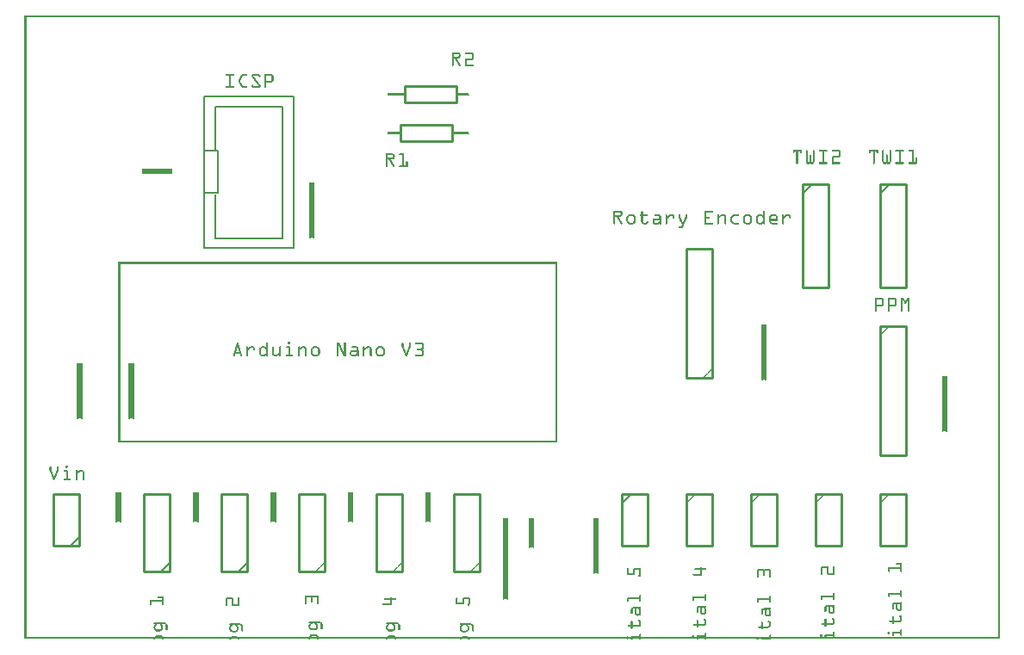
<source format=gto>
G04 MADE WITH FRITZING*
G04 WWW.FRITZING.ORG*
G04 DOUBLE SIDED*
G04 HOLES PLATED*
G04 CONTOUR ON CENTER OF CONTOUR VECTOR*
%ASAXBY*%
%FSLAX23Y23*%
%MOIN*%
%OFA0B0*%
%SFA1.0B1.0*%
%ADD10R,0.354200X0.595200X0.338200X0.579200*%
%ADD11C,0.008000*%
%ADD12R,0.063000X0.173200X0.047000X0.157200*%
%ADD13C,0.010000*%
%ADD14C,0.005000*%
%ADD15R,0.001000X0.001000*%
%LNSILK1*%
G90*
G70*
G54D11*
X695Y2104D02*
X1041Y2104D01*
X1041Y1517D01*
X695Y1517D01*
X695Y2104D01*
D02*
X695Y1893D02*
X750Y1893D01*
X750Y1728D01*
X695Y1728D01*
X695Y1893D01*
D02*
G54D13*
X3013Y1761D02*
X3013Y1361D01*
D02*
X3013Y1361D02*
X3113Y1361D01*
D02*
X3113Y1361D02*
X3113Y1761D01*
D02*
X3113Y1761D02*
X3013Y1761D01*
G54D14*
D02*
X3013Y1726D02*
X3048Y1761D01*
G54D13*
D02*
X1654Y1928D02*
X1454Y1928D01*
D02*
X1454Y1928D02*
X1454Y1994D01*
D02*
X1454Y1994D02*
X1654Y1994D01*
D02*
X1654Y1994D02*
X1654Y1928D01*
D02*
X1473Y2144D02*
X1673Y2144D01*
D02*
X1673Y2144D02*
X1673Y2078D01*
D02*
X1673Y2078D02*
X1473Y2078D01*
D02*
X1473Y2078D02*
X1473Y2144D01*
D02*
X3313Y561D02*
X3313Y361D01*
D02*
X3313Y361D02*
X3413Y361D01*
D02*
X3413Y361D02*
X3413Y561D01*
D02*
X3413Y561D02*
X3313Y561D01*
D02*
X3063Y561D02*
X3063Y361D01*
D02*
X3063Y361D02*
X3163Y361D01*
D02*
X3163Y361D02*
X3163Y561D01*
D02*
X3163Y561D02*
X3063Y561D01*
D02*
X2813Y561D02*
X2813Y361D01*
D02*
X2813Y361D02*
X2913Y361D01*
D02*
X2913Y361D02*
X2913Y561D01*
D02*
X2913Y561D02*
X2813Y561D01*
D02*
X2563Y561D02*
X2563Y361D01*
D02*
X2563Y361D02*
X2663Y361D01*
D02*
X2663Y361D02*
X2663Y561D01*
D02*
X2663Y561D02*
X2563Y561D01*
D02*
X2313Y561D02*
X2313Y361D01*
D02*
X2313Y361D02*
X2413Y361D01*
D02*
X2413Y361D02*
X2413Y561D01*
D02*
X2413Y561D02*
X2313Y561D01*
G54D14*
D02*
X2313Y526D02*
X2348Y561D01*
G54D13*
D02*
X3313Y1211D02*
X3313Y711D01*
D02*
X3313Y711D02*
X3413Y711D01*
D02*
X3413Y711D02*
X3413Y1211D01*
D02*
X3413Y1211D02*
X3313Y1211D01*
D02*
X2663Y1011D02*
X2663Y1511D01*
D02*
X2663Y1511D02*
X2563Y1511D01*
D02*
X2563Y1511D02*
X2563Y1011D01*
D02*
X2563Y1011D02*
X2663Y1011D01*
D02*
X3313Y1761D02*
X3313Y1361D01*
D02*
X3313Y1361D02*
X3413Y1361D01*
D02*
X3413Y1361D02*
X3413Y1761D01*
D02*
X3413Y1761D02*
X3313Y1761D01*
G54D14*
D02*
X3313Y1726D02*
X3348Y1761D01*
G54D13*
D02*
X213Y361D02*
X213Y561D01*
D02*
X213Y561D02*
X113Y561D01*
D02*
X113Y561D02*
X113Y361D01*
D02*
X113Y361D02*
X213Y361D01*
G54D14*
D02*
X213Y396D02*
X178Y361D01*
G54D13*
D02*
X1763Y261D02*
X1763Y561D01*
D02*
X1763Y561D02*
X1663Y561D01*
D02*
X1663Y561D02*
X1663Y261D01*
D02*
X1663Y261D02*
X1763Y261D01*
D02*
X1463Y261D02*
X1463Y561D01*
D02*
X1463Y561D02*
X1363Y561D01*
D02*
X1363Y561D02*
X1363Y261D01*
D02*
X1363Y261D02*
X1463Y261D01*
D02*
X1163Y261D02*
X1163Y561D01*
D02*
X1163Y561D02*
X1063Y561D01*
D02*
X1063Y561D02*
X1063Y261D01*
D02*
X1063Y261D02*
X1163Y261D01*
D02*
X863Y261D02*
X863Y561D01*
D02*
X863Y561D02*
X763Y561D01*
D02*
X763Y561D02*
X763Y261D01*
D02*
X763Y261D02*
X863Y261D01*
G54D14*
D02*
X863Y296D02*
X828Y261D01*
G54D13*
D02*
X563Y261D02*
X563Y561D01*
D02*
X563Y561D02*
X463Y561D01*
D02*
X463Y561D02*
X463Y261D01*
D02*
X463Y261D02*
X563Y261D01*
G54D14*
D02*
X563Y296D02*
X528Y261D01*
G54D11*
X738Y1894D02*
X738Y2061D01*
X997Y2061D01*
X997Y1554D01*
X738Y1554D01*
X738Y1721D01*
D02*
G54D15*
X0Y2416D02*
X3775Y2416D01*
X0Y2415D02*
X3775Y2415D01*
X0Y2414D02*
X3775Y2414D01*
X0Y2413D02*
X3775Y2413D01*
X0Y2412D02*
X3775Y2412D01*
X0Y2411D02*
X3775Y2411D01*
X0Y2410D02*
X3775Y2410D01*
X0Y2409D02*
X3775Y2409D01*
X0Y2408D02*
X7Y2408D01*
X3768Y2408D02*
X3775Y2408D01*
X0Y2407D02*
X7Y2407D01*
X3768Y2407D02*
X3775Y2407D01*
X0Y2406D02*
X7Y2406D01*
X3768Y2406D02*
X3775Y2406D01*
X0Y2405D02*
X7Y2405D01*
X3768Y2405D02*
X3775Y2405D01*
X0Y2404D02*
X7Y2404D01*
X3768Y2404D02*
X3775Y2404D01*
X0Y2403D02*
X7Y2403D01*
X3768Y2403D02*
X3775Y2403D01*
X0Y2402D02*
X7Y2402D01*
X3768Y2402D02*
X3775Y2402D01*
X0Y2401D02*
X7Y2401D01*
X3768Y2401D02*
X3775Y2401D01*
X0Y2400D02*
X7Y2400D01*
X3768Y2400D02*
X3775Y2400D01*
X0Y2399D02*
X7Y2399D01*
X3768Y2399D02*
X3775Y2399D01*
X0Y2398D02*
X7Y2398D01*
X3768Y2398D02*
X3775Y2398D01*
X0Y2397D02*
X7Y2397D01*
X3768Y2397D02*
X3775Y2397D01*
X0Y2396D02*
X7Y2396D01*
X3768Y2396D02*
X3775Y2396D01*
X0Y2395D02*
X7Y2395D01*
X3768Y2395D02*
X3775Y2395D01*
X0Y2394D02*
X7Y2394D01*
X3768Y2394D02*
X3775Y2394D01*
X0Y2393D02*
X7Y2393D01*
X3768Y2393D02*
X3775Y2393D01*
X0Y2392D02*
X7Y2392D01*
X3768Y2392D02*
X3775Y2392D01*
X0Y2391D02*
X7Y2391D01*
X3768Y2391D02*
X3775Y2391D01*
X0Y2390D02*
X7Y2390D01*
X3768Y2390D02*
X3775Y2390D01*
X0Y2389D02*
X7Y2389D01*
X3768Y2389D02*
X3775Y2389D01*
X0Y2388D02*
X7Y2388D01*
X3768Y2388D02*
X3775Y2388D01*
X0Y2387D02*
X7Y2387D01*
X3768Y2387D02*
X3775Y2387D01*
X0Y2386D02*
X7Y2386D01*
X3768Y2386D02*
X3775Y2386D01*
X0Y2385D02*
X7Y2385D01*
X3768Y2385D02*
X3775Y2385D01*
X0Y2384D02*
X7Y2384D01*
X3768Y2384D02*
X3775Y2384D01*
X0Y2383D02*
X7Y2383D01*
X3768Y2383D02*
X3775Y2383D01*
X0Y2382D02*
X7Y2382D01*
X3768Y2382D02*
X3775Y2382D01*
X0Y2381D02*
X7Y2381D01*
X3768Y2381D02*
X3775Y2381D01*
X0Y2380D02*
X7Y2380D01*
X3768Y2380D02*
X3775Y2380D01*
X0Y2379D02*
X7Y2379D01*
X3768Y2379D02*
X3775Y2379D01*
X0Y2378D02*
X7Y2378D01*
X3768Y2378D02*
X3775Y2378D01*
X0Y2377D02*
X7Y2377D01*
X3768Y2377D02*
X3775Y2377D01*
X0Y2376D02*
X7Y2376D01*
X3768Y2376D02*
X3775Y2376D01*
X0Y2375D02*
X7Y2375D01*
X3768Y2375D02*
X3775Y2375D01*
X0Y2374D02*
X7Y2374D01*
X3768Y2374D02*
X3775Y2374D01*
X0Y2373D02*
X7Y2373D01*
X3768Y2373D02*
X3775Y2373D01*
X0Y2372D02*
X7Y2372D01*
X3768Y2372D02*
X3775Y2372D01*
X0Y2371D02*
X7Y2371D01*
X3768Y2371D02*
X3775Y2371D01*
X0Y2370D02*
X7Y2370D01*
X3768Y2370D02*
X3775Y2370D01*
X0Y2369D02*
X7Y2369D01*
X3768Y2369D02*
X3775Y2369D01*
X0Y2368D02*
X7Y2368D01*
X3768Y2368D02*
X3775Y2368D01*
X0Y2367D02*
X7Y2367D01*
X3768Y2367D02*
X3775Y2367D01*
X0Y2366D02*
X7Y2366D01*
X3768Y2366D02*
X3775Y2366D01*
X0Y2365D02*
X7Y2365D01*
X3768Y2365D02*
X3775Y2365D01*
X0Y2364D02*
X7Y2364D01*
X3768Y2364D02*
X3775Y2364D01*
X0Y2363D02*
X7Y2363D01*
X3768Y2363D02*
X3775Y2363D01*
X0Y2362D02*
X7Y2362D01*
X3768Y2362D02*
X3775Y2362D01*
X0Y2361D02*
X7Y2361D01*
X3768Y2361D02*
X3775Y2361D01*
X0Y2360D02*
X7Y2360D01*
X3768Y2360D02*
X3775Y2360D01*
X0Y2359D02*
X7Y2359D01*
X3768Y2359D02*
X3775Y2359D01*
X0Y2358D02*
X7Y2358D01*
X3768Y2358D02*
X3775Y2358D01*
X0Y2357D02*
X7Y2357D01*
X3768Y2357D02*
X3775Y2357D01*
X0Y2356D02*
X7Y2356D01*
X3768Y2356D02*
X3775Y2356D01*
X0Y2355D02*
X7Y2355D01*
X3768Y2355D02*
X3775Y2355D01*
X0Y2354D02*
X7Y2354D01*
X3768Y2354D02*
X3775Y2354D01*
X0Y2353D02*
X7Y2353D01*
X3768Y2353D02*
X3775Y2353D01*
X0Y2352D02*
X7Y2352D01*
X3768Y2352D02*
X3775Y2352D01*
X0Y2351D02*
X7Y2351D01*
X3768Y2351D02*
X3775Y2351D01*
X0Y2350D02*
X7Y2350D01*
X3768Y2350D02*
X3775Y2350D01*
X0Y2349D02*
X7Y2349D01*
X3768Y2349D02*
X3775Y2349D01*
X0Y2348D02*
X7Y2348D01*
X3768Y2348D02*
X3775Y2348D01*
X0Y2347D02*
X7Y2347D01*
X3768Y2347D02*
X3775Y2347D01*
X0Y2346D02*
X7Y2346D01*
X3768Y2346D02*
X3775Y2346D01*
X0Y2345D02*
X7Y2345D01*
X3768Y2345D02*
X3775Y2345D01*
X0Y2344D02*
X7Y2344D01*
X3768Y2344D02*
X3775Y2344D01*
X0Y2343D02*
X7Y2343D01*
X3768Y2343D02*
X3775Y2343D01*
X0Y2342D02*
X7Y2342D01*
X3768Y2342D02*
X3775Y2342D01*
X0Y2341D02*
X7Y2341D01*
X3768Y2341D02*
X3775Y2341D01*
X0Y2340D02*
X7Y2340D01*
X3768Y2340D02*
X3775Y2340D01*
X0Y2339D02*
X7Y2339D01*
X3768Y2339D02*
X3775Y2339D01*
X0Y2338D02*
X7Y2338D01*
X3768Y2338D02*
X3775Y2338D01*
X0Y2337D02*
X7Y2337D01*
X3768Y2337D02*
X3775Y2337D01*
X0Y2336D02*
X7Y2336D01*
X3768Y2336D02*
X3775Y2336D01*
X0Y2335D02*
X7Y2335D01*
X3768Y2335D02*
X3775Y2335D01*
X0Y2334D02*
X7Y2334D01*
X3768Y2334D02*
X3775Y2334D01*
X0Y2333D02*
X7Y2333D01*
X3768Y2333D02*
X3775Y2333D01*
X0Y2332D02*
X7Y2332D01*
X3768Y2332D02*
X3775Y2332D01*
X0Y2331D02*
X7Y2331D01*
X3768Y2331D02*
X3775Y2331D01*
X0Y2330D02*
X7Y2330D01*
X3768Y2330D02*
X3775Y2330D01*
X0Y2329D02*
X7Y2329D01*
X3768Y2329D02*
X3775Y2329D01*
X0Y2328D02*
X7Y2328D01*
X3768Y2328D02*
X3775Y2328D01*
X0Y2327D02*
X7Y2327D01*
X3768Y2327D02*
X3775Y2327D01*
X0Y2326D02*
X7Y2326D01*
X3768Y2326D02*
X3775Y2326D01*
X0Y2325D02*
X7Y2325D01*
X3768Y2325D02*
X3775Y2325D01*
X0Y2324D02*
X7Y2324D01*
X3768Y2324D02*
X3775Y2324D01*
X0Y2323D02*
X7Y2323D01*
X3768Y2323D02*
X3775Y2323D01*
X0Y2322D02*
X7Y2322D01*
X3768Y2322D02*
X3775Y2322D01*
X0Y2321D02*
X7Y2321D01*
X3768Y2321D02*
X3775Y2321D01*
X0Y2320D02*
X7Y2320D01*
X3768Y2320D02*
X3775Y2320D01*
X0Y2319D02*
X7Y2319D01*
X3768Y2319D02*
X3775Y2319D01*
X0Y2318D02*
X7Y2318D01*
X3768Y2318D02*
X3775Y2318D01*
X0Y2317D02*
X7Y2317D01*
X3768Y2317D02*
X3775Y2317D01*
X0Y2316D02*
X7Y2316D01*
X3768Y2316D02*
X3775Y2316D01*
X0Y2315D02*
X7Y2315D01*
X3768Y2315D02*
X3775Y2315D01*
X0Y2314D02*
X7Y2314D01*
X3768Y2314D02*
X3775Y2314D01*
X0Y2313D02*
X7Y2313D01*
X3768Y2313D02*
X3775Y2313D01*
X0Y2312D02*
X7Y2312D01*
X3768Y2312D02*
X3775Y2312D01*
X0Y2311D02*
X7Y2311D01*
X3768Y2311D02*
X3775Y2311D01*
X0Y2310D02*
X7Y2310D01*
X3768Y2310D02*
X3775Y2310D01*
X0Y2309D02*
X7Y2309D01*
X3768Y2309D02*
X3775Y2309D01*
X0Y2308D02*
X7Y2308D01*
X3768Y2308D02*
X3775Y2308D01*
X0Y2307D02*
X7Y2307D01*
X3768Y2307D02*
X3775Y2307D01*
X0Y2306D02*
X7Y2306D01*
X3768Y2306D02*
X3775Y2306D01*
X0Y2305D02*
X7Y2305D01*
X3768Y2305D02*
X3775Y2305D01*
X0Y2304D02*
X7Y2304D01*
X3768Y2304D02*
X3775Y2304D01*
X0Y2303D02*
X7Y2303D01*
X3768Y2303D02*
X3775Y2303D01*
X0Y2302D02*
X7Y2302D01*
X3768Y2302D02*
X3775Y2302D01*
X0Y2301D02*
X7Y2301D01*
X3768Y2301D02*
X3775Y2301D01*
X0Y2300D02*
X7Y2300D01*
X3768Y2300D02*
X3775Y2300D01*
X0Y2299D02*
X7Y2299D01*
X3768Y2299D02*
X3775Y2299D01*
X0Y2298D02*
X7Y2298D01*
X3768Y2298D02*
X3775Y2298D01*
X0Y2297D02*
X7Y2297D01*
X3768Y2297D02*
X3775Y2297D01*
X0Y2296D02*
X7Y2296D01*
X3768Y2296D02*
X3775Y2296D01*
X0Y2295D02*
X7Y2295D01*
X3768Y2295D02*
X3775Y2295D01*
X0Y2294D02*
X7Y2294D01*
X3768Y2294D02*
X3775Y2294D01*
X0Y2293D02*
X7Y2293D01*
X3768Y2293D02*
X3775Y2293D01*
X0Y2292D02*
X7Y2292D01*
X3768Y2292D02*
X3775Y2292D01*
X0Y2291D02*
X7Y2291D01*
X3768Y2291D02*
X3775Y2291D01*
X0Y2290D02*
X7Y2290D01*
X3768Y2290D02*
X3775Y2290D01*
X0Y2289D02*
X7Y2289D01*
X3768Y2289D02*
X3775Y2289D01*
X0Y2288D02*
X7Y2288D01*
X3768Y2288D02*
X3775Y2288D01*
X0Y2287D02*
X7Y2287D01*
X3768Y2287D02*
X3775Y2287D01*
X0Y2286D02*
X7Y2286D01*
X3768Y2286D02*
X3775Y2286D01*
X0Y2285D02*
X7Y2285D01*
X3768Y2285D02*
X3775Y2285D01*
X0Y2284D02*
X7Y2284D01*
X3768Y2284D02*
X3775Y2284D01*
X0Y2283D02*
X7Y2283D01*
X3768Y2283D02*
X3775Y2283D01*
X0Y2282D02*
X7Y2282D01*
X3768Y2282D02*
X3775Y2282D01*
X0Y2281D02*
X7Y2281D01*
X3768Y2281D02*
X3775Y2281D01*
X0Y2280D02*
X7Y2280D01*
X3768Y2280D02*
X3775Y2280D01*
X0Y2279D02*
X7Y2279D01*
X3768Y2279D02*
X3775Y2279D01*
X0Y2278D02*
X7Y2278D01*
X3768Y2278D02*
X3775Y2278D01*
X0Y2277D02*
X7Y2277D01*
X3768Y2277D02*
X3775Y2277D01*
X0Y2276D02*
X7Y2276D01*
X3768Y2276D02*
X3775Y2276D01*
X0Y2275D02*
X7Y2275D01*
X3768Y2275D02*
X3775Y2275D01*
X0Y2274D02*
X7Y2274D01*
X3768Y2274D02*
X3775Y2274D01*
X0Y2273D02*
X7Y2273D01*
X1654Y2273D02*
X1679Y2273D01*
X1706Y2273D02*
X1732Y2273D01*
X3768Y2273D02*
X3775Y2273D01*
X0Y2272D02*
X7Y2272D01*
X1654Y2272D02*
X1682Y2272D01*
X1705Y2272D02*
X1734Y2272D01*
X3768Y2272D02*
X3775Y2272D01*
X0Y2271D02*
X7Y2271D01*
X1654Y2271D02*
X1683Y2271D01*
X1704Y2271D02*
X1735Y2271D01*
X3768Y2271D02*
X3775Y2271D01*
X0Y2270D02*
X7Y2270D01*
X1654Y2270D02*
X1684Y2270D01*
X1704Y2270D02*
X1736Y2270D01*
X3768Y2270D02*
X3775Y2270D01*
X0Y2269D02*
X7Y2269D01*
X1654Y2269D02*
X1685Y2269D01*
X1704Y2269D02*
X1737Y2269D01*
X3768Y2269D02*
X3775Y2269D01*
X0Y2268D02*
X7Y2268D01*
X1654Y2268D02*
X1686Y2268D01*
X1704Y2268D02*
X1737Y2268D01*
X3768Y2268D02*
X3775Y2268D01*
X0Y2267D02*
X7Y2267D01*
X1654Y2267D02*
X1686Y2267D01*
X1705Y2267D02*
X1737Y2267D01*
X3768Y2267D02*
X3775Y2267D01*
X0Y2266D02*
X7Y2266D01*
X1654Y2266D02*
X1660Y2266D01*
X1679Y2266D02*
X1687Y2266D01*
X1731Y2266D02*
X1737Y2266D01*
X3768Y2266D02*
X3775Y2266D01*
X0Y2265D02*
X7Y2265D01*
X1654Y2265D02*
X1660Y2265D01*
X1680Y2265D02*
X1687Y2265D01*
X1731Y2265D02*
X1737Y2265D01*
X3768Y2265D02*
X3775Y2265D01*
X0Y2264D02*
X7Y2264D01*
X1654Y2264D02*
X1660Y2264D01*
X1681Y2264D02*
X1687Y2264D01*
X1731Y2264D02*
X1737Y2264D01*
X3768Y2264D02*
X3775Y2264D01*
X0Y2263D02*
X7Y2263D01*
X1654Y2263D02*
X1660Y2263D01*
X1681Y2263D02*
X1687Y2263D01*
X1731Y2263D02*
X1737Y2263D01*
X3768Y2263D02*
X3775Y2263D01*
X0Y2262D02*
X7Y2262D01*
X1654Y2262D02*
X1660Y2262D01*
X1681Y2262D02*
X1687Y2262D01*
X1731Y2262D02*
X1737Y2262D01*
X3768Y2262D02*
X3775Y2262D01*
X0Y2261D02*
X7Y2261D01*
X1654Y2261D02*
X1660Y2261D01*
X1681Y2261D02*
X1687Y2261D01*
X1731Y2261D02*
X1737Y2261D01*
X3768Y2261D02*
X3775Y2261D01*
X0Y2260D02*
X7Y2260D01*
X1654Y2260D02*
X1660Y2260D01*
X1681Y2260D02*
X1687Y2260D01*
X1731Y2260D02*
X1737Y2260D01*
X3768Y2260D02*
X3775Y2260D01*
X0Y2259D02*
X7Y2259D01*
X1654Y2259D02*
X1660Y2259D01*
X1681Y2259D02*
X1687Y2259D01*
X1731Y2259D02*
X1737Y2259D01*
X3768Y2259D02*
X3775Y2259D01*
X0Y2258D02*
X7Y2258D01*
X1654Y2258D02*
X1660Y2258D01*
X1681Y2258D02*
X1687Y2258D01*
X1731Y2258D02*
X1737Y2258D01*
X3768Y2258D02*
X3775Y2258D01*
X0Y2257D02*
X7Y2257D01*
X1654Y2257D02*
X1660Y2257D01*
X1680Y2257D02*
X1687Y2257D01*
X1731Y2257D02*
X1737Y2257D01*
X3768Y2257D02*
X3775Y2257D01*
X0Y2256D02*
X7Y2256D01*
X1654Y2256D02*
X1660Y2256D01*
X1679Y2256D02*
X1687Y2256D01*
X1731Y2256D02*
X1737Y2256D01*
X3768Y2256D02*
X3775Y2256D01*
X0Y2255D02*
X7Y2255D01*
X1654Y2255D02*
X1686Y2255D01*
X1731Y2255D02*
X1737Y2255D01*
X3768Y2255D02*
X3775Y2255D01*
X0Y2254D02*
X7Y2254D01*
X1654Y2254D02*
X1686Y2254D01*
X1731Y2254D02*
X1737Y2254D01*
X3768Y2254D02*
X3775Y2254D01*
X0Y2253D02*
X7Y2253D01*
X1654Y2253D02*
X1685Y2253D01*
X1731Y2253D02*
X1737Y2253D01*
X3768Y2253D02*
X3775Y2253D01*
X0Y2252D02*
X7Y2252D01*
X1654Y2252D02*
X1684Y2252D01*
X1731Y2252D02*
X1737Y2252D01*
X3768Y2252D02*
X3775Y2252D01*
X0Y2251D02*
X7Y2251D01*
X1654Y2251D02*
X1683Y2251D01*
X1731Y2251D02*
X1737Y2251D01*
X3768Y2251D02*
X3775Y2251D01*
X0Y2250D02*
X7Y2250D01*
X1654Y2250D02*
X1682Y2250D01*
X1731Y2250D02*
X1737Y2250D01*
X3768Y2250D02*
X3775Y2250D01*
X0Y2249D02*
X7Y2249D01*
X1654Y2249D02*
X1679Y2249D01*
X1708Y2249D02*
X1737Y2249D01*
X3768Y2249D02*
X3775Y2249D01*
X0Y2248D02*
X7Y2248D01*
X1654Y2248D02*
X1660Y2248D01*
X1666Y2248D02*
X1673Y2248D01*
X1706Y2248D02*
X1737Y2248D01*
X3768Y2248D02*
X3775Y2248D01*
X0Y2247D02*
X7Y2247D01*
X1654Y2247D02*
X1660Y2247D01*
X1666Y2247D02*
X1674Y2247D01*
X1705Y2247D02*
X1737Y2247D01*
X3768Y2247D02*
X3775Y2247D01*
X0Y2246D02*
X7Y2246D01*
X1654Y2246D02*
X1660Y2246D01*
X1667Y2246D02*
X1674Y2246D01*
X1705Y2246D02*
X1736Y2246D01*
X3768Y2246D02*
X3775Y2246D01*
X0Y2245D02*
X7Y2245D01*
X1654Y2245D02*
X1660Y2245D01*
X1668Y2245D02*
X1675Y2245D01*
X1704Y2245D02*
X1735Y2245D01*
X3768Y2245D02*
X3775Y2245D01*
X0Y2244D02*
X7Y2244D01*
X1654Y2244D02*
X1660Y2244D01*
X1668Y2244D02*
X1675Y2244D01*
X1704Y2244D02*
X1734Y2244D01*
X3768Y2244D02*
X3775Y2244D01*
X0Y2243D02*
X7Y2243D01*
X1654Y2243D02*
X1660Y2243D01*
X1669Y2243D02*
X1676Y2243D01*
X1704Y2243D02*
X1732Y2243D01*
X3768Y2243D02*
X3775Y2243D01*
X0Y2242D02*
X7Y2242D01*
X1654Y2242D02*
X1660Y2242D01*
X1669Y2242D02*
X1676Y2242D01*
X1704Y2242D02*
X1710Y2242D01*
X3768Y2242D02*
X3775Y2242D01*
X0Y2241D02*
X7Y2241D01*
X1654Y2241D02*
X1660Y2241D01*
X1670Y2241D02*
X1677Y2241D01*
X1704Y2241D02*
X1710Y2241D01*
X3768Y2241D02*
X3775Y2241D01*
X0Y2240D02*
X7Y2240D01*
X1654Y2240D02*
X1660Y2240D01*
X1670Y2240D02*
X1678Y2240D01*
X1704Y2240D02*
X1710Y2240D01*
X3768Y2240D02*
X3775Y2240D01*
X0Y2239D02*
X7Y2239D01*
X1654Y2239D02*
X1660Y2239D01*
X1671Y2239D02*
X1678Y2239D01*
X1704Y2239D02*
X1710Y2239D01*
X3768Y2239D02*
X3775Y2239D01*
X0Y2238D02*
X7Y2238D01*
X1654Y2238D02*
X1660Y2238D01*
X1672Y2238D02*
X1679Y2238D01*
X1704Y2238D02*
X1710Y2238D01*
X3768Y2238D02*
X3775Y2238D01*
X0Y2237D02*
X7Y2237D01*
X1654Y2237D02*
X1660Y2237D01*
X1672Y2237D02*
X1679Y2237D01*
X1704Y2237D02*
X1710Y2237D01*
X3768Y2237D02*
X3775Y2237D01*
X0Y2236D02*
X7Y2236D01*
X1654Y2236D02*
X1660Y2236D01*
X1673Y2236D02*
X1680Y2236D01*
X1704Y2236D02*
X1710Y2236D01*
X3768Y2236D02*
X3775Y2236D01*
X0Y2235D02*
X7Y2235D01*
X1654Y2235D02*
X1660Y2235D01*
X1673Y2235D02*
X1681Y2235D01*
X1704Y2235D02*
X1710Y2235D01*
X3768Y2235D02*
X3775Y2235D01*
X0Y2234D02*
X7Y2234D01*
X1654Y2234D02*
X1660Y2234D01*
X1674Y2234D02*
X1681Y2234D01*
X1704Y2234D02*
X1710Y2234D01*
X3768Y2234D02*
X3775Y2234D01*
X0Y2233D02*
X7Y2233D01*
X1654Y2233D02*
X1660Y2233D01*
X1675Y2233D02*
X1682Y2233D01*
X1704Y2233D02*
X1710Y2233D01*
X3768Y2233D02*
X3775Y2233D01*
X0Y2232D02*
X7Y2232D01*
X1654Y2232D02*
X1660Y2232D01*
X1675Y2232D02*
X1682Y2232D01*
X1704Y2232D02*
X1710Y2232D01*
X3768Y2232D02*
X3775Y2232D01*
X0Y2231D02*
X7Y2231D01*
X1654Y2231D02*
X1660Y2231D01*
X1676Y2231D02*
X1683Y2231D01*
X1704Y2231D02*
X1710Y2231D01*
X3768Y2231D02*
X3775Y2231D01*
X0Y2230D02*
X7Y2230D01*
X1654Y2230D02*
X1660Y2230D01*
X1676Y2230D02*
X1683Y2230D01*
X1704Y2230D02*
X1710Y2230D01*
X3768Y2230D02*
X3775Y2230D01*
X0Y2229D02*
X7Y2229D01*
X1654Y2229D02*
X1660Y2229D01*
X1677Y2229D02*
X1684Y2229D01*
X1704Y2229D02*
X1710Y2229D01*
X3768Y2229D02*
X3775Y2229D01*
X0Y2228D02*
X7Y2228D01*
X1654Y2228D02*
X1660Y2228D01*
X1677Y2228D02*
X1685Y2228D01*
X1704Y2228D02*
X1710Y2228D01*
X3768Y2228D02*
X3775Y2228D01*
X0Y2227D02*
X7Y2227D01*
X1654Y2227D02*
X1660Y2227D01*
X1678Y2227D02*
X1685Y2227D01*
X1704Y2227D02*
X1710Y2227D01*
X3768Y2227D02*
X3775Y2227D01*
X0Y2226D02*
X7Y2226D01*
X1654Y2226D02*
X1660Y2226D01*
X1679Y2226D02*
X1686Y2226D01*
X1704Y2226D02*
X1735Y2226D01*
X3768Y2226D02*
X3775Y2226D01*
X0Y2225D02*
X7Y2225D01*
X1654Y2225D02*
X1660Y2225D01*
X1679Y2225D02*
X1686Y2225D01*
X1704Y2225D02*
X1736Y2225D01*
X3768Y2225D02*
X3775Y2225D01*
X0Y2224D02*
X7Y2224D01*
X1654Y2224D02*
X1660Y2224D01*
X1680Y2224D02*
X1687Y2224D01*
X1704Y2224D02*
X1737Y2224D01*
X3768Y2224D02*
X3775Y2224D01*
X0Y2223D02*
X7Y2223D01*
X1654Y2223D02*
X1660Y2223D01*
X1680Y2223D02*
X1687Y2223D01*
X1704Y2223D02*
X1737Y2223D01*
X3768Y2223D02*
X3775Y2223D01*
X0Y2222D02*
X7Y2222D01*
X1654Y2222D02*
X1660Y2222D01*
X1681Y2222D02*
X1687Y2222D01*
X1704Y2222D02*
X1737Y2222D01*
X3768Y2222D02*
X3775Y2222D01*
X0Y2221D02*
X7Y2221D01*
X1654Y2221D02*
X1659Y2221D01*
X1682Y2221D02*
X1687Y2221D01*
X1704Y2221D02*
X1737Y2221D01*
X3768Y2221D02*
X3775Y2221D01*
X0Y2220D02*
X7Y2220D01*
X1655Y2220D02*
X1658Y2220D01*
X1682Y2220D02*
X1686Y2220D01*
X1704Y2220D02*
X1736Y2220D01*
X3768Y2220D02*
X3775Y2220D01*
X0Y2219D02*
X7Y2219D01*
X3768Y2219D02*
X3775Y2219D01*
X0Y2218D02*
X7Y2218D01*
X3768Y2218D02*
X3775Y2218D01*
X0Y2217D02*
X7Y2217D01*
X3768Y2217D02*
X3775Y2217D01*
X0Y2216D02*
X7Y2216D01*
X3768Y2216D02*
X3775Y2216D01*
X0Y2215D02*
X7Y2215D01*
X3768Y2215D02*
X3775Y2215D01*
X0Y2214D02*
X7Y2214D01*
X3768Y2214D02*
X3775Y2214D01*
X0Y2213D02*
X7Y2213D01*
X3768Y2213D02*
X3775Y2213D01*
X0Y2212D02*
X7Y2212D01*
X3768Y2212D02*
X3775Y2212D01*
X0Y2211D02*
X7Y2211D01*
X3768Y2211D02*
X3775Y2211D01*
X0Y2210D02*
X7Y2210D01*
X3768Y2210D02*
X3775Y2210D01*
X0Y2209D02*
X7Y2209D01*
X3768Y2209D02*
X3775Y2209D01*
X0Y2208D02*
X7Y2208D01*
X3768Y2208D02*
X3775Y2208D01*
X0Y2207D02*
X7Y2207D01*
X3768Y2207D02*
X3775Y2207D01*
X0Y2206D02*
X7Y2206D01*
X3768Y2206D02*
X3775Y2206D01*
X0Y2205D02*
X7Y2205D01*
X3768Y2205D02*
X3775Y2205D01*
X0Y2204D02*
X7Y2204D01*
X3768Y2204D02*
X3775Y2204D01*
X0Y2203D02*
X7Y2203D01*
X3768Y2203D02*
X3775Y2203D01*
X0Y2202D02*
X7Y2202D01*
X3768Y2202D02*
X3775Y2202D01*
X0Y2201D02*
X7Y2201D01*
X3768Y2201D02*
X3775Y2201D01*
X0Y2200D02*
X7Y2200D01*
X3768Y2200D02*
X3775Y2200D01*
X0Y2199D02*
X7Y2199D01*
X3768Y2199D02*
X3775Y2199D01*
X0Y2198D02*
X7Y2198D01*
X3768Y2198D02*
X3775Y2198D01*
X0Y2197D02*
X7Y2197D01*
X3768Y2197D02*
X3775Y2197D01*
X0Y2196D02*
X7Y2196D01*
X3768Y2196D02*
X3775Y2196D01*
X0Y2195D02*
X7Y2195D01*
X3768Y2195D02*
X3775Y2195D01*
X0Y2194D02*
X7Y2194D01*
X3768Y2194D02*
X3775Y2194D01*
X0Y2193D02*
X7Y2193D01*
X3768Y2193D02*
X3775Y2193D01*
X0Y2192D02*
X7Y2192D01*
X3768Y2192D02*
X3775Y2192D01*
X0Y2191D02*
X7Y2191D01*
X3768Y2191D02*
X3775Y2191D01*
X0Y2190D02*
X7Y2190D01*
X3768Y2190D02*
X3775Y2190D01*
X0Y2189D02*
X7Y2189D01*
X3768Y2189D02*
X3775Y2189D01*
X0Y2188D02*
X7Y2188D01*
X780Y2188D02*
X811Y2188D01*
X843Y2188D02*
X862Y2188D01*
X883Y2188D02*
X908Y2188D01*
X930Y2188D02*
X957Y2188D01*
X3768Y2188D02*
X3775Y2188D01*
X0Y2187D02*
X7Y2187D01*
X779Y2187D02*
X812Y2187D01*
X841Y2187D02*
X862Y2187D01*
X882Y2187D02*
X909Y2187D01*
X930Y2187D02*
X959Y2187D01*
X3768Y2187D02*
X3775Y2187D01*
X0Y2186D02*
X7Y2186D01*
X779Y2186D02*
X812Y2186D01*
X840Y2186D02*
X863Y2186D01*
X881Y2186D02*
X910Y2186D01*
X930Y2186D02*
X960Y2186D01*
X3768Y2186D02*
X3775Y2186D01*
X0Y2185D02*
X7Y2185D01*
X779Y2185D02*
X812Y2185D01*
X839Y2185D02*
X863Y2185D01*
X880Y2185D02*
X911Y2185D01*
X930Y2185D02*
X961Y2185D01*
X3768Y2185D02*
X3775Y2185D01*
X0Y2184D02*
X7Y2184D01*
X779Y2184D02*
X812Y2184D01*
X838Y2184D02*
X862Y2184D01*
X880Y2184D02*
X912Y2184D01*
X930Y2184D02*
X961Y2184D01*
X3768Y2184D02*
X3775Y2184D01*
X0Y2183D02*
X7Y2183D01*
X780Y2183D02*
X811Y2183D01*
X838Y2183D02*
X862Y2183D01*
X880Y2183D02*
X912Y2183D01*
X930Y2183D02*
X962Y2183D01*
X3768Y2183D02*
X3775Y2183D01*
X0Y2182D02*
X7Y2182D01*
X782Y2182D02*
X809Y2182D01*
X837Y2182D02*
X859Y2182D01*
X879Y2182D02*
X913Y2182D01*
X930Y2182D02*
X962Y2182D01*
X3768Y2182D02*
X3775Y2182D01*
X0Y2181D02*
X7Y2181D01*
X793Y2181D02*
X799Y2181D01*
X837Y2181D02*
X844Y2181D01*
X879Y2181D02*
X885Y2181D01*
X906Y2181D02*
X913Y2181D01*
X930Y2181D02*
X936Y2181D01*
X956Y2181D02*
X963Y2181D01*
X3768Y2181D02*
X3775Y2181D01*
X0Y2180D02*
X7Y2180D01*
X793Y2180D02*
X799Y2180D01*
X836Y2180D02*
X843Y2180D01*
X880Y2180D02*
X886Y2180D01*
X907Y2180D02*
X913Y2180D01*
X930Y2180D02*
X936Y2180D01*
X957Y2180D02*
X963Y2180D01*
X3768Y2180D02*
X3775Y2180D01*
X0Y2179D02*
X7Y2179D01*
X793Y2179D02*
X799Y2179D01*
X836Y2179D02*
X843Y2179D01*
X880Y2179D02*
X887Y2179D01*
X907Y2179D02*
X913Y2179D01*
X930Y2179D02*
X936Y2179D01*
X957Y2179D02*
X963Y2179D01*
X3768Y2179D02*
X3775Y2179D01*
X0Y2178D02*
X7Y2178D01*
X793Y2178D02*
X799Y2178D01*
X835Y2178D02*
X842Y2178D01*
X880Y2178D02*
X888Y2178D01*
X907Y2178D02*
X912Y2178D01*
X930Y2178D02*
X936Y2178D01*
X957Y2178D02*
X963Y2178D01*
X3768Y2178D02*
X3775Y2178D01*
X0Y2177D02*
X7Y2177D01*
X793Y2177D02*
X799Y2177D01*
X835Y2177D02*
X842Y2177D01*
X881Y2177D02*
X888Y2177D01*
X908Y2177D02*
X912Y2177D01*
X930Y2177D02*
X936Y2177D01*
X957Y2177D02*
X963Y2177D01*
X3768Y2177D02*
X3775Y2177D01*
X0Y2176D02*
X7Y2176D01*
X793Y2176D02*
X799Y2176D01*
X834Y2176D02*
X841Y2176D01*
X881Y2176D02*
X889Y2176D01*
X930Y2176D02*
X936Y2176D01*
X957Y2176D02*
X963Y2176D01*
X3768Y2176D02*
X3775Y2176D01*
X0Y2175D02*
X7Y2175D01*
X793Y2175D02*
X799Y2175D01*
X834Y2175D02*
X841Y2175D01*
X882Y2175D02*
X890Y2175D01*
X930Y2175D02*
X936Y2175D01*
X957Y2175D02*
X963Y2175D01*
X3768Y2175D02*
X3775Y2175D01*
X0Y2174D02*
X7Y2174D01*
X793Y2174D02*
X799Y2174D01*
X833Y2174D02*
X840Y2174D01*
X883Y2174D02*
X891Y2174D01*
X930Y2174D02*
X936Y2174D01*
X957Y2174D02*
X963Y2174D01*
X3768Y2174D02*
X3775Y2174D01*
X0Y2173D02*
X7Y2173D01*
X793Y2173D02*
X799Y2173D01*
X833Y2173D02*
X840Y2173D01*
X883Y2173D02*
X891Y2173D01*
X930Y2173D02*
X936Y2173D01*
X957Y2173D02*
X963Y2173D01*
X3768Y2173D02*
X3775Y2173D01*
X0Y2172D02*
X7Y2172D01*
X793Y2172D02*
X799Y2172D01*
X832Y2172D02*
X839Y2172D01*
X884Y2172D02*
X892Y2172D01*
X930Y2172D02*
X936Y2172D01*
X957Y2172D02*
X963Y2172D01*
X3768Y2172D02*
X3775Y2172D01*
X0Y2171D02*
X7Y2171D01*
X793Y2171D02*
X799Y2171D01*
X832Y2171D02*
X839Y2171D01*
X885Y2171D02*
X893Y2171D01*
X930Y2171D02*
X936Y2171D01*
X957Y2171D02*
X963Y2171D01*
X3768Y2171D02*
X3775Y2171D01*
X0Y2170D02*
X7Y2170D01*
X793Y2170D02*
X799Y2170D01*
X831Y2170D02*
X838Y2170D01*
X886Y2170D02*
X894Y2170D01*
X930Y2170D02*
X936Y2170D01*
X957Y2170D02*
X963Y2170D01*
X3768Y2170D02*
X3775Y2170D01*
X0Y2169D02*
X7Y2169D01*
X793Y2169D02*
X799Y2169D01*
X831Y2169D02*
X838Y2169D01*
X887Y2169D02*
X894Y2169D01*
X930Y2169D02*
X936Y2169D01*
X957Y2169D02*
X963Y2169D01*
X3768Y2169D02*
X3775Y2169D01*
X0Y2168D02*
X7Y2168D01*
X793Y2168D02*
X799Y2168D01*
X830Y2168D02*
X837Y2168D01*
X887Y2168D02*
X895Y2168D01*
X930Y2168D02*
X936Y2168D01*
X957Y2168D02*
X963Y2168D01*
X3768Y2168D02*
X3775Y2168D01*
X0Y2167D02*
X7Y2167D01*
X793Y2167D02*
X799Y2167D01*
X830Y2167D02*
X837Y2167D01*
X888Y2167D02*
X896Y2167D01*
X930Y2167D02*
X936Y2167D01*
X957Y2167D02*
X963Y2167D01*
X3768Y2167D02*
X3775Y2167D01*
X0Y2166D02*
X7Y2166D01*
X793Y2166D02*
X799Y2166D01*
X830Y2166D02*
X836Y2166D01*
X889Y2166D02*
X897Y2166D01*
X930Y2166D02*
X936Y2166D01*
X957Y2166D02*
X963Y2166D01*
X3768Y2166D02*
X3775Y2166D01*
X0Y2165D02*
X7Y2165D01*
X793Y2165D02*
X799Y2165D01*
X829Y2165D02*
X836Y2165D01*
X890Y2165D02*
X898Y2165D01*
X930Y2165D02*
X936Y2165D01*
X957Y2165D02*
X963Y2165D01*
X3768Y2165D02*
X3775Y2165D01*
X0Y2164D02*
X7Y2164D01*
X793Y2164D02*
X799Y2164D01*
X829Y2164D02*
X835Y2164D01*
X890Y2164D02*
X898Y2164D01*
X930Y2164D02*
X936Y2164D01*
X956Y2164D02*
X963Y2164D01*
X3768Y2164D02*
X3775Y2164D01*
X0Y2163D02*
X7Y2163D01*
X793Y2163D02*
X799Y2163D01*
X829Y2163D02*
X835Y2163D01*
X891Y2163D02*
X899Y2163D01*
X930Y2163D02*
X936Y2163D01*
X955Y2163D02*
X963Y2163D01*
X3768Y2163D02*
X3775Y2163D01*
X0Y2162D02*
X7Y2162D01*
X793Y2162D02*
X799Y2162D01*
X829Y2162D02*
X835Y2162D01*
X892Y2162D02*
X900Y2162D01*
X930Y2162D02*
X962Y2162D01*
X3768Y2162D02*
X3775Y2162D01*
X0Y2161D02*
X7Y2161D01*
X793Y2161D02*
X799Y2161D01*
X829Y2161D02*
X835Y2161D01*
X893Y2161D02*
X901Y2161D01*
X930Y2161D02*
X962Y2161D01*
X3768Y2161D02*
X3775Y2161D01*
X0Y2160D02*
X7Y2160D01*
X793Y2160D02*
X799Y2160D01*
X829Y2160D02*
X835Y2160D01*
X893Y2160D02*
X901Y2160D01*
X930Y2160D02*
X961Y2160D01*
X3768Y2160D02*
X3775Y2160D01*
X0Y2159D02*
X7Y2159D01*
X793Y2159D02*
X799Y2159D01*
X829Y2159D02*
X836Y2159D01*
X894Y2159D02*
X902Y2159D01*
X930Y2159D02*
X960Y2159D01*
X3768Y2159D02*
X3775Y2159D01*
X0Y2158D02*
X7Y2158D01*
X793Y2158D02*
X799Y2158D01*
X830Y2158D02*
X836Y2158D01*
X895Y2158D02*
X903Y2158D01*
X930Y2158D02*
X959Y2158D01*
X3768Y2158D02*
X3775Y2158D01*
X0Y2157D02*
X7Y2157D01*
X793Y2157D02*
X799Y2157D01*
X830Y2157D02*
X836Y2157D01*
X896Y2157D02*
X904Y2157D01*
X930Y2157D02*
X958Y2157D01*
X3768Y2157D02*
X3775Y2157D01*
X0Y2156D02*
X7Y2156D01*
X793Y2156D02*
X799Y2156D01*
X830Y2156D02*
X837Y2156D01*
X897Y2156D02*
X905Y2156D01*
X930Y2156D02*
X956Y2156D01*
X3768Y2156D02*
X3775Y2156D01*
X0Y2155D02*
X7Y2155D01*
X793Y2155D02*
X799Y2155D01*
X831Y2155D02*
X838Y2155D01*
X897Y2155D02*
X905Y2155D01*
X930Y2155D02*
X936Y2155D01*
X3768Y2155D02*
X3775Y2155D01*
X0Y2154D02*
X7Y2154D01*
X793Y2154D02*
X799Y2154D01*
X831Y2154D02*
X838Y2154D01*
X898Y2154D02*
X906Y2154D01*
X930Y2154D02*
X936Y2154D01*
X3768Y2154D02*
X3775Y2154D01*
X0Y2153D02*
X7Y2153D01*
X793Y2153D02*
X799Y2153D01*
X832Y2153D02*
X839Y2153D01*
X899Y2153D02*
X907Y2153D01*
X930Y2153D02*
X936Y2153D01*
X3768Y2153D02*
X3775Y2153D01*
X0Y2152D02*
X7Y2152D01*
X793Y2152D02*
X799Y2152D01*
X832Y2152D02*
X839Y2152D01*
X900Y2152D02*
X908Y2152D01*
X930Y2152D02*
X936Y2152D01*
X3768Y2152D02*
X3775Y2152D01*
X0Y2151D02*
X7Y2151D01*
X793Y2151D02*
X799Y2151D01*
X833Y2151D02*
X840Y2151D01*
X900Y2151D02*
X908Y2151D01*
X930Y2151D02*
X936Y2151D01*
X3768Y2151D02*
X3775Y2151D01*
X0Y2150D02*
X7Y2150D01*
X793Y2150D02*
X799Y2150D01*
X833Y2150D02*
X840Y2150D01*
X901Y2150D02*
X909Y2150D01*
X930Y2150D02*
X936Y2150D01*
X3768Y2150D02*
X3775Y2150D01*
X0Y2149D02*
X7Y2149D01*
X793Y2149D02*
X799Y2149D01*
X834Y2149D02*
X841Y2149D01*
X902Y2149D02*
X910Y2149D01*
X930Y2149D02*
X936Y2149D01*
X3768Y2149D02*
X3775Y2149D01*
X0Y2148D02*
X7Y2148D01*
X793Y2148D02*
X799Y2148D01*
X834Y2148D02*
X841Y2148D01*
X903Y2148D02*
X911Y2148D01*
X930Y2148D02*
X936Y2148D01*
X3768Y2148D02*
X3775Y2148D01*
X0Y2147D02*
X7Y2147D01*
X793Y2147D02*
X799Y2147D01*
X835Y2147D02*
X842Y2147D01*
X881Y2147D02*
X884Y2147D01*
X904Y2147D02*
X911Y2147D01*
X930Y2147D02*
X936Y2147D01*
X3768Y2147D02*
X3775Y2147D01*
X0Y2146D02*
X7Y2146D01*
X793Y2146D02*
X799Y2146D01*
X835Y2146D02*
X842Y2146D01*
X880Y2146D02*
X885Y2146D01*
X904Y2146D02*
X912Y2146D01*
X930Y2146D02*
X936Y2146D01*
X3768Y2146D02*
X3775Y2146D01*
X0Y2145D02*
X7Y2145D01*
X793Y2145D02*
X799Y2145D01*
X836Y2145D02*
X843Y2145D01*
X879Y2145D02*
X885Y2145D01*
X905Y2145D02*
X913Y2145D01*
X930Y2145D02*
X936Y2145D01*
X3768Y2145D02*
X3775Y2145D01*
X0Y2144D02*
X7Y2144D01*
X793Y2144D02*
X799Y2144D01*
X836Y2144D02*
X843Y2144D01*
X879Y2144D02*
X885Y2144D01*
X906Y2144D02*
X913Y2144D01*
X930Y2144D02*
X936Y2144D01*
X3768Y2144D02*
X3775Y2144D01*
X0Y2143D02*
X7Y2143D01*
X793Y2143D02*
X799Y2143D01*
X837Y2143D02*
X844Y2143D01*
X879Y2143D02*
X886Y2143D01*
X907Y2143D02*
X913Y2143D01*
X930Y2143D02*
X936Y2143D01*
X3768Y2143D02*
X3775Y2143D01*
X0Y2142D02*
X7Y2142D01*
X792Y2142D02*
X799Y2142D01*
X837Y2142D02*
X845Y2142D01*
X880Y2142D02*
X887Y2142D01*
X906Y2142D02*
X913Y2142D01*
X930Y2142D02*
X936Y2142D01*
X3768Y2142D02*
X3775Y2142D01*
X0Y2141D02*
X7Y2141D01*
X780Y2141D02*
X811Y2141D01*
X838Y2141D02*
X861Y2141D01*
X880Y2141D02*
X913Y2141D01*
X930Y2141D02*
X936Y2141D01*
X3768Y2141D02*
X3775Y2141D01*
X0Y2140D02*
X7Y2140D01*
X779Y2140D02*
X812Y2140D01*
X838Y2140D02*
X862Y2140D01*
X880Y2140D02*
X912Y2140D01*
X930Y2140D02*
X936Y2140D01*
X3768Y2140D02*
X3775Y2140D01*
X0Y2139D02*
X7Y2139D01*
X779Y2139D02*
X812Y2139D01*
X839Y2139D02*
X863Y2139D01*
X881Y2139D02*
X912Y2139D01*
X930Y2139D02*
X936Y2139D01*
X3768Y2139D02*
X3775Y2139D01*
X0Y2138D02*
X7Y2138D01*
X779Y2138D02*
X812Y2138D01*
X840Y2138D02*
X863Y2138D01*
X882Y2138D02*
X911Y2138D01*
X930Y2138D02*
X935Y2138D01*
X3768Y2138D02*
X3775Y2138D01*
X0Y2137D02*
X7Y2137D01*
X779Y2137D02*
X812Y2137D01*
X841Y2137D02*
X862Y2137D01*
X883Y2137D02*
X910Y2137D01*
X930Y2137D02*
X935Y2137D01*
X3768Y2137D02*
X3775Y2137D01*
X0Y2136D02*
X7Y2136D01*
X780Y2136D02*
X812Y2136D01*
X843Y2136D02*
X862Y2136D01*
X884Y2136D02*
X909Y2136D01*
X930Y2136D02*
X935Y2136D01*
X3768Y2136D02*
X3775Y2136D01*
X0Y2135D02*
X7Y2135D01*
X781Y2135D02*
X810Y2135D01*
X845Y2135D02*
X860Y2135D01*
X887Y2135D02*
X907Y2135D01*
X932Y2135D02*
X933Y2135D01*
X3768Y2135D02*
X3775Y2135D01*
X0Y2134D02*
X7Y2134D01*
X3768Y2134D02*
X3775Y2134D01*
X0Y2133D02*
X7Y2133D01*
X3768Y2133D02*
X3775Y2133D01*
X0Y2132D02*
X7Y2132D01*
X3768Y2132D02*
X3775Y2132D01*
X0Y2131D02*
X7Y2131D01*
X3768Y2131D02*
X3775Y2131D01*
X0Y2130D02*
X7Y2130D01*
X3768Y2130D02*
X3775Y2130D01*
X0Y2129D02*
X7Y2129D01*
X3768Y2129D02*
X3775Y2129D01*
X0Y2128D02*
X7Y2128D01*
X3768Y2128D02*
X3775Y2128D01*
X0Y2127D02*
X7Y2127D01*
X3768Y2127D02*
X3775Y2127D01*
X0Y2126D02*
X7Y2126D01*
X3768Y2126D02*
X3775Y2126D01*
X0Y2125D02*
X7Y2125D01*
X3768Y2125D02*
X3775Y2125D01*
X0Y2124D02*
X7Y2124D01*
X3768Y2124D02*
X3775Y2124D01*
X0Y2123D02*
X7Y2123D01*
X3768Y2123D02*
X3775Y2123D01*
X0Y2122D02*
X7Y2122D01*
X3768Y2122D02*
X3775Y2122D01*
X0Y2121D02*
X7Y2121D01*
X3768Y2121D02*
X3775Y2121D01*
X0Y2120D02*
X7Y2120D01*
X3768Y2120D02*
X3775Y2120D01*
X0Y2119D02*
X7Y2119D01*
X3768Y2119D02*
X3775Y2119D01*
X0Y2118D02*
X7Y2118D01*
X3768Y2118D02*
X3775Y2118D01*
X0Y2117D02*
X7Y2117D01*
X3768Y2117D02*
X3775Y2117D01*
X0Y2116D02*
X7Y2116D01*
X1405Y2116D02*
X1471Y2116D01*
X1672Y2116D02*
X1720Y2116D01*
X3768Y2116D02*
X3775Y2116D01*
X0Y2115D02*
X7Y2115D01*
X1405Y2115D02*
X1471Y2115D01*
X1672Y2115D02*
X1720Y2115D01*
X3768Y2115D02*
X3775Y2115D01*
X0Y2114D02*
X7Y2114D01*
X1405Y2114D02*
X1471Y2114D01*
X1672Y2114D02*
X1719Y2114D01*
X3768Y2114D02*
X3775Y2114D01*
X0Y2113D02*
X7Y2113D01*
X1405Y2113D02*
X1471Y2113D01*
X1672Y2113D02*
X1719Y2113D01*
X3768Y2113D02*
X3775Y2113D01*
X0Y2112D02*
X7Y2112D01*
X1405Y2112D02*
X1471Y2112D01*
X1672Y2112D02*
X1719Y2112D01*
X3768Y2112D02*
X3775Y2112D01*
X0Y2111D02*
X7Y2111D01*
X1405Y2111D02*
X1471Y2111D01*
X1672Y2111D02*
X1719Y2111D01*
X3768Y2111D02*
X3775Y2111D01*
X0Y2110D02*
X7Y2110D01*
X1405Y2110D02*
X1471Y2110D01*
X1672Y2110D02*
X1719Y2110D01*
X3768Y2110D02*
X3775Y2110D01*
X0Y2109D02*
X7Y2109D01*
X1405Y2109D02*
X1471Y2109D01*
X1672Y2109D02*
X1719Y2109D01*
X3768Y2109D02*
X3775Y2109D01*
X0Y2108D02*
X7Y2108D01*
X1405Y2108D02*
X1471Y2108D01*
X1672Y2108D02*
X1720Y2108D01*
X3768Y2108D02*
X3775Y2108D01*
X0Y2107D02*
X7Y2107D01*
X1405Y2107D02*
X1471Y2107D01*
X1672Y2107D02*
X1720Y2107D01*
X3768Y2107D02*
X3775Y2107D01*
X0Y2106D02*
X7Y2106D01*
X3768Y2106D02*
X3775Y2106D01*
X0Y2105D02*
X7Y2105D01*
X3768Y2105D02*
X3775Y2105D01*
X0Y2104D02*
X7Y2104D01*
X3768Y2104D02*
X3775Y2104D01*
X0Y2103D02*
X7Y2103D01*
X3768Y2103D02*
X3775Y2103D01*
X0Y2102D02*
X7Y2102D01*
X3768Y2102D02*
X3775Y2102D01*
X0Y2101D02*
X7Y2101D01*
X3768Y2101D02*
X3775Y2101D01*
X0Y2100D02*
X7Y2100D01*
X3768Y2100D02*
X3775Y2100D01*
X0Y2099D02*
X7Y2099D01*
X3768Y2099D02*
X3775Y2099D01*
X0Y2098D02*
X7Y2098D01*
X3768Y2098D02*
X3775Y2098D01*
X0Y2097D02*
X7Y2097D01*
X3768Y2097D02*
X3775Y2097D01*
X0Y2096D02*
X7Y2096D01*
X3768Y2096D02*
X3775Y2096D01*
X0Y2095D02*
X7Y2095D01*
X3768Y2095D02*
X3775Y2095D01*
X0Y2094D02*
X7Y2094D01*
X3768Y2094D02*
X3775Y2094D01*
X0Y2093D02*
X7Y2093D01*
X3768Y2093D02*
X3775Y2093D01*
X0Y2092D02*
X7Y2092D01*
X3768Y2092D02*
X3775Y2092D01*
X0Y2091D02*
X7Y2091D01*
X3768Y2091D02*
X3775Y2091D01*
X0Y2090D02*
X7Y2090D01*
X3768Y2090D02*
X3775Y2090D01*
X0Y2089D02*
X7Y2089D01*
X3768Y2089D02*
X3775Y2089D01*
X0Y2088D02*
X7Y2088D01*
X3768Y2088D02*
X3775Y2088D01*
X0Y2087D02*
X7Y2087D01*
X3768Y2087D02*
X3775Y2087D01*
X0Y2086D02*
X7Y2086D01*
X3768Y2086D02*
X3775Y2086D01*
X0Y2085D02*
X7Y2085D01*
X3768Y2085D02*
X3775Y2085D01*
X0Y2084D02*
X7Y2084D01*
X3768Y2084D02*
X3775Y2084D01*
X0Y2083D02*
X7Y2083D01*
X3768Y2083D02*
X3775Y2083D01*
X0Y2082D02*
X7Y2082D01*
X3768Y2082D02*
X3775Y2082D01*
X0Y2081D02*
X7Y2081D01*
X3768Y2081D02*
X3775Y2081D01*
X0Y2080D02*
X7Y2080D01*
X3768Y2080D02*
X3775Y2080D01*
X0Y2079D02*
X7Y2079D01*
X3768Y2079D02*
X3775Y2079D01*
X0Y2078D02*
X7Y2078D01*
X3768Y2078D02*
X3775Y2078D01*
X0Y2077D02*
X7Y2077D01*
X3768Y2077D02*
X3775Y2077D01*
X0Y2076D02*
X7Y2076D01*
X3768Y2076D02*
X3775Y2076D01*
X0Y2075D02*
X7Y2075D01*
X3768Y2075D02*
X3775Y2075D01*
X0Y2074D02*
X7Y2074D01*
X3768Y2074D02*
X3775Y2074D01*
X0Y2073D02*
X7Y2073D01*
X3768Y2073D02*
X3775Y2073D01*
X0Y2072D02*
X7Y2072D01*
X3768Y2072D02*
X3775Y2072D01*
X0Y2071D02*
X7Y2071D01*
X3768Y2071D02*
X3775Y2071D01*
X0Y2070D02*
X7Y2070D01*
X3768Y2070D02*
X3775Y2070D01*
X0Y2069D02*
X7Y2069D01*
X3768Y2069D02*
X3775Y2069D01*
X0Y2068D02*
X7Y2068D01*
X3768Y2068D02*
X3775Y2068D01*
X0Y2067D02*
X7Y2067D01*
X3768Y2067D02*
X3775Y2067D01*
X0Y2066D02*
X7Y2066D01*
X3768Y2066D02*
X3775Y2066D01*
X0Y2065D02*
X7Y2065D01*
X3768Y2065D02*
X3775Y2065D01*
X0Y2064D02*
X7Y2064D01*
X3768Y2064D02*
X3775Y2064D01*
X0Y2063D02*
X7Y2063D01*
X3768Y2063D02*
X3775Y2063D01*
X0Y2062D02*
X7Y2062D01*
X3768Y2062D02*
X3775Y2062D01*
X0Y2061D02*
X7Y2061D01*
X3768Y2061D02*
X3775Y2061D01*
X0Y2060D02*
X7Y2060D01*
X3768Y2060D02*
X3775Y2060D01*
X0Y2059D02*
X7Y2059D01*
X3768Y2059D02*
X3775Y2059D01*
X0Y2058D02*
X7Y2058D01*
X3768Y2058D02*
X3775Y2058D01*
X0Y2057D02*
X7Y2057D01*
X3768Y2057D02*
X3775Y2057D01*
X0Y2056D02*
X7Y2056D01*
X3768Y2056D02*
X3775Y2056D01*
X0Y2055D02*
X7Y2055D01*
X3768Y2055D02*
X3775Y2055D01*
X0Y2054D02*
X7Y2054D01*
X3768Y2054D02*
X3775Y2054D01*
X0Y2053D02*
X7Y2053D01*
X3768Y2053D02*
X3775Y2053D01*
X0Y2052D02*
X7Y2052D01*
X3768Y2052D02*
X3775Y2052D01*
X0Y2051D02*
X7Y2051D01*
X3768Y2051D02*
X3775Y2051D01*
X0Y2050D02*
X7Y2050D01*
X3768Y2050D02*
X3775Y2050D01*
X0Y2049D02*
X7Y2049D01*
X3768Y2049D02*
X3775Y2049D01*
X0Y2048D02*
X7Y2048D01*
X3768Y2048D02*
X3775Y2048D01*
X0Y2047D02*
X7Y2047D01*
X3768Y2047D02*
X3775Y2047D01*
X0Y2046D02*
X7Y2046D01*
X3768Y2046D02*
X3775Y2046D01*
X0Y2045D02*
X7Y2045D01*
X3768Y2045D02*
X3775Y2045D01*
X0Y2044D02*
X7Y2044D01*
X3768Y2044D02*
X3775Y2044D01*
X0Y2043D02*
X7Y2043D01*
X3768Y2043D02*
X3775Y2043D01*
X0Y2042D02*
X7Y2042D01*
X3768Y2042D02*
X3775Y2042D01*
X0Y2041D02*
X7Y2041D01*
X3768Y2041D02*
X3775Y2041D01*
X0Y2040D02*
X7Y2040D01*
X3768Y2040D02*
X3775Y2040D01*
X0Y2039D02*
X7Y2039D01*
X3768Y2039D02*
X3775Y2039D01*
X0Y2038D02*
X7Y2038D01*
X3768Y2038D02*
X3775Y2038D01*
X0Y2037D02*
X7Y2037D01*
X3768Y2037D02*
X3775Y2037D01*
X0Y2036D02*
X7Y2036D01*
X3768Y2036D02*
X3775Y2036D01*
X0Y2035D02*
X7Y2035D01*
X3768Y2035D02*
X3775Y2035D01*
X0Y2034D02*
X7Y2034D01*
X3768Y2034D02*
X3775Y2034D01*
X0Y2033D02*
X7Y2033D01*
X3768Y2033D02*
X3775Y2033D01*
X0Y2032D02*
X7Y2032D01*
X3768Y2032D02*
X3775Y2032D01*
X0Y2031D02*
X7Y2031D01*
X3768Y2031D02*
X3775Y2031D01*
X0Y2030D02*
X7Y2030D01*
X3768Y2030D02*
X3775Y2030D01*
X0Y2029D02*
X7Y2029D01*
X3768Y2029D02*
X3775Y2029D01*
X0Y2028D02*
X7Y2028D01*
X3768Y2028D02*
X3775Y2028D01*
X0Y2027D02*
X7Y2027D01*
X3768Y2027D02*
X3775Y2027D01*
X0Y2026D02*
X7Y2026D01*
X3768Y2026D02*
X3775Y2026D01*
X0Y2025D02*
X7Y2025D01*
X3768Y2025D02*
X3775Y2025D01*
X0Y2024D02*
X7Y2024D01*
X3768Y2024D02*
X3775Y2024D01*
X0Y2023D02*
X7Y2023D01*
X3768Y2023D02*
X3775Y2023D01*
X0Y2022D02*
X7Y2022D01*
X3768Y2022D02*
X3775Y2022D01*
X0Y2021D02*
X7Y2021D01*
X3768Y2021D02*
X3775Y2021D01*
X0Y2020D02*
X7Y2020D01*
X3768Y2020D02*
X3775Y2020D01*
X0Y2019D02*
X7Y2019D01*
X3768Y2019D02*
X3775Y2019D01*
X0Y2018D02*
X7Y2018D01*
X3768Y2018D02*
X3775Y2018D01*
X0Y2017D02*
X7Y2017D01*
X3768Y2017D02*
X3775Y2017D01*
X0Y2016D02*
X7Y2016D01*
X3768Y2016D02*
X3775Y2016D01*
X0Y2015D02*
X7Y2015D01*
X3768Y2015D02*
X3775Y2015D01*
X0Y2014D02*
X7Y2014D01*
X3768Y2014D02*
X3775Y2014D01*
X0Y2013D02*
X7Y2013D01*
X3768Y2013D02*
X3775Y2013D01*
X0Y2012D02*
X7Y2012D01*
X3768Y2012D02*
X3775Y2012D01*
X0Y2011D02*
X7Y2011D01*
X3768Y2011D02*
X3775Y2011D01*
X0Y2010D02*
X7Y2010D01*
X3768Y2010D02*
X3775Y2010D01*
X0Y2009D02*
X7Y2009D01*
X3768Y2009D02*
X3775Y2009D01*
X0Y2008D02*
X7Y2008D01*
X3768Y2008D02*
X3775Y2008D01*
X0Y2007D02*
X7Y2007D01*
X3768Y2007D02*
X3775Y2007D01*
X0Y2006D02*
X7Y2006D01*
X3768Y2006D02*
X3775Y2006D01*
X0Y2005D02*
X7Y2005D01*
X3768Y2005D02*
X3775Y2005D01*
X0Y2004D02*
X7Y2004D01*
X3768Y2004D02*
X3775Y2004D01*
X0Y2003D02*
X7Y2003D01*
X3768Y2003D02*
X3775Y2003D01*
X0Y2002D02*
X7Y2002D01*
X3768Y2002D02*
X3775Y2002D01*
X0Y2001D02*
X7Y2001D01*
X3768Y2001D02*
X3775Y2001D01*
X0Y2000D02*
X7Y2000D01*
X3768Y2000D02*
X3775Y2000D01*
X0Y1999D02*
X7Y1999D01*
X3768Y1999D02*
X3775Y1999D01*
X0Y1998D02*
X7Y1998D01*
X3768Y1998D02*
X3775Y1998D01*
X0Y1997D02*
X7Y1997D01*
X3768Y1997D02*
X3775Y1997D01*
X0Y1996D02*
X7Y1996D01*
X3768Y1996D02*
X3775Y1996D01*
X0Y1995D02*
X7Y1995D01*
X3768Y1995D02*
X3775Y1995D01*
X0Y1994D02*
X7Y1994D01*
X3768Y1994D02*
X3775Y1994D01*
X0Y1993D02*
X7Y1993D01*
X3768Y1993D02*
X3775Y1993D01*
X0Y1992D02*
X7Y1992D01*
X3768Y1992D02*
X3775Y1992D01*
X0Y1991D02*
X7Y1991D01*
X3768Y1991D02*
X3775Y1991D01*
X0Y1990D02*
X7Y1990D01*
X3768Y1990D02*
X3775Y1990D01*
X0Y1989D02*
X7Y1989D01*
X3768Y1989D02*
X3775Y1989D01*
X0Y1988D02*
X7Y1988D01*
X3768Y1988D02*
X3775Y1988D01*
X0Y1987D02*
X7Y1987D01*
X3768Y1987D02*
X3775Y1987D01*
X0Y1986D02*
X7Y1986D01*
X3768Y1986D02*
X3775Y1986D01*
X0Y1985D02*
X7Y1985D01*
X3768Y1985D02*
X3775Y1985D01*
X0Y1984D02*
X7Y1984D01*
X3768Y1984D02*
X3775Y1984D01*
X0Y1983D02*
X7Y1983D01*
X3768Y1983D02*
X3775Y1983D01*
X0Y1982D02*
X7Y1982D01*
X3768Y1982D02*
X3775Y1982D01*
X0Y1981D02*
X7Y1981D01*
X3768Y1981D02*
X3775Y1981D01*
X0Y1980D02*
X7Y1980D01*
X3768Y1980D02*
X3775Y1980D01*
X0Y1979D02*
X7Y1979D01*
X3768Y1979D02*
X3775Y1979D01*
X0Y1978D02*
X7Y1978D01*
X3768Y1978D02*
X3775Y1978D01*
X0Y1977D02*
X7Y1977D01*
X3768Y1977D02*
X3775Y1977D01*
X0Y1976D02*
X7Y1976D01*
X3768Y1976D02*
X3775Y1976D01*
X0Y1975D02*
X7Y1975D01*
X3768Y1975D02*
X3775Y1975D01*
X0Y1974D02*
X7Y1974D01*
X3768Y1974D02*
X3775Y1974D01*
X0Y1973D02*
X7Y1973D01*
X3768Y1973D02*
X3775Y1973D01*
X0Y1972D02*
X7Y1972D01*
X3768Y1972D02*
X3775Y1972D01*
X0Y1971D02*
X7Y1971D01*
X3768Y1971D02*
X3775Y1971D01*
X0Y1970D02*
X7Y1970D01*
X3768Y1970D02*
X3775Y1970D01*
X0Y1969D02*
X7Y1969D01*
X3768Y1969D02*
X3775Y1969D01*
X0Y1968D02*
X7Y1968D01*
X3768Y1968D02*
X3775Y1968D01*
X0Y1967D02*
X7Y1967D01*
X3768Y1967D02*
X3775Y1967D01*
X0Y1966D02*
X7Y1966D01*
X1405Y1966D02*
X1452Y1966D01*
X1653Y1966D02*
X1720Y1966D01*
X3768Y1966D02*
X3775Y1966D01*
X0Y1965D02*
X7Y1965D01*
X1405Y1965D02*
X1452Y1965D01*
X1653Y1965D02*
X1720Y1965D01*
X3768Y1965D02*
X3775Y1965D01*
X0Y1964D02*
X7Y1964D01*
X1405Y1964D02*
X1452Y1964D01*
X1653Y1964D02*
X1719Y1964D01*
X3768Y1964D02*
X3775Y1964D01*
X0Y1963D02*
X7Y1963D01*
X1405Y1963D02*
X1452Y1963D01*
X1653Y1963D02*
X1719Y1963D01*
X3768Y1963D02*
X3775Y1963D01*
X0Y1962D02*
X7Y1962D01*
X1405Y1962D02*
X1452Y1962D01*
X1653Y1962D02*
X1719Y1962D01*
X3768Y1962D02*
X3775Y1962D01*
X0Y1961D02*
X7Y1961D01*
X1405Y1961D02*
X1452Y1961D01*
X1653Y1961D02*
X1719Y1961D01*
X3768Y1961D02*
X3775Y1961D01*
X0Y1960D02*
X7Y1960D01*
X1405Y1960D02*
X1452Y1960D01*
X1653Y1960D02*
X1719Y1960D01*
X3768Y1960D02*
X3775Y1960D01*
X0Y1959D02*
X7Y1959D01*
X1405Y1959D02*
X1452Y1959D01*
X1653Y1959D02*
X1719Y1959D01*
X3768Y1959D02*
X3775Y1959D01*
X0Y1958D02*
X7Y1958D01*
X1405Y1958D02*
X1452Y1958D01*
X1653Y1958D02*
X1720Y1958D01*
X3768Y1958D02*
X3775Y1958D01*
X0Y1957D02*
X7Y1957D01*
X1405Y1957D02*
X1452Y1957D01*
X1653Y1957D02*
X1720Y1957D01*
X3768Y1957D02*
X3775Y1957D01*
X0Y1956D02*
X7Y1956D01*
X3768Y1956D02*
X3775Y1956D01*
X0Y1955D02*
X7Y1955D01*
X3768Y1955D02*
X3775Y1955D01*
X0Y1954D02*
X7Y1954D01*
X3768Y1954D02*
X3775Y1954D01*
X0Y1953D02*
X7Y1953D01*
X3768Y1953D02*
X3775Y1953D01*
X0Y1952D02*
X7Y1952D01*
X3768Y1952D02*
X3775Y1952D01*
X0Y1951D02*
X7Y1951D01*
X3768Y1951D02*
X3775Y1951D01*
X0Y1950D02*
X7Y1950D01*
X3768Y1950D02*
X3775Y1950D01*
X0Y1949D02*
X7Y1949D01*
X3768Y1949D02*
X3775Y1949D01*
X0Y1948D02*
X7Y1948D01*
X3768Y1948D02*
X3775Y1948D01*
X0Y1947D02*
X7Y1947D01*
X3768Y1947D02*
X3775Y1947D01*
X0Y1946D02*
X7Y1946D01*
X3768Y1946D02*
X3775Y1946D01*
X0Y1945D02*
X7Y1945D01*
X3768Y1945D02*
X3775Y1945D01*
X0Y1944D02*
X7Y1944D01*
X3768Y1944D02*
X3775Y1944D01*
X0Y1943D02*
X7Y1943D01*
X3768Y1943D02*
X3775Y1943D01*
X0Y1942D02*
X7Y1942D01*
X3768Y1942D02*
X3775Y1942D01*
X0Y1941D02*
X7Y1941D01*
X3768Y1941D02*
X3775Y1941D01*
X0Y1940D02*
X7Y1940D01*
X3768Y1940D02*
X3775Y1940D01*
X0Y1939D02*
X7Y1939D01*
X3768Y1939D02*
X3775Y1939D01*
X0Y1938D02*
X7Y1938D01*
X3768Y1938D02*
X3775Y1938D01*
X0Y1937D02*
X7Y1937D01*
X3768Y1937D02*
X3775Y1937D01*
X0Y1936D02*
X7Y1936D01*
X3768Y1936D02*
X3775Y1936D01*
X0Y1935D02*
X7Y1935D01*
X3768Y1935D02*
X3775Y1935D01*
X0Y1934D02*
X7Y1934D01*
X3768Y1934D02*
X3775Y1934D01*
X0Y1933D02*
X7Y1933D01*
X3768Y1933D02*
X3775Y1933D01*
X0Y1932D02*
X7Y1932D01*
X3768Y1932D02*
X3775Y1932D01*
X0Y1931D02*
X7Y1931D01*
X3768Y1931D02*
X3775Y1931D01*
X0Y1930D02*
X7Y1930D01*
X3768Y1930D02*
X3775Y1930D01*
X0Y1929D02*
X7Y1929D01*
X3768Y1929D02*
X3775Y1929D01*
X0Y1928D02*
X7Y1928D01*
X3768Y1928D02*
X3775Y1928D01*
X0Y1927D02*
X7Y1927D01*
X3768Y1927D02*
X3775Y1927D01*
X0Y1926D02*
X7Y1926D01*
X3768Y1926D02*
X3775Y1926D01*
X0Y1925D02*
X7Y1925D01*
X3768Y1925D02*
X3775Y1925D01*
X0Y1924D02*
X7Y1924D01*
X3768Y1924D02*
X3775Y1924D01*
X0Y1923D02*
X7Y1923D01*
X3768Y1923D02*
X3775Y1923D01*
X0Y1922D02*
X7Y1922D01*
X3768Y1922D02*
X3775Y1922D01*
X0Y1921D02*
X7Y1921D01*
X3768Y1921D02*
X3775Y1921D01*
X0Y1920D02*
X7Y1920D01*
X3768Y1920D02*
X3775Y1920D01*
X0Y1919D02*
X7Y1919D01*
X3768Y1919D02*
X3775Y1919D01*
X0Y1918D02*
X7Y1918D01*
X3768Y1918D02*
X3775Y1918D01*
X0Y1917D02*
X7Y1917D01*
X3768Y1917D02*
X3775Y1917D01*
X0Y1916D02*
X7Y1916D01*
X3768Y1916D02*
X3775Y1916D01*
X0Y1915D02*
X7Y1915D01*
X3768Y1915D02*
X3775Y1915D01*
X0Y1914D02*
X7Y1914D01*
X3768Y1914D02*
X3775Y1914D01*
X0Y1913D02*
X7Y1913D01*
X3768Y1913D02*
X3775Y1913D01*
X0Y1912D02*
X7Y1912D01*
X3768Y1912D02*
X3775Y1912D01*
X0Y1911D02*
X7Y1911D01*
X3768Y1911D02*
X3775Y1911D01*
X0Y1910D02*
X7Y1910D01*
X3768Y1910D02*
X3775Y1910D01*
X0Y1909D02*
X7Y1909D01*
X3768Y1909D02*
X3775Y1909D01*
X0Y1908D02*
X7Y1908D01*
X3768Y1908D02*
X3775Y1908D01*
X0Y1907D02*
X7Y1907D01*
X3768Y1907D02*
X3775Y1907D01*
X0Y1906D02*
X7Y1906D01*
X3768Y1906D02*
X3775Y1906D01*
X0Y1905D02*
X7Y1905D01*
X3768Y1905D02*
X3775Y1905D01*
X0Y1904D02*
X7Y1904D01*
X3768Y1904D02*
X3775Y1904D01*
X0Y1903D02*
X7Y1903D01*
X3768Y1903D02*
X3775Y1903D01*
X0Y1902D02*
X7Y1902D01*
X3768Y1902D02*
X3775Y1902D01*
X0Y1901D02*
X7Y1901D01*
X3768Y1901D02*
X3775Y1901D01*
X0Y1900D02*
X7Y1900D01*
X3768Y1900D02*
X3775Y1900D01*
X0Y1899D02*
X7Y1899D01*
X3768Y1899D02*
X3775Y1899D01*
X0Y1898D02*
X7Y1898D01*
X3768Y1898D02*
X3775Y1898D01*
X0Y1897D02*
X7Y1897D01*
X3768Y1897D02*
X3775Y1897D01*
X0Y1896D02*
X7Y1896D01*
X3768Y1896D02*
X3775Y1896D01*
X0Y1895D02*
X7Y1895D01*
X3768Y1895D02*
X3775Y1895D01*
X0Y1894D02*
X7Y1894D01*
X2974Y1894D02*
X3007Y1894D01*
X3025Y1894D02*
X3028Y1894D01*
X3053Y1894D02*
X3056Y1894D01*
X3075Y1894D02*
X3106Y1894D01*
X3126Y1894D02*
X3154Y1894D01*
X3270Y1894D02*
X3304Y1894D01*
X3321Y1894D02*
X3325Y1894D01*
X3349Y1894D02*
X3352Y1894D01*
X3372Y1894D02*
X3402Y1894D01*
X3422Y1894D02*
X3440Y1894D01*
X3768Y1894D02*
X3775Y1894D01*
X0Y1893D02*
X7Y1893D01*
X2974Y1893D02*
X3007Y1893D01*
X3024Y1893D02*
X3029Y1893D01*
X3052Y1893D02*
X3057Y1893D01*
X3075Y1893D02*
X3107Y1893D01*
X3125Y1893D02*
X3155Y1893D01*
X3270Y1893D02*
X3304Y1893D01*
X3321Y1893D02*
X3326Y1893D01*
X3348Y1893D02*
X3353Y1893D01*
X3371Y1893D02*
X3403Y1893D01*
X3421Y1893D02*
X3440Y1893D01*
X3768Y1893D02*
X3775Y1893D01*
X0Y1892D02*
X7Y1892D01*
X2974Y1892D02*
X3007Y1892D01*
X3024Y1892D02*
X3030Y1892D01*
X3052Y1892D02*
X3057Y1892D01*
X3074Y1892D02*
X3108Y1892D01*
X3124Y1892D02*
X3156Y1892D01*
X3270Y1892D02*
X3304Y1892D01*
X3320Y1892D02*
X3326Y1892D01*
X3348Y1892D02*
X3354Y1892D01*
X3370Y1892D02*
X3404Y1892D01*
X3421Y1892D02*
X3440Y1892D01*
X3768Y1892D02*
X3775Y1892D01*
X0Y1891D02*
X7Y1891D01*
X2974Y1891D02*
X3007Y1891D01*
X3024Y1891D02*
X3030Y1891D01*
X3051Y1891D02*
X3057Y1891D01*
X3074Y1891D02*
X3108Y1891D01*
X3124Y1891D02*
X3157Y1891D01*
X3270Y1891D02*
X3304Y1891D01*
X3320Y1891D02*
X3326Y1891D01*
X3348Y1891D02*
X3354Y1891D01*
X3370Y1891D02*
X3404Y1891D01*
X3421Y1891D02*
X3440Y1891D01*
X3768Y1891D02*
X3775Y1891D01*
X0Y1890D02*
X7Y1890D01*
X2974Y1890D02*
X3007Y1890D01*
X3024Y1890D02*
X3030Y1890D01*
X3051Y1890D02*
X3057Y1890D01*
X3074Y1890D02*
X3107Y1890D01*
X3125Y1890D02*
X3157Y1890D01*
X3270Y1890D02*
X3304Y1890D01*
X3320Y1890D02*
X3326Y1890D01*
X3348Y1890D02*
X3354Y1890D01*
X3371Y1890D02*
X3404Y1890D01*
X3421Y1890D02*
X3440Y1890D01*
X3768Y1890D02*
X3775Y1890D01*
X0Y1889D02*
X7Y1889D01*
X2974Y1889D02*
X3007Y1889D01*
X3024Y1889D02*
X3030Y1889D01*
X3051Y1889D02*
X3057Y1889D01*
X3075Y1889D02*
X3107Y1889D01*
X3125Y1889D02*
X3158Y1889D01*
X3270Y1889D02*
X3304Y1889D01*
X3320Y1889D02*
X3326Y1889D01*
X3348Y1889D02*
X3354Y1889D01*
X3371Y1889D02*
X3403Y1889D01*
X3421Y1889D02*
X3440Y1889D01*
X3768Y1889D02*
X3775Y1889D01*
X0Y1888D02*
X7Y1888D01*
X2974Y1888D02*
X3007Y1888D01*
X3024Y1888D02*
X3030Y1888D01*
X3051Y1888D02*
X3057Y1888D01*
X3076Y1888D02*
X3105Y1888D01*
X3127Y1888D02*
X3158Y1888D01*
X3270Y1888D02*
X3304Y1888D01*
X3320Y1888D02*
X3326Y1888D01*
X3348Y1888D02*
X3354Y1888D01*
X3373Y1888D02*
X3401Y1888D01*
X3423Y1888D02*
X3440Y1888D01*
X3768Y1888D02*
X3775Y1888D01*
X0Y1887D02*
X7Y1887D01*
X2974Y1887D02*
X2980Y1887D01*
X2987Y1887D02*
X2993Y1887D01*
X3001Y1887D02*
X3007Y1887D01*
X3024Y1887D02*
X3030Y1887D01*
X3051Y1887D02*
X3057Y1887D01*
X3088Y1887D02*
X3094Y1887D01*
X3152Y1887D02*
X3158Y1887D01*
X3270Y1887D02*
X3276Y1887D01*
X3284Y1887D02*
X3290Y1887D01*
X3297Y1887D02*
X3304Y1887D01*
X3320Y1887D02*
X3326Y1887D01*
X3348Y1887D02*
X3354Y1887D01*
X3384Y1887D02*
X3390Y1887D01*
X3434Y1887D02*
X3440Y1887D01*
X3768Y1887D02*
X3775Y1887D01*
X0Y1886D02*
X7Y1886D01*
X2974Y1886D02*
X2980Y1886D01*
X2987Y1886D02*
X2993Y1886D01*
X3001Y1886D02*
X3007Y1886D01*
X3024Y1886D02*
X3030Y1886D01*
X3051Y1886D02*
X3057Y1886D01*
X3088Y1886D02*
X3094Y1886D01*
X3152Y1886D02*
X3158Y1886D01*
X3270Y1886D02*
X3276Y1886D01*
X3284Y1886D02*
X3290Y1886D01*
X3297Y1886D02*
X3304Y1886D01*
X3320Y1886D02*
X3326Y1886D01*
X3348Y1886D02*
X3354Y1886D01*
X3384Y1886D02*
X3390Y1886D01*
X3434Y1886D02*
X3440Y1886D01*
X3768Y1886D02*
X3775Y1886D01*
X0Y1885D02*
X7Y1885D01*
X2974Y1885D02*
X2980Y1885D01*
X2987Y1885D02*
X2993Y1885D01*
X3001Y1885D02*
X3007Y1885D01*
X3024Y1885D02*
X3030Y1885D01*
X3051Y1885D02*
X3057Y1885D01*
X3088Y1885D02*
X3094Y1885D01*
X3152Y1885D02*
X3158Y1885D01*
X3270Y1885D02*
X3276Y1885D01*
X3284Y1885D02*
X3290Y1885D01*
X3298Y1885D02*
X3303Y1885D01*
X3320Y1885D02*
X3326Y1885D01*
X3348Y1885D02*
X3354Y1885D01*
X3384Y1885D02*
X3390Y1885D01*
X3434Y1885D02*
X3440Y1885D01*
X3768Y1885D02*
X3775Y1885D01*
X0Y1884D02*
X7Y1884D01*
X2974Y1884D02*
X2979Y1884D01*
X2987Y1884D02*
X2993Y1884D01*
X3002Y1884D02*
X3007Y1884D01*
X3024Y1884D02*
X3030Y1884D01*
X3051Y1884D02*
X3057Y1884D01*
X3088Y1884D02*
X3094Y1884D01*
X3152Y1884D02*
X3158Y1884D01*
X3270Y1884D02*
X3276Y1884D01*
X3284Y1884D02*
X3290Y1884D01*
X3298Y1884D02*
X3303Y1884D01*
X3320Y1884D02*
X3326Y1884D01*
X3348Y1884D02*
X3354Y1884D01*
X3384Y1884D02*
X3390Y1884D01*
X3434Y1884D02*
X3440Y1884D01*
X3768Y1884D02*
X3775Y1884D01*
X0Y1883D02*
X7Y1883D01*
X2975Y1883D02*
X2979Y1883D01*
X2987Y1883D02*
X2993Y1883D01*
X3002Y1883D02*
X3006Y1883D01*
X3024Y1883D02*
X3030Y1883D01*
X3051Y1883D02*
X3057Y1883D01*
X3088Y1883D02*
X3094Y1883D01*
X3152Y1883D02*
X3158Y1883D01*
X3271Y1883D02*
X3275Y1883D01*
X3284Y1883D02*
X3290Y1883D01*
X3298Y1883D02*
X3302Y1883D01*
X3320Y1883D02*
X3326Y1883D01*
X3348Y1883D02*
X3354Y1883D01*
X3384Y1883D02*
X3390Y1883D01*
X3434Y1883D02*
X3440Y1883D01*
X3768Y1883D02*
X3775Y1883D01*
X0Y1882D02*
X7Y1882D01*
X2976Y1882D02*
X2977Y1882D01*
X2987Y1882D02*
X2993Y1882D01*
X3004Y1882D02*
X3004Y1882D01*
X3024Y1882D02*
X3030Y1882D01*
X3051Y1882D02*
X3057Y1882D01*
X3088Y1882D02*
X3094Y1882D01*
X3152Y1882D02*
X3158Y1882D01*
X3273Y1882D02*
X3273Y1882D01*
X3284Y1882D02*
X3290Y1882D01*
X3300Y1882D02*
X3301Y1882D01*
X3320Y1882D02*
X3326Y1882D01*
X3348Y1882D02*
X3354Y1882D01*
X3384Y1882D02*
X3390Y1882D01*
X3434Y1882D02*
X3440Y1882D01*
X3768Y1882D02*
X3775Y1882D01*
X0Y1881D02*
X7Y1881D01*
X1399Y1881D02*
X1426Y1881D01*
X1451Y1881D02*
X1469Y1881D01*
X2987Y1881D02*
X2993Y1881D01*
X3024Y1881D02*
X3030Y1881D01*
X3051Y1881D02*
X3057Y1881D01*
X3088Y1881D02*
X3094Y1881D01*
X3152Y1881D02*
X3158Y1881D01*
X3284Y1881D02*
X3290Y1881D01*
X3320Y1881D02*
X3326Y1881D01*
X3348Y1881D02*
X3354Y1881D01*
X3384Y1881D02*
X3390Y1881D01*
X3434Y1881D02*
X3440Y1881D01*
X3768Y1881D02*
X3775Y1881D01*
X0Y1880D02*
X7Y1880D01*
X1399Y1880D02*
X1428Y1880D01*
X1450Y1880D02*
X1469Y1880D01*
X2987Y1880D02*
X2993Y1880D01*
X3024Y1880D02*
X3030Y1880D01*
X3051Y1880D02*
X3057Y1880D01*
X3088Y1880D02*
X3094Y1880D01*
X3152Y1880D02*
X3158Y1880D01*
X3284Y1880D02*
X3290Y1880D01*
X3320Y1880D02*
X3326Y1880D01*
X3348Y1880D02*
X3354Y1880D01*
X3384Y1880D02*
X3390Y1880D01*
X3434Y1880D02*
X3440Y1880D01*
X3768Y1880D02*
X3775Y1880D01*
X0Y1879D02*
X7Y1879D01*
X1399Y1879D02*
X1429Y1879D01*
X1449Y1879D02*
X1469Y1879D01*
X2987Y1879D02*
X2993Y1879D01*
X3024Y1879D02*
X3030Y1879D01*
X3051Y1879D02*
X3057Y1879D01*
X3088Y1879D02*
X3094Y1879D01*
X3152Y1879D02*
X3158Y1879D01*
X3284Y1879D02*
X3290Y1879D01*
X3320Y1879D02*
X3326Y1879D01*
X3348Y1879D02*
X3354Y1879D01*
X3384Y1879D02*
X3390Y1879D01*
X3434Y1879D02*
X3440Y1879D01*
X3768Y1879D02*
X3775Y1879D01*
X0Y1878D02*
X7Y1878D01*
X1399Y1878D02*
X1430Y1878D01*
X1449Y1878D02*
X1469Y1878D01*
X2987Y1878D02*
X2993Y1878D01*
X3024Y1878D02*
X3030Y1878D01*
X3051Y1878D02*
X3057Y1878D01*
X3088Y1878D02*
X3094Y1878D01*
X3152Y1878D02*
X3158Y1878D01*
X3284Y1878D02*
X3290Y1878D01*
X3320Y1878D02*
X3326Y1878D01*
X3348Y1878D02*
X3354Y1878D01*
X3384Y1878D02*
X3390Y1878D01*
X3434Y1878D02*
X3440Y1878D01*
X3768Y1878D02*
X3775Y1878D01*
X0Y1877D02*
X7Y1877D01*
X1399Y1877D02*
X1431Y1877D01*
X1449Y1877D02*
X1469Y1877D01*
X2987Y1877D02*
X2993Y1877D01*
X3024Y1877D02*
X3030Y1877D01*
X3051Y1877D02*
X3057Y1877D01*
X3088Y1877D02*
X3094Y1877D01*
X3152Y1877D02*
X3158Y1877D01*
X3284Y1877D02*
X3290Y1877D01*
X3320Y1877D02*
X3326Y1877D01*
X3337Y1877D02*
X3337Y1877D01*
X3348Y1877D02*
X3354Y1877D01*
X3384Y1877D02*
X3390Y1877D01*
X3434Y1877D02*
X3440Y1877D01*
X3768Y1877D02*
X3775Y1877D01*
X0Y1876D02*
X7Y1876D01*
X1399Y1876D02*
X1431Y1876D01*
X1450Y1876D02*
X1469Y1876D01*
X2987Y1876D02*
X2993Y1876D01*
X3024Y1876D02*
X3030Y1876D01*
X3039Y1876D02*
X3043Y1876D01*
X3051Y1876D02*
X3057Y1876D01*
X3088Y1876D02*
X3094Y1876D01*
X3152Y1876D02*
X3158Y1876D01*
X3284Y1876D02*
X3290Y1876D01*
X3320Y1876D02*
X3326Y1876D01*
X3335Y1876D02*
X3339Y1876D01*
X3348Y1876D02*
X3354Y1876D01*
X3384Y1876D02*
X3390Y1876D01*
X3434Y1876D02*
X3440Y1876D01*
X3768Y1876D02*
X3775Y1876D01*
X0Y1875D02*
X7Y1875D01*
X1399Y1875D02*
X1432Y1875D01*
X1451Y1875D02*
X1469Y1875D01*
X2987Y1875D02*
X2993Y1875D01*
X3024Y1875D02*
X3030Y1875D01*
X3038Y1875D02*
X3043Y1875D01*
X3051Y1875D02*
X3057Y1875D01*
X3088Y1875D02*
X3094Y1875D01*
X3152Y1875D02*
X3158Y1875D01*
X3284Y1875D02*
X3290Y1875D01*
X3320Y1875D02*
X3326Y1875D01*
X3334Y1875D02*
X3340Y1875D01*
X3348Y1875D02*
X3354Y1875D01*
X3384Y1875D02*
X3390Y1875D01*
X3434Y1875D02*
X3440Y1875D01*
X3768Y1875D02*
X3775Y1875D01*
X0Y1874D02*
X7Y1874D01*
X1399Y1874D02*
X1405Y1874D01*
X1425Y1874D02*
X1432Y1874D01*
X1463Y1874D02*
X1469Y1874D01*
X2987Y1874D02*
X2993Y1874D01*
X3024Y1874D02*
X3030Y1874D01*
X3038Y1874D02*
X3044Y1874D01*
X3051Y1874D02*
X3057Y1874D01*
X3088Y1874D02*
X3094Y1874D01*
X3152Y1874D02*
X3158Y1874D01*
X3284Y1874D02*
X3290Y1874D01*
X3320Y1874D02*
X3326Y1874D01*
X3334Y1874D02*
X3340Y1874D01*
X3348Y1874D02*
X3354Y1874D01*
X3384Y1874D02*
X3390Y1874D01*
X3434Y1874D02*
X3440Y1874D01*
X3768Y1874D02*
X3775Y1874D01*
X0Y1873D02*
X7Y1873D01*
X1399Y1873D02*
X1405Y1873D01*
X1426Y1873D02*
X1432Y1873D01*
X1463Y1873D02*
X1469Y1873D01*
X2987Y1873D02*
X2993Y1873D01*
X3024Y1873D02*
X3030Y1873D01*
X3038Y1873D02*
X3044Y1873D01*
X3051Y1873D02*
X3057Y1873D01*
X3088Y1873D02*
X3094Y1873D01*
X3152Y1873D02*
X3158Y1873D01*
X3284Y1873D02*
X3290Y1873D01*
X3320Y1873D02*
X3326Y1873D01*
X3334Y1873D02*
X3340Y1873D01*
X3348Y1873D02*
X3354Y1873D01*
X3384Y1873D02*
X3390Y1873D01*
X3434Y1873D02*
X3440Y1873D01*
X3768Y1873D02*
X3775Y1873D01*
X0Y1872D02*
X7Y1872D01*
X1399Y1872D02*
X1405Y1872D01*
X1426Y1872D02*
X1432Y1872D01*
X1463Y1872D02*
X1469Y1872D01*
X2987Y1872D02*
X2993Y1872D01*
X3024Y1872D02*
X3030Y1872D01*
X3038Y1872D02*
X3044Y1872D01*
X3051Y1872D02*
X3057Y1872D01*
X3088Y1872D02*
X3094Y1872D01*
X3152Y1872D02*
X3158Y1872D01*
X3284Y1872D02*
X3290Y1872D01*
X3320Y1872D02*
X3326Y1872D01*
X3334Y1872D02*
X3340Y1872D01*
X3348Y1872D02*
X3354Y1872D01*
X3384Y1872D02*
X3390Y1872D01*
X3434Y1872D02*
X3440Y1872D01*
X3768Y1872D02*
X3775Y1872D01*
X0Y1871D02*
X7Y1871D01*
X1399Y1871D02*
X1405Y1871D01*
X1427Y1871D02*
X1433Y1871D01*
X1463Y1871D02*
X1469Y1871D01*
X2987Y1871D02*
X2993Y1871D01*
X3024Y1871D02*
X3030Y1871D01*
X3038Y1871D02*
X3044Y1871D01*
X3051Y1871D02*
X3057Y1871D01*
X3088Y1871D02*
X3094Y1871D01*
X3130Y1871D02*
X3158Y1871D01*
X3284Y1871D02*
X3290Y1871D01*
X3320Y1871D02*
X3326Y1871D01*
X3334Y1871D02*
X3340Y1871D01*
X3348Y1871D02*
X3354Y1871D01*
X3384Y1871D02*
X3390Y1871D01*
X3434Y1871D02*
X3440Y1871D01*
X3768Y1871D02*
X3775Y1871D01*
X0Y1870D02*
X7Y1870D01*
X1399Y1870D02*
X1405Y1870D01*
X1427Y1870D02*
X1433Y1870D01*
X1463Y1870D02*
X1469Y1870D01*
X2987Y1870D02*
X2993Y1870D01*
X3024Y1870D02*
X3030Y1870D01*
X3038Y1870D02*
X3044Y1870D01*
X3051Y1870D02*
X3057Y1870D01*
X3088Y1870D02*
X3094Y1870D01*
X3127Y1870D02*
X3158Y1870D01*
X3284Y1870D02*
X3290Y1870D01*
X3320Y1870D02*
X3326Y1870D01*
X3334Y1870D02*
X3340Y1870D01*
X3348Y1870D02*
X3354Y1870D01*
X3384Y1870D02*
X3390Y1870D01*
X3434Y1870D02*
X3440Y1870D01*
X3768Y1870D02*
X3775Y1870D01*
X0Y1869D02*
X7Y1869D01*
X1399Y1869D02*
X1405Y1869D01*
X1427Y1869D02*
X1433Y1869D01*
X1463Y1869D02*
X1469Y1869D01*
X2987Y1869D02*
X2993Y1869D01*
X3024Y1869D02*
X3030Y1869D01*
X3038Y1869D02*
X3044Y1869D01*
X3051Y1869D02*
X3057Y1869D01*
X3088Y1869D02*
X3094Y1869D01*
X3126Y1869D02*
X3157Y1869D01*
X3284Y1869D02*
X3290Y1869D01*
X3320Y1869D02*
X3326Y1869D01*
X3334Y1869D02*
X3340Y1869D01*
X3348Y1869D02*
X3354Y1869D01*
X3384Y1869D02*
X3390Y1869D01*
X3434Y1869D02*
X3440Y1869D01*
X3768Y1869D02*
X3775Y1869D01*
X0Y1868D02*
X7Y1868D01*
X1399Y1868D02*
X1405Y1868D01*
X1427Y1868D02*
X1433Y1868D01*
X1463Y1868D02*
X1469Y1868D01*
X2987Y1868D02*
X2993Y1868D01*
X3024Y1868D02*
X3030Y1868D01*
X3038Y1868D02*
X3044Y1868D01*
X3051Y1868D02*
X3057Y1868D01*
X3088Y1868D02*
X3094Y1868D01*
X3125Y1868D02*
X3157Y1868D01*
X3284Y1868D02*
X3290Y1868D01*
X3320Y1868D02*
X3326Y1868D01*
X3334Y1868D02*
X3340Y1868D01*
X3348Y1868D02*
X3354Y1868D01*
X3384Y1868D02*
X3390Y1868D01*
X3434Y1868D02*
X3440Y1868D01*
X3768Y1868D02*
X3775Y1868D01*
X0Y1867D02*
X7Y1867D01*
X1399Y1867D02*
X1405Y1867D01*
X1426Y1867D02*
X1432Y1867D01*
X1463Y1867D02*
X1469Y1867D01*
X2987Y1867D02*
X2993Y1867D01*
X3024Y1867D02*
X3030Y1867D01*
X3038Y1867D02*
X3044Y1867D01*
X3051Y1867D02*
X3057Y1867D01*
X3088Y1867D02*
X3094Y1867D01*
X3125Y1867D02*
X3156Y1867D01*
X3284Y1867D02*
X3290Y1867D01*
X3320Y1867D02*
X3326Y1867D01*
X3334Y1867D02*
X3340Y1867D01*
X3348Y1867D02*
X3354Y1867D01*
X3384Y1867D02*
X3390Y1867D01*
X3434Y1867D02*
X3440Y1867D01*
X3768Y1867D02*
X3775Y1867D01*
X0Y1866D02*
X7Y1866D01*
X1399Y1866D02*
X1405Y1866D01*
X1426Y1866D02*
X1432Y1866D01*
X1463Y1866D02*
X1469Y1866D01*
X2987Y1866D02*
X2993Y1866D01*
X3024Y1866D02*
X3030Y1866D01*
X3038Y1866D02*
X3044Y1866D01*
X3051Y1866D02*
X3057Y1866D01*
X3088Y1866D02*
X3094Y1866D01*
X3125Y1866D02*
X3155Y1866D01*
X3284Y1866D02*
X3290Y1866D01*
X3320Y1866D02*
X3326Y1866D01*
X3334Y1866D02*
X3340Y1866D01*
X3348Y1866D02*
X3354Y1866D01*
X3384Y1866D02*
X3390Y1866D01*
X3434Y1866D02*
X3440Y1866D01*
X3768Y1866D02*
X3775Y1866D01*
X0Y1865D02*
X7Y1865D01*
X1399Y1865D02*
X1405Y1865D01*
X1425Y1865D02*
X1432Y1865D01*
X1463Y1865D02*
X1469Y1865D01*
X2987Y1865D02*
X2993Y1865D01*
X3024Y1865D02*
X3030Y1865D01*
X3038Y1865D02*
X3044Y1865D01*
X3051Y1865D02*
X3057Y1865D01*
X3088Y1865D02*
X3094Y1865D01*
X3124Y1865D02*
X3154Y1865D01*
X3284Y1865D02*
X3290Y1865D01*
X3320Y1865D02*
X3326Y1865D01*
X3334Y1865D02*
X3340Y1865D01*
X3348Y1865D02*
X3354Y1865D01*
X3384Y1865D02*
X3390Y1865D01*
X3434Y1865D02*
X3440Y1865D01*
X3450Y1865D02*
X3452Y1865D01*
X3768Y1865D02*
X3775Y1865D01*
X0Y1864D02*
X7Y1864D01*
X1399Y1864D02*
X1432Y1864D01*
X1463Y1864D02*
X1469Y1864D01*
X2987Y1864D02*
X2993Y1864D01*
X3024Y1864D02*
X3030Y1864D01*
X3038Y1864D02*
X3044Y1864D01*
X3051Y1864D02*
X3057Y1864D01*
X3088Y1864D02*
X3094Y1864D01*
X3124Y1864D02*
X3130Y1864D01*
X3284Y1864D02*
X3290Y1864D01*
X3320Y1864D02*
X3326Y1864D01*
X3334Y1864D02*
X3340Y1864D01*
X3348Y1864D02*
X3354Y1864D01*
X3384Y1864D02*
X3390Y1864D01*
X3434Y1864D02*
X3440Y1864D01*
X3449Y1864D02*
X3453Y1864D01*
X3768Y1864D02*
X3775Y1864D01*
X0Y1863D02*
X7Y1863D01*
X1399Y1863D02*
X1431Y1863D01*
X1463Y1863D02*
X1469Y1863D01*
X2987Y1863D02*
X2993Y1863D01*
X3024Y1863D02*
X3030Y1863D01*
X3038Y1863D02*
X3044Y1863D01*
X3051Y1863D02*
X3057Y1863D01*
X3088Y1863D02*
X3094Y1863D01*
X3124Y1863D02*
X3130Y1863D01*
X3284Y1863D02*
X3290Y1863D01*
X3320Y1863D02*
X3326Y1863D01*
X3334Y1863D02*
X3340Y1863D01*
X3348Y1863D02*
X3354Y1863D01*
X3384Y1863D02*
X3390Y1863D01*
X3434Y1863D02*
X3440Y1863D01*
X3448Y1863D02*
X3454Y1863D01*
X3768Y1863D02*
X3775Y1863D01*
X0Y1862D02*
X7Y1862D01*
X1399Y1862D02*
X1431Y1862D01*
X1463Y1862D02*
X1469Y1862D01*
X2987Y1862D02*
X2993Y1862D01*
X3024Y1862D02*
X3030Y1862D01*
X3038Y1862D02*
X3044Y1862D01*
X3051Y1862D02*
X3057Y1862D01*
X3088Y1862D02*
X3094Y1862D01*
X3124Y1862D02*
X3130Y1862D01*
X3284Y1862D02*
X3290Y1862D01*
X3320Y1862D02*
X3326Y1862D01*
X3334Y1862D02*
X3340Y1862D01*
X3348Y1862D02*
X3354Y1862D01*
X3384Y1862D02*
X3390Y1862D01*
X3434Y1862D02*
X3440Y1862D01*
X3448Y1862D02*
X3454Y1862D01*
X3768Y1862D02*
X3775Y1862D01*
X0Y1861D02*
X7Y1861D01*
X1399Y1861D02*
X1430Y1861D01*
X1463Y1861D02*
X1469Y1861D01*
X2987Y1861D02*
X2993Y1861D01*
X3024Y1861D02*
X3030Y1861D01*
X3038Y1861D02*
X3044Y1861D01*
X3051Y1861D02*
X3057Y1861D01*
X3088Y1861D02*
X3094Y1861D01*
X3124Y1861D02*
X3130Y1861D01*
X3284Y1861D02*
X3290Y1861D01*
X3320Y1861D02*
X3326Y1861D01*
X3334Y1861D02*
X3340Y1861D01*
X3348Y1861D02*
X3354Y1861D01*
X3384Y1861D02*
X3390Y1861D01*
X3434Y1861D02*
X3440Y1861D01*
X3448Y1861D02*
X3454Y1861D01*
X3768Y1861D02*
X3775Y1861D01*
X0Y1860D02*
X7Y1860D01*
X1399Y1860D02*
X1429Y1860D01*
X1463Y1860D02*
X1469Y1860D01*
X2987Y1860D02*
X2993Y1860D01*
X3024Y1860D02*
X3030Y1860D01*
X3038Y1860D02*
X3044Y1860D01*
X3051Y1860D02*
X3057Y1860D01*
X3088Y1860D02*
X3094Y1860D01*
X3124Y1860D02*
X3130Y1860D01*
X3284Y1860D02*
X3290Y1860D01*
X3320Y1860D02*
X3326Y1860D01*
X3334Y1860D02*
X3340Y1860D01*
X3348Y1860D02*
X3354Y1860D01*
X3384Y1860D02*
X3390Y1860D01*
X3434Y1860D02*
X3440Y1860D01*
X3448Y1860D02*
X3454Y1860D01*
X3768Y1860D02*
X3775Y1860D01*
X0Y1859D02*
X7Y1859D01*
X1399Y1859D02*
X1428Y1859D01*
X1463Y1859D02*
X1469Y1859D01*
X2987Y1859D02*
X2993Y1859D01*
X3024Y1859D02*
X3030Y1859D01*
X3038Y1859D02*
X3044Y1859D01*
X3051Y1859D02*
X3057Y1859D01*
X3088Y1859D02*
X3094Y1859D01*
X3124Y1859D02*
X3130Y1859D01*
X3284Y1859D02*
X3290Y1859D01*
X3320Y1859D02*
X3326Y1859D01*
X3334Y1859D02*
X3340Y1859D01*
X3348Y1859D02*
X3354Y1859D01*
X3384Y1859D02*
X3390Y1859D01*
X3434Y1859D02*
X3440Y1859D01*
X3448Y1859D02*
X3454Y1859D01*
X3768Y1859D02*
X3775Y1859D01*
X0Y1858D02*
X7Y1858D01*
X1399Y1858D02*
X1426Y1858D01*
X1463Y1858D02*
X1469Y1858D01*
X2987Y1858D02*
X2993Y1858D01*
X3024Y1858D02*
X3030Y1858D01*
X3038Y1858D02*
X3044Y1858D01*
X3051Y1858D02*
X3057Y1858D01*
X3088Y1858D02*
X3094Y1858D01*
X3124Y1858D02*
X3130Y1858D01*
X3284Y1858D02*
X3290Y1858D01*
X3320Y1858D02*
X3326Y1858D01*
X3334Y1858D02*
X3340Y1858D01*
X3348Y1858D02*
X3354Y1858D01*
X3384Y1858D02*
X3390Y1858D01*
X3434Y1858D02*
X3440Y1858D01*
X3448Y1858D02*
X3454Y1858D01*
X3768Y1858D02*
X3775Y1858D01*
X0Y1857D02*
X7Y1857D01*
X1399Y1857D02*
X1405Y1857D01*
X1410Y1857D02*
X1419Y1857D01*
X1463Y1857D02*
X1469Y1857D01*
X2987Y1857D02*
X2993Y1857D01*
X3024Y1857D02*
X3030Y1857D01*
X3038Y1857D02*
X3044Y1857D01*
X3051Y1857D02*
X3057Y1857D01*
X3088Y1857D02*
X3094Y1857D01*
X3124Y1857D02*
X3130Y1857D01*
X3284Y1857D02*
X3290Y1857D01*
X3320Y1857D02*
X3326Y1857D01*
X3334Y1857D02*
X3340Y1857D01*
X3348Y1857D02*
X3354Y1857D01*
X3384Y1857D02*
X3390Y1857D01*
X3434Y1857D02*
X3440Y1857D01*
X3448Y1857D02*
X3454Y1857D01*
X3768Y1857D02*
X3775Y1857D01*
X0Y1856D02*
X7Y1856D01*
X1399Y1856D02*
X1405Y1856D01*
X1411Y1856D02*
X1419Y1856D01*
X1463Y1856D02*
X1469Y1856D01*
X2987Y1856D02*
X2993Y1856D01*
X3024Y1856D02*
X3030Y1856D01*
X3038Y1856D02*
X3044Y1856D01*
X3051Y1856D02*
X3057Y1856D01*
X3088Y1856D02*
X3094Y1856D01*
X3124Y1856D02*
X3130Y1856D01*
X3284Y1856D02*
X3290Y1856D01*
X3320Y1856D02*
X3326Y1856D01*
X3334Y1856D02*
X3340Y1856D01*
X3348Y1856D02*
X3354Y1856D01*
X3384Y1856D02*
X3390Y1856D01*
X3434Y1856D02*
X3440Y1856D01*
X3448Y1856D02*
X3454Y1856D01*
X3768Y1856D02*
X3775Y1856D01*
X0Y1855D02*
X7Y1855D01*
X1399Y1855D02*
X1405Y1855D01*
X1412Y1855D02*
X1419Y1855D01*
X1463Y1855D02*
X1469Y1855D01*
X2987Y1855D02*
X2993Y1855D01*
X3024Y1855D02*
X3030Y1855D01*
X3038Y1855D02*
X3044Y1855D01*
X3051Y1855D02*
X3057Y1855D01*
X3088Y1855D02*
X3094Y1855D01*
X3124Y1855D02*
X3130Y1855D01*
X3284Y1855D02*
X3290Y1855D01*
X3320Y1855D02*
X3326Y1855D01*
X3334Y1855D02*
X3340Y1855D01*
X3348Y1855D02*
X3354Y1855D01*
X3384Y1855D02*
X3390Y1855D01*
X3434Y1855D02*
X3440Y1855D01*
X3448Y1855D02*
X3454Y1855D01*
X3768Y1855D02*
X3775Y1855D01*
X0Y1854D02*
X7Y1854D01*
X1399Y1854D02*
X1405Y1854D01*
X1413Y1854D02*
X1420Y1854D01*
X1463Y1854D02*
X1469Y1854D01*
X2987Y1854D02*
X2993Y1854D01*
X3024Y1854D02*
X3030Y1854D01*
X3038Y1854D02*
X3044Y1854D01*
X3051Y1854D02*
X3057Y1854D01*
X3088Y1854D02*
X3094Y1854D01*
X3124Y1854D02*
X3130Y1854D01*
X3284Y1854D02*
X3290Y1854D01*
X3320Y1854D02*
X3326Y1854D01*
X3334Y1854D02*
X3340Y1854D01*
X3348Y1854D02*
X3354Y1854D01*
X3384Y1854D02*
X3390Y1854D01*
X3434Y1854D02*
X3440Y1854D01*
X3448Y1854D02*
X3454Y1854D01*
X3768Y1854D02*
X3775Y1854D01*
X0Y1853D02*
X7Y1853D01*
X1399Y1853D02*
X1405Y1853D01*
X1413Y1853D02*
X1420Y1853D01*
X1463Y1853D02*
X1469Y1853D01*
X2987Y1853D02*
X2993Y1853D01*
X3024Y1853D02*
X3030Y1853D01*
X3038Y1853D02*
X3044Y1853D01*
X3051Y1853D02*
X3057Y1853D01*
X3088Y1853D02*
X3094Y1853D01*
X3124Y1853D02*
X3130Y1853D01*
X3284Y1853D02*
X3290Y1853D01*
X3320Y1853D02*
X3326Y1853D01*
X3334Y1853D02*
X3340Y1853D01*
X3348Y1853D02*
X3354Y1853D01*
X3384Y1853D02*
X3390Y1853D01*
X3434Y1853D02*
X3440Y1853D01*
X3448Y1853D02*
X3454Y1853D01*
X3768Y1853D02*
X3775Y1853D01*
X0Y1852D02*
X7Y1852D01*
X1399Y1852D02*
X1405Y1852D01*
X1414Y1852D02*
X1421Y1852D01*
X1463Y1852D02*
X1469Y1852D01*
X1479Y1852D02*
X1480Y1852D01*
X2987Y1852D02*
X2993Y1852D01*
X3024Y1852D02*
X3030Y1852D01*
X3038Y1852D02*
X3044Y1852D01*
X3051Y1852D02*
X3057Y1852D01*
X3088Y1852D02*
X3094Y1852D01*
X3124Y1852D02*
X3130Y1852D01*
X3284Y1852D02*
X3290Y1852D01*
X3320Y1852D02*
X3326Y1852D01*
X3334Y1852D02*
X3340Y1852D01*
X3348Y1852D02*
X3354Y1852D01*
X3384Y1852D02*
X3390Y1852D01*
X3434Y1852D02*
X3440Y1852D01*
X3448Y1852D02*
X3454Y1852D01*
X3768Y1852D02*
X3775Y1852D01*
X0Y1851D02*
X7Y1851D01*
X1399Y1851D02*
X1405Y1851D01*
X1414Y1851D02*
X1421Y1851D01*
X1463Y1851D02*
X1469Y1851D01*
X1478Y1851D02*
X1482Y1851D01*
X2987Y1851D02*
X2993Y1851D01*
X3024Y1851D02*
X3030Y1851D01*
X3038Y1851D02*
X3044Y1851D01*
X3051Y1851D02*
X3057Y1851D01*
X3088Y1851D02*
X3094Y1851D01*
X3124Y1851D02*
X3130Y1851D01*
X3284Y1851D02*
X3290Y1851D01*
X3320Y1851D02*
X3326Y1851D01*
X3334Y1851D02*
X3340Y1851D01*
X3348Y1851D02*
X3354Y1851D01*
X3384Y1851D02*
X3390Y1851D01*
X3434Y1851D02*
X3440Y1851D01*
X3448Y1851D02*
X3454Y1851D01*
X3768Y1851D02*
X3775Y1851D01*
X0Y1850D02*
X7Y1850D01*
X1399Y1850D02*
X1405Y1850D01*
X1415Y1850D02*
X1422Y1850D01*
X1463Y1850D02*
X1469Y1850D01*
X1477Y1850D02*
X1482Y1850D01*
X2987Y1850D02*
X2993Y1850D01*
X3024Y1850D02*
X3030Y1850D01*
X3037Y1850D02*
X3044Y1850D01*
X3051Y1850D02*
X3057Y1850D01*
X3088Y1850D02*
X3094Y1850D01*
X3124Y1850D02*
X3130Y1850D01*
X3284Y1850D02*
X3290Y1850D01*
X3320Y1850D02*
X3327Y1850D01*
X3333Y1850D02*
X3340Y1850D01*
X3347Y1850D02*
X3354Y1850D01*
X3384Y1850D02*
X3390Y1850D01*
X3434Y1850D02*
X3440Y1850D01*
X3448Y1850D02*
X3454Y1850D01*
X3768Y1850D02*
X3775Y1850D01*
X0Y1849D02*
X7Y1849D01*
X1399Y1849D02*
X1405Y1849D01*
X1415Y1849D02*
X1423Y1849D01*
X1463Y1849D02*
X1469Y1849D01*
X1477Y1849D02*
X1483Y1849D01*
X2987Y1849D02*
X2993Y1849D01*
X3024Y1849D02*
X3031Y1849D01*
X3036Y1849D02*
X3045Y1849D01*
X3050Y1849D02*
X3057Y1849D01*
X3088Y1849D02*
X3094Y1849D01*
X3124Y1849D02*
X3130Y1849D01*
X3284Y1849D02*
X3290Y1849D01*
X3320Y1849D02*
X3327Y1849D01*
X3333Y1849D02*
X3341Y1849D01*
X3346Y1849D02*
X3354Y1849D01*
X3384Y1849D02*
X3390Y1849D01*
X3434Y1849D02*
X3440Y1849D01*
X3448Y1849D02*
X3454Y1849D01*
X3768Y1849D02*
X3775Y1849D01*
X0Y1848D02*
X7Y1848D01*
X1399Y1848D02*
X1405Y1848D01*
X1416Y1848D02*
X1423Y1848D01*
X1463Y1848D02*
X1469Y1848D01*
X1477Y1848D02*
X1483Y1848D01*
X2987Y1848D02*
X2993Y1848D01*
X3025Y1848D02*
X3032Y1848D01*
X3036Y1848D02*
X3045Y1848D01*
X3050Y1848D02*
X3057Y1848D01*
X3088Y1848D02*
X3094Y1848D01*
X3124Y1848D02*
X3130Y1848D01*
X3284Y1848D02*
X3290Y1848D01*
X3321Y1848D02*
X3328Y1848D01*
X3332Y1848D02*
X3342Y1848D01*
X3346Y1848D02*
X3353Y1848D01*
X3384Y1848D02*
X3390Y1848D01*
X3434Y1848D02*
X3440Y1848D01*
X3448Y1848D02*
X3454Y1848D01*
X3768Y1848D02*
X3775Y1848D01*
X0Y1847D02*
X7Y1847D01*
X1399Y1847D02*
X1405Y1847D01*
X1417Y1847D02*
X1424Y1847D01*
X1463Y1847D02*
X1469Y1847D01*
X1477Y1847D02*
X1483Y1847D01*
X2987Y1847D02*
X2993Y1847D01*
X3025Y1847D02*
X3056Y1847D01*
X3076Y1847D02*
X3106Y1847D01*
X3124Y1847D02*
X3156Y1847D01*
X3284Y1847D02*
X3290Y1847D01*
X3321Y1847D02*
X3352Y1847D01*
X3372Y1847D02*
X3402Y1847D01*
X3422Y1847D02*
X3454Y1847D01*
X3768Y1847D02*
X3775Y1847D01*
X0Y1846D02*
X7Y1846D01*
X1399Y1846D02*
X1405Y1846D01*
X1417Y1846D02*
X1424Y1846D01*
X1463Y1846D02*
X1469Y1846D01*
X1477Y1846D02*
X1483Y1846D01*
X2987Y1846D02*
X2993Y1846D01*
X3026Y1846D02*
X3056Y1846D01*
X3075Y1846D02*
X3107Y1846D01*
X3124Y1846D02*
X3157Y1846D01*
X3284Y1846D02*
X3290Y1846D01*
X3322Y1846D02*
X3352Y1846D01*
X3371Y1846D02*
X3403Y1846D01*
X3421Y1846D02*
X3454Y1846D01*
X3768Y1846D02*
X3775Y1846D01*
X0Y1845D02*
X7Y1845D01*
X1399Y1845D02*
X1405Y1845D01*
X1418Y1845D02*
X1425Y1845D01*
X1463Y1845D02*
X1469Y1845D01*
X1477Y1845D02*
X1483Y1845D01*
X2987Y1845D02*
X2993Y1845D01*
X3026Y1845D02*
X3055Y1845D01*
X3074Y1845D02*
X3108Y1845D01*
X3124Y1845D02*
X3158Y1845D01*
X3284Y1845D02*
X3290Y1845D01*
X3322Y1845D02*
X3351Y1845D01*
X3370Y1845D02*
X3404Y1845D01*
X3421Y1845D02*
X3454Y1845D01*
X3768Y1845D02*
X3775Y1845D01*
X0Y1844D02*
X7Y1844D01*
X1399Y1844D02*
X1405Y1844D01*
X1418Y1844D02*
X1426Y1844D01*
X1463Y1844D02*
X1469Y1844D01*
X1477Y1844D02*
X1483Y1844D01*
X2987Y1844D02*
X2993Y1844D01*
X3027Y1844D02*
X3054Y1844D01*
X3074Y1844D02*
X3108Y1844D01*
X3124Y1844D02*
X3158Y1844D01*
X3284Y1844D02*
X3290Y1844D01*
X3323Y1844D02*
X3351Y1844D01*
X3370Y1844D02*
X3404Y1844D01*
X3421Y1844D02*
X3454Y1844D01*
X3768Y1844D02*
X3775Y1844D01*
X0Y1843D02*
X7Y1843D01*
X1399Y1843D02*
X1405Y1843D01*
X1419Y1843D02*
X1426Y1843D01*
X1463Y1843D02*
X1469Y1843D01*
X1477Y1843D02*
X1483Y1843D01*
X2988Y1843D02*
X2993Y1843D01*
X3027Y1843D02*
X3054Y1843D01*
X3074Y1843D02*
X3107Y1843D01*
X3124Y1843D02*
X3158Y1843D01*
X3284Y1843D02*
X3289Y1843D01*
X3324Y1843D02*
X3350Y1843D01*
X3371Y1843D02*
X3404Y1843D01*
X3421Y1843D02*
X3454Y1843D01*
X3768Y1843D02*
X3775Y1843D01*
X0Y1842D02*
X7Y1842D01*
X1399Y1842D02*
X1405Y1842D01*
X1420Y1842D02*
X1427Y1842D01*
X1463Y1842D02*
X1469Y1842D01*
X1477Y1842D02*
X1483Y1842D01*
X2988Y1842D02*
X2993Y1842D01*
X3028Y1842D02*
X3039Y1842D01*
X3042Y1842D02*
X3053Y1842D01*
X3075Y1842D02*
X3107Y1842D01*
X3124Y1842D02*
X3157Y1842D01*
X3284Y1842D02*
X3289Y1842D01*
X3324Y1842D02*
X3335Y1842D01*
X3338Y1842D02*
X3349Y1842D01*
X3371Y1842D02*
X3403Y1842D01*
X3421Y1842D02*
X3453Y1842D01*
X3768Y1842D02*
X3775Y1842D01*
X0Y1841D02*
X7Y1841D01*
X1399Y1841D02*
X1405Y1841D01*
X1420Y1841D02*
X1427Y1841D01*
X1463Y1841D02*
X1469Y1841D01*
X1477Y1841D02*
X1483Y1841D01*
X2990Y1841D02*
X2991Y1841D01*
X3029Y1841D02*
X3038Y1841D01*
X3043Y1841D02*
X3052Y1841D01*
X3076Y1841D02*
X3106Y1841D01*
X3124Y1841D02*
X3156Y1841D01*
X3286Y1841D02*
X3288Y1841D01*
X3325Y1841D02*
X3334Y1841D01*
X3339Y1841D02*
X3348Y1841D01*
X3372Y1841D02*
X3402Y1841D01*
X3422Y1841D02*
X3452Y1841D01*
X3768Y1841D02*
X3775Y1841D01*
X0Y1840D02*
X7Y1840D01*
X1399Y1840D02*
X1405Y1840D01*
X1421Y1840D02*
X1428Y1840D01*
X1463Y1840D02*
X1469Y1840D01*
X1477Y1840D02*
X1483Y1840D01*
X3768Y1840D02*
X3775Y1840D01*
X0Y1839D02*
X7Y1839D01*
X1399Y1839D02*
X1405Y1839D01*
X1421Y1839D02*
X1428Y1839D01*
X1463Y1839D02*
X1469Y1839D01*
X1477Y1839D02*
X1483Y1839D01*
X3768Y1839D02*
X3775Y1839D01*
X0Y1838D02*
X7Y1838D01*
X1399Y1838D02*
X1405Y1838D01*
X1422Y1838D02*
X1429Y1838D01*
X1463Y1838D02*
X1469Y1838D01*
X1477Y1838D02*
X1483Y1838D01*
X3768Y1838D02*
X3775Y1838D01*
X0Y1837D02*
X7Y1837D01*
X1399Y1837D02*
X1405Y1837D01*
X1422Y1837D02*
X1430Y1837D01*
X1463Y1837D02*
X1469Y1837D01*
X1477Y1837D02*
X1483Y1837D01*
X3768Y1837D02*
X3775Y1837D01*
X0Y1836D02*
X7Y1836D01*
X1399Y1836D02*
X1405Y1836D01*
X1423Y1836D02*
X1430Y1836D01*
X1463Y1836D02*
X1469Y1836D01*
X1477Y1836D02*
X1483Y1836D01*
X3768Y1836D02*
X3775Y1836D01*
X0Y1835D02*
X7Y1835D01*
X1399Y1835D02*
X1405Y1835D01*
X1424Y1835D02*
X1431Y1835D01*
X1463Y1835D02*
X1469Y1835D01*
X1477Y1835D02*
X1483Y1835D01*
X3768Y1835D02*
X3775Y1835D01*
X0Y1834D02*
X7Y1834D01*
X1399Y1834D02*
X1405Y1834D01*
X1424Y1834D02*
X1431Y1834D01*
X1451Y1834D02*
X1483Y1834D01*
X3768Y1834D02*
X3775Y1834D01*
X0Y1833D02*
X7Y1833D01*
X1399Y1833D02*
X1405Y1833D01*
X1425Y1833D02*
X1432Y1833D01*
X1450Y1833D02*
X1483Y1833D01*
X3768Y1833D02*
X3775Y1833D01*
X0Y1832D02*
X7Y1832D01*
X1399Y1832D02*
X1405Y1832D01*
X1425Y1832D02*
X1432Y1832D01*
X1449Y1832D02*
X1483Y1832D01*
X3768Y1832D02*
X3775Y1832D01*
X0Y1831D02*
X7Y1831D01*
X1399Y1831D02*
X1405Y1831D01*
X1426Y1831D02*
X1432Y1831D01*
X1449Y1831D02*
X1483Y1831D01*
X3768Y1831D02*
X3775Y1831D01*
X0Y1830D02*
X7Y1830D01*
X1399Y1830D02*
X1405Y1830D01*
X1427Y1830D02*
X1432Y1830D01*
X1449Y1830D02*
X1483Y1830D01*
X3768Y1830D02*
X3775Y1830D01*
X0Y1829D02*
X7Y1829D01*
X1400Y1829D02*
X1404Y1829D01*
X1427Y1829D02*
X1432Y1829D01*
X1450Y1829D02*
X1482Y1829D01*
X3768Y1829D02*
X3775Y1829D01*
X0Y1828D02*
X7Y1828D01*
X1401Y1828D02*
X1403Y1828D01*
X1428Y1828D02*
X1431Y1828D01*
X1451Y1828D02*
X1481Y1828D01*
X3768Y1828D02*
X3775Y1828D01*
X0Y1827D02*
X7Y1827D01*
X3768Y1827D02*
X3775Y1827D01*
X0Y1826D02*
X7Y1826D01*
X3768Y1826D02*
X3775Y1826D01*
X0Y1825D02*
X7Y1825D01*
X3768Y1825D02*
X3775Y1825D01*
X0Y1824D02*
X7Y1824D01*
X3768Y1824D02*
X3775Y1824D01*
X0Y1823D02*
X7Y1823D01*
X3768Y1823D02*
X3775Y1823D01*
X0Y1822D02*
X7Y1822D01*
X454Y1822D02*
X571Y1822D01*
X3768Y1822D02*
X3775Y1822D01*
X0Y1821D02*
X7Y1821D01*
X455Y1821D02*
X571Y1821D01*
X3768Y1821D02*
X3775Y1821D01*
X0Y1820D02*
X7Y1820D01*
X455Y1820D02*
X571Y1820D01*
X3768Y1820D02*
X3775Y1820D01*
X0Y1819D02*
X7Y1819D01*
X455Y1819D02*
X570Y1819D01*
X3768Y1819D02*
X3775Y1819D01*
X0Y1818D02*
X7Y1818D01*
X455Y1818D02*
X570Y1818D01*
X3768Y1818D02*
X3775Y1818D01*
X0Y1817D02*
X7Y1817D01*
X455Y1817D02*
X570Y1817D01*
X3768Y1817D02*
X3775Y1817D01*
X0Y1816D02*
X7Y1816D01*
X455Y1816D02*
X570Y1816D01*
X3768Y1816D02*
X3775Y1816D01*
X0Y1815D02*
X7Y1815D01*
X455Y1815D02*
X570Y1815D01*
X3768Y1815D02*
X3775Y1815D01*
X0Y1814D02*
X7Y1814D01*
X456Y1814D02*
X570Y1814D01*
X3768Y1814D02*
X3775Y1814D01*
X0Y1813D02*
X7Y1813D01*
X456Y1813D02*
X570Y1813D01*
X3768Y1813D02*
X3775Y1813D01*
X0Y1812D02*
X7Y1812D01*
X456Y1812D02*
X570Y1812D01*
X3768Y1812D02*
X3775Y1812D01*
X0Y1811D02*
X7Y1811D01*
X456Y1811D02*
X570Y1811D01*
X3768Y1811D02*
X3775Y1811D01*
X0Y1810D02*
X7Y1810D01*
X456Y1810D02*
X570Y1810D01*
X3768Y1810D02*
X3775Y1810D01*
X0Y1809D02*
X7Y1809D01*
X456Y1809D02*
X570Y1809D01*
X3768Y1809D02*
X3775Y1809D01*
X0Y1808D02*
X7Y1808D01*
X455Y1808D02*
X570Y1808D01*
X3768Y1808D02*
X3775Y1808D01*
X0Y1807D02*
X7Y1807D01*
X455Y1807D02*
X570Y1807D01*
X3768Y1807D02*
X3775Y1807D01*
X0Y1806D02*
X7Y1806D01*
X455Y1806D02*
X570Y1806D01*
X3768Y1806D02*
X3775Y1806D01*
X0Y1805D02*
X7Y1805D01*
X455Y1805D02*
X570Y1805D01*
X3768Y1805D02*
X3775Y1805D01*
X0Y1804D02*
X7Y1804D01*
X455Y1804D02*
X570Y1804D01*
X3768Y1804D02*
X3775Y1804D01*
X0Y1803D02*
X7Y1803D01*
X455Y1803D02*
X571Y1803D01*
X3768Y1803D02*
X3775Y1803D01*
X0Y1802D02*
X7Y1802D01*
X454Y1802D02*
X571Y1802D01*
X3768Y1802D02*
X3775Y1802D01*
X0Y1801D02*
X7Y1801D01*
X3768Y1801D02*
X3775Y1801D01*
X0Y1800D02*
X7Y1800D01*
X3768Y1800D02*
X3775Y1800D01*
X0Y1799D02*
X7Y1799D01*
X3768Y1799D02*
X3775Y1799D01*
X0Y1798D02*
X7Y1798D01*
X3768Y1798D02*
X3775Y1798D01*
X0Y1797D02*
X7Y1797D01*
X3768Y1797D02*
X3775Y1797D01*
X0Y1796D02*
X7Y1796D01*
X3768Y1796D02*
X3775Y1796D01*
X0Y1795D02*
X7Y1795D01*
X3768Y1795D02*
X3775Y1795D01*
X0Y1794D02*
X7Y1794D01*
X3768Y1794D02*
X3775Y1794D01*
X0Y1793D02*
X7Y1793D01*
X3768Y1793D02*
X3775Y1793D01*
X0Y1792D02*
X7Y1792D01*
X3768Y1792D02*
X3775Y1792D01*
X0Y1791D02*
X7Y1791D01*
X3768Y1791D02*
X3775Y1791D01*
X0Y1790D02*
X7Y1790D01*
X3768Y1790D02*
X3775Y1790D01*
X0Y1789D02*
X7Y1789D01*
X3768Y1789D02*
X3775Y1789D01*
X0Y1788D02*
X7Y1788D01*
X3768Y1788D02*
X3775Y1788D01*
X0Y1787D02*
X7Y1787D01*
X3768Y1787D02*
X3775Y1787D01*
X0Y1786D02*
X7Y1786D01*
X3768Y1786D02*
X3775Y1786D01*
X0Y1785D02*
X7Y1785D01*
X3768Y1785D02*
X3775Y1785D01*
X0Y1784D02*
X7Y1784D01*
X3768Y1784D02*
X3775Y1784D01*
X0Y1783D02*
X7Y1783D01*
X3768Y1783D02*
X3775Y1783D01*
X0Y1782D02*
X7Y1782D01*
X3768Y1782D02*
X3775Y1782D01*
X0Y1781D02*
X7Y1781D01*
X3768Y1781D02*
X3775Y1781D01*
X0Y1780D02*
X7Y1780D01*
X3768Y1780D02*
X3775Y1780D01*
X0Y1779D02*
X7Y1779D01*
X3768Y1779D02*
X3775Y1779D01*
X0Y1778D02*
X7Y1778D01*
X3768Y1778D02*
X3775Y1778D01*
X0Y1777D02*
X7Y1777D01*
X3768Y1777D02*
X3775Y1777D01*
X0Y1776D02*
X7Y1776D01*
X3768Y1776D02*
X3775Y1776D01*
X0Y1775D02*
X7Y1775D01*
X3768Y1775D02*
X3775Y1775D01*
X0Y1774D02*
X7Y1774D01*
X3768Y1774D02*
X3775Y1774D01*
X0Y1773D02*
X7Y1773D01*
X3768Y1773D02*
X3775Y1773D01*
X0Y1772D02*
X7Y1772D01*
X3768Y1772D02*
X3775Y1772D01*
X0Y1771D02*
X7Y1771D01*
X3768Y1771D02*
X3775Y1771D01*
X0Y1770D02*
X7Y1770D01*
X1102Y1770D02*
X1104Y1770D01*
X1121Y1770D02*
X1122Y1770D01*
X3768Y1770D02*
X3775Y1770D01*
X0Y1769D02*
X7Y1769D01*
X1102Y1769D02*
X1122Y1769D01*
X3768Y1769D02*
X3775Y1769D01*
X0Y1768D02*
X7Y1768D01*
X1102Y1768D02*
X1122Y1768D01*
X3768Y1768D02*
X3775Y1768D01*
X0Y1767D02*
X7Y1767D01*
X1102Y1767D02*
X1122Y1767D01*
X3768Y1767D02*
X3775Y1767D01*
X0Y1766D02*
X7Y1766D01*
X1102Y1766D02*
X1122Y1766D01*
X3768Y1766D02*
X3775Y1766D01*
X0Y1765D02*
X7Y1765D01*
X1102Y1765D02*
X1122Y1765D01*
X3768Y1765D02*
X3775Y1765D01*
X0Y1764D02*
X7Y1764D01*
X1102Y1764D02*
X1122Y1764D01*
X3768Y1764D02*
X3775Y1764D01*
X0Y1763D02*
X7Y1763D01*
X1102Y1763D02*
X1122Y1763D01*
X3768Y1763D02*
X3775Y1763D01*
X0Y1762D02*
X7Y1762D01*
X1102Y1762D02*
X1122Y1762D01*
X3768Y1762D02*
X3775Y1762D01*
X0Y1761D02*
X7Y1761D01*
X1102Y1761D02*
X1122Y1761D01*
X3768Y1761D02*
X3775Y1761D01*
X0Y1760D02*
X7Y1760D01*
X1102Y1760D02*
X1122Y1760D01*
X3768Y1760D02*
X3775Y1760D01*
X0Y1759D02*
X7Y1759D01*
X1102Y1759D02*
X1122Y1759D01*
X3768Y1759D02*
X3775Y1759D01*
X0Y1758D02*
X7Y1758D01*
X1102Y1758D02*
X1122Y1758D01*
X3768Y1758D02*
X3775Y1758D01*
X0Y1757D02*
X7Y1757D01*
X1102Y1757D02*
X1122Y1757D01*
X3768Y1757D02*
X3775Y1757D01*
X0Y1756D02*
X7Y1756D01*
X1102Y1756D02*
X1122Y1756D01*
X3768Y1756D02*
X3775Y1756D01*
X0Y1755D02*
X7Y1755D01*
X1102Y1755D02*
X1122Y1755D01*
X3768Y1755D02*
X3775Y1755D01*
X0Y1754D02*
X7Y1754D01*
X1102Y1754D02*
X1122Y1754D01*
X3768Y1754D02*
X3775Y1754D01*
X0Y1753D02*
X7Y1753D01*
X1102Y1753D02*
X1122Y1753D01*
X3768Y1753D02*
X3775Y1753D01*
X0Y1752D02*
X7Y1752D01*
X1102Y1752D02*
X1122Y1752D01*
X3768Y1752D02*
X3775Y1752D01*
X0Y1751D02*
X7Y1751D01*
X1102Y1751D02*
X1122Y1751D01*
X3768Y1751D02*
X3775Y1751D01*
X0Y1750D02*
X7Y1750D01*
X1102Y1750D02*
X1122Y1750D01*
X3768Y1750D02*
X3775Y1750D01*
X0Y1749D02*
X7Y1749D01*
X1102Y1749D02*
X1122Y1749D01*
X3768Y1749D02*
X3775Y1749D01*
X0Y1748D02*
X7Y1748D01*
X1102Y1748D02*
X1122Y1748D01*
X3768Y1748D02*
X3775Y1748D01*
X0Y1747D02*
X7Y1747D01*
X1102Y1747D02*
X1122Y1747D01*
X3768Y1747D02*
X3775Y1747D01*
X0Y1746D02*
X7Y1746D01*
X1102Y1746D02*
X1122Y1746D01*
X3768Y1746D02*
X3775Y1746D01*
X0Y1745D02*
X7Y1745D01*
X1102Y1745D02*
X1122Y1745D01*
X3768Y1745D02*
X3775Y1745D01*
X0Y1744D02*
X7Y1744D01*
X1102Y1744D02*
X1122Y1744D01*
X3768Y1744D02*
X3775Y1744D01*
X0Y1743D02*
X7Y1743D01*
X1102Y1743D02*
X1122Y1743D01*
X3768Y1743D02*
X3775Y1743D01*
X0Y1742D02*
X7Y1742D01*
X1102Y1742D02*
X1122Y1742D01*
X3768Y1742D02*
X3775Y1742D01*
X0Y1741D02*
X7Y1741D01*
X1102Y1741D02*
X1122Y1741D01*
X3768Y1741D02*
X3775Y1741D01*
X0Y1740D02*
X7Y1740D01*
X1102Y1740D02*
X1122Y1740D01*
X3768Y1740D02*
X3775Y1740D01*
X0Y1739D02*
X7Y1739D01*
X1102Y1739D02*
X1122Y1739D01*
X3768Y1739D02*
X3775Y1739D01*
X0Y1738D02*
X7Y1738D01*
X1102Y1738D02*
X1122Y1738D01*
X3768Y1738D02*
X3775Y1738D01*
X0Y1737D02*
X7Y1737D01*
X1102Y1737D02*
X1122Y1737D01*
X3768Y1737D02*
X3775Y1737D01*
X0Y1736D02*
X7Y1736D01*
X1102Y1736D02*
X1122Y1736D01*
X3768Y1736D02*
X3775Y1736D01*
X0Y1735D02*
X7Y1735D01*
X1102Y1735D02*
X1122Y1735D01*
X3768Y1735D02*
X3775Y1735D01*
X0Y1734D02*
X7Y1734D01*
X1102Y1734D02*
X1122Y1734D01*
X3768Y1734D02*
X3775Y1734D01*
X0Y1733D02*
X7Y1733D01*
X1102Y1733D02*
X1122Y1733D01*
X3768Y1733D02*
X3775Y1733D01*
X0Y1732D02*
X7Y1732D01*
X1102Y1732D02*
X1122Y1732D01*
X3768Y1732D02*
X3775Y1732D01*
X0Y1731D02*
X7Y1731D01*
X1102Y1731D02*
X1122Y1731D01*
X3768Y1731D02*
X3775Y1731D01*
X0Y1730D02*
X7Y1730D01*
X1102Y1730D02*
X1122Y1730D01*
X3768Y1730D02*
X3775Y1730D01*
X0Y1729D02*
X7Y1729D01*
X1102Y1729D02*
X1122Y1729D01*
X3768Y1729D02*
X3775Y1729D01*
X0Y1728D02*
X7Y1728D01*
X1102Y1728D02*
X1122Y1728D01*
X3768Y1728D02*
X3775Y1728D01*
X0Y1727D02*
X7Y1727D01*
X1102Y1727D02*
X1122Y1727D01*
X3768Y1727D02*
X3775Y1727D01*
X0Y1726D02*
X7Y1726D01*
X1102Y1726D02*
X1122Y1726D01*
X3768Y1726D02*
X3775Y1726D01*
X0Y1725D02*
X7Y1725D01*
X1102Y1725D02*
X1122Y1725D01*
X3768Y1725D02*
X3775Y1725D01*
X0Y1724D02*
X7Y1724D01*
X1102Y1724D02*
X1122Y1724D01*
X3768Y1724D02*
X3775Y1724D01*
X0Y1723D02*
X7Y1723D01*
X1102Y1723D02*
X1122Y1723D01*
X3768Y1723D02*
X3775Y1723D01*
X0Y1722D02*
X7Y1722D01*
X1102Y1722D02*
X1122Y1722D01*
X3768Y1722D02*
X3775Y1722D01*
X0Y1721D02*
X7Y1721D01*
X1102Y1721D02*
X1122Y1721D01*
X3768Y1721D02*
X3775Y1721D01*
X0Y1720D02*
X7Y1720D01*
X1102Y1720D02*
X1122Y1720D01*
X3768Y1720D02*
X3775Y1720D01*
X0Y1719D02*
X7Y1719D01*
X1102Y1719D02*
X1122Y1719D01*
X3768Y1719D02*
X3775Y1719D01*
X0Y1718D02*
X7Y1718D01*
X1102Y1718D02*
X1122Y1718D01*
X3768Y1718D02*
X3775Y1718D01*
X0Y1717D02*
X7Y1717D01*
X1102Y1717D02*
X1122Y1717D01*
X3768Y1717D02*
X3775Y1717D01*
X0Y1716D02*
X7Y1716D01*
X1102Y1716D02*
X1122Y1716D01*
X3768Y1716D02*
X3775Y1716D01*
X0Y1715D02*
X7Y1715D01*
X1102Y1715D02*
X1122Y1715D01*
X3768Y1715D02*
X3775Y1715D01*
X0Y1714D02*
X7Y1714D01*
X1102Y1714D02*
X1122Y1714D01*
X3768Y1714D02*
X3775Y1714D01*
X0Y1713D02*
X7Y1713D01*
X1102Y1713D02*
X1122Y1713D01*
X3768Y1713D02*
X3775Y1713D01*
X0Y1712D02*
X7Y1712D01*
X1102Y1712D02*
X1122Y1712D01*
X3768Y1712D02*
X3775Y1712D01*
X0Y1711D02*
X7Y1711D01*
X1102Y1711D02*
X1122Y1711D01*
X3768Y1711D02*
X3775Y1711D01*
X0Y1710D02*
X7Y1710D01*
X1102Y1710D02*
X1122Y1710D01*
X3768Y1710D02*
X3775Y1710D01*
X0Y1709D02*
X7Y1709D01*
X1102Y1709D02*
X1122Y1709D01*
X3768Y1709D02*
X3775Y1709D01*
X0Y1708D02*
X7Y1708D01*
X1102Y1708D02*
X1122Y1708D01*
X3768Y1708D02*
X3775Y1708D01*
X0Y1707D02*
X7Y1707D01*
X1102Y1707D02*
X1122Y1707D01*
X3768Y1707D02*
X3775Y1707D01*
X0Y1706D02*
X7Y1706D01*
X1102Y1706D02*
X1122Y1706D01*
X3768Y1706D02*
X3775Y1706D01*
X0Y1705D02*
X7Y1705D01*
X1102Y1705D02*
X1122Y1705D01*
X3768Y1705D02*
X3775Y1705D01*
X0Y1704D02*
X7Y1704D01*
X1102Y1704D02*
X1122Y1704D01*
X3768Y1704D02*
X3775Y1704D01*
X0Y1703D02*
X7Y1703D01*
X1102Y1703D02*
X1122Y1703D01*
X3768Y1703D02*
X3775Y1703D01*
X0Y1702D02*
X7Y1702D01*
X1102Y1702D02*
X1122Y1702D01*
X3768Y1702D02*
X3775Y1702D01*
X0Y1701D02*
X7Y1701D01*
X1102Y1701D02*
X1122Y1701D01*
X3768Y1701D02*
X3775Y1701D01*
X0Y1700D02*
X7Y1700D01*
X1102Y1700D02*
X1122Y1700D01*
X3768Y1700D02*
X3775Y1700D01*
X0Y1699D02*
X7Y1699D01*
X1102Y1699D02*
X1122Y1699D01*
X3768Y1699D02*
X3775Y1699D01*
X0Y1698D02*
X7Y1698D01*
X1102Y1698D02*
X1122Y1698D01*
X3768Y1698D02*
X3775Y1698D01*
X0Y1697D02*
X7Y1697D01*
X1102Y1697D02*
X1122Y1697D01*
X3768Y1697D02*
X3775Y1697D01*
X0Y1696D02*
X7Y1696D01*
X1102Y1696D02*
X1122Y1696D01*
X3768Y1696D02*
X3775Y1696D01*
X0Y1695D02*
X7Y1695D01*
X1102Y1695D02*
X1122Y1695D01*
X3768Y1695D02*
X3775Y1695D01*
X0Y1694D02*
X7Y1694D01*
X1102Y1694D02*
X1122Y1694D01*
X3768Y1694D02*
X3775Y1694D01*
X0Y1693D02*
X7Y1693D01*
X1102Y1693D02*
X1122Y1693D01*
X3768Y1693D02*
X3775Y1693D01*
X0Y1692D02*
X7Y1692D01*
X1102Y1692D02*
X1122Y1692D01*
X3768Y1692D02*
X3775Y1692D01*
X0Y1691D02*
X7Y1691D01*
X1102Y1691D02*
X1122Y1691D01*
X3768Y1691D02*
X3775Y1691D01*
X0Y1690D02*
X7Y1690D01*
X1102Y1690D02*
X1122Y1690D01*
X3768Y1690D02*
X3775Y1690D01*
X0Y1689D02*
X7Y1689D01*
X1102Y1689D02*
X1122Y1689D01*
X3768Y1689D02*
X3775Y1689D01*
X0Y1688D02*
X7Y1688D01*
X1102Y1688D02*
X1122Y1688D01*
X3768Y1688D02*
X3775Y1688D01*
X0Y1687D02*
X7Y1687D01*
X1102Y1687D02*
X1122Y1687D01*
X3768Y1687D02*
X3775Y1687D01*
X0Y1686D02*
X7Y1686D01*
X1102Y1686D02*
X1122Y1686D01*
X3768Y1686D02*
X3775Y1686D01*
X0Y1685D02*
X7Y1685D01*
X1102Y1685D02*
X1122Y1685D01*
X3768Y1685D02*
X3775Y1685D01*
X0Y1684D02*
X7Y1684D01*
X1102Y1684D02*
X1122Y1684D01*
X3768Y1684D02*
X3775Y1684D01*
X0Y1683D02*
X7Y1683D01*
X1102Y1683D02*
X1122Y1683D01*
X3768Y1683D02*
X3775Y1683D01*
X0Y1682D02*
X7Y1682D01*
X1102Y1682D02*
X1122Y1682D01*
X3768Y1682D02*
X3775Y1682D01*
X0Y1681D02*
X7Y1681D01*
X1102Y1681D02*
X1122Y1681D01*
X3768Y1681D02*
X3775Y1681D01*
X0Y1680D02*
X7Y1680D01*
X1102Y1680D02*
X1122Y1680D01*
X3768Y1680D02*
X3775Y1680D01*
X0Y1679D02*
X7Y1679D01*
X1102Y1679D02*
X1122Y1679D01*
X3768Y1679D02*
X3775Y1679D01*
X0Y1678D02*
X7Y1678D01*
X1102Y1678D02*
X1122Y1678D01*
X3768Y1678D02*
X3775Y1678D01*
X0Y1677D02*
X7Y1677D01*
X1102Y1677D02*
X1122Y1677D01*
X3768Y1677D02*
X3775Y1677D01*
X0Y1676D02*
X7Y1676D01*
X1102Y1676D02*
X1122Y1676D01*
X3768Y1676D02*
X3775Y1676D01*
X0Y1675D02*
X7Y1675D01*
X1102Y1675D02*
X1122Y1675D01*
X3768Y1675D02*
X3775Y1675D01*
X0Y1674D02*
X7Y1674D01*
X1102Y1674D02*
X1122Y1674D01*
X3768Y1674D02*
X3775Y1674D01*
X0Y1673D02*
X7Y1673D01*
X1102Y1673D02*
X1122Y1673D01*
X3768Y1673D02*
X3775Y1673D01*
X0Y1672D02*
X7Y1672D01*
X1102Y1672D02*
X1122Y1672D01*
X3768Y1672D02*
X3775Y1672D01*
X0Y1671D02*
X7Y1671D01*
X1102Y1671D02*
X1122Y1671D01*
X3768Y1671D02*
X3775Y1671D01*
X0Y1670D02*
X7Y1670D01*
X1102Y1670D02*
X1122Y1670D01*
X3768Y1670D02*
X3775Y1670D01*
X0Y1669D02*
X7Y1669D01*
X1102Y1669D02*
X1122Y1669D01*
X3768Y1669D02*
X3775Y1669D01*
X0Y1668D02*
X7Y1668D01*
X1102Y1668D02*
X1122Y1668D01*
X3768Y1668D02*
X3775Y1668D01*
X0Y1667D02*
X7Y1667D01*
X1102Y1667D02*
X1122Y1667D01*
X3768Y1667D02*
X3775Y1667D01*
X0Y1666D02*
X7Y1666D01*
X1102Y1666D02*
X1122Y1666D01*
X3768Y1666D02*
X3775Y1666D01*
X0Y1665D02*
X7Y1665D01*
X1102Y1665D02*
X1122Y1665D01*
X3768Y1665D02*
X3775Y1665D01*
X0Y1664D02*
X7Y1664D01*
X1102Y1664D02*
X1122Y1664D01*
X3768Y1664D02*
X3775Y1664D01*
X0Y1663D02*
X7Y1663D01*
X1102Y1663D02*
X1122Y1663D01*
X3768Y1663D02*
X3775Y1663D01*
X0Y1662D02*
X7Y1662D01*
X1102Y1662D02*
X1122Y1662D01*
X3768Y1662D02*
X3775Y1662D01*
X0Y1661D02*
X7Y1661D01*
X1102Y1661D02*
X1122Y1661D01*
X3768Y1661D02*
X3775Y1661D01*
X0Y1660D02*
X7Y1660D01*
X1102Y1660D02*
X1122Y1660D01*
X2280Y1660D02*
X2306Y1660D01*
X2632Y1660D02*
X2663Y1660D01*
X2862Y1660D02*
X2864Y1660D01*
X3768Y1660D02*
X3775Y1660D01*
X0Y1659D02*
X7Y1659D01*
X1102Y1659D02*
X1122Y1659D01*
X2280Y1659D02*
X2308Y1659D01*
X2632Y1659D02*
X2664Y1659D01*
X2861Y1659D02*
X2865Y1659D01*
X3768Y1659D02*
X3775Y1659D01*
X0Y1658D02*
X7Y1658D01*
X1102Y1658D02*
X1122Y1658D01*
X2280Y1658D02*
X2310Y1658D01*
X2632Y1658D02*
X2665Y1658D01*
X2860Y1658D02*
X2866Y1658D01*
X3768Y1658D02*
X3775Y1658D01*
X0Y1657D02*
X7Y1657D01*
X1102Y1657D02*
X1122Y1657D01*
X2280Y1657D02*
X2311Y1657D01*
X2389Y1657D02*
X2392Y1657D01*
X2632Y1657D02*
X2665Y1657D01*
X2860Y1657D02*
X2866Y1657D01*
X3768Y1657D02*
X3775Y1657D01*
X0Y1656D02*
X7Y1656D01*
X1102Y1656D02*
X1122Y1656D01*
X2280Y1656D02*
X2312Y1656D01*
X2388Y1656D02*
X2393Y1656D01*
X2632Y1656D02*
X2665Y1656D01*
X2860Y1656D02*
X2866Y1656D01*
X3768Y1656D02*
X3775Y1656D01*
X0Y1655D02*
X7Y1655D01*
X1102Y1655D02*
X1122Y1655D01*
X2280Y1655D02*
X2312Y1655D01*
X2388Y1655D02*
X2393Y1655D01*
X2632Y1655D02*
X2664Y1655D01*
X2860Y1655D02*
X2866Y1655D01*
X3768Y1655D02*
X3775Y1655D01*
X0Y1654D02*
X7Y1654D01*
X1102Y1654D02*
X1122Y1654D01*
X2280Y1654D02*
X2313Y1654D01*
X2387Y1654D02*
X2393Y1654D01*
X2632Y1654D02*
X2663Y1654D01*
X2860Y1654D02*
X2866Y1654D01*
X3768Y1654D02*
X3775Y1654D01*
X0Y1653D02*
X7Y1653D01*
X1102Y1653D02*
X1122Y1653D01*
X2280Y1653D02*
X2286Y1653D01*
X2306Y1653D02*
X2313Y1653D01*
X2387Y1653D02*
X2393Y1653D01*
X2632Y1653D02*
X2638Y1653D01*
X2860Y1653D02*
X2866Y1653D01*
X3768Y1653D02*
X3775Y1653D01*
X0Y1652D02*
X7Y1652D01*
X1102Y1652D02*
X1122Y1652D01*
X2280Y1652D02*
X2286Y1652D01*
X2307Y1652D02*
X2314Y1652D01*
X2387Y1652D02*
X2393Y1652D01*
X2632Y1652D02*
X2638Y1652D01*
X2860Y1652D02*
X2866Y1652D01*
X3768Y1652D02*
X3775Y1652D01*
X0Y1651D02*
X7Y1651D01*
X1102Y1651D02*
X1122Y1651D01*
X2280Y1651D02*
X2286Y1651D01*
X2307Y1651D02*
X2314Y1651D01*
X2387Y1651D02*
X2393Y1651D01*
X2632Y1651D02*
X2638Y1651D01*
X2860Y1651D02*
X2866Y1651D01*
X3768Y1651D02*
X3775Y1651D01*
X0Y1650D02*
X7Y1650D01*
X1102Y1650D02*
X1122Y1650D01*
X2280Y1650D02*
X2286Y1650D01*
X2308Y1650D02*
X2314Y1650D01*
X2387Y1650D02*
X2393Y1650D01*
X2632Y1650D02*
X2638Y1650D01*
X2860Y1650D02*
X2866Y1650D01*
X3768Y1650D02*
X3775Y1650D01*
X0Y1649D02*
X7Y1649D01*
X1102Y1649D02*
X1122Y1649D01*
X2280Y1649D02*
X2286Y1649D01*
X2308Y1649D02*
X2314Y1649D01*
X2387Y1649D02*
X2393Y1649D01*
X2632Y1649D02*
X2638Y1649D01*
X2860Y1649D02*
X2866Y1649D01*
X3768Y1649D02*
X3775Y1649D01*
X0Y1648D02*
X7Y1648D01*
X1102Y1648D02*
X1122Y1648D01*
X2280Y1648D02*
X2286Y1648D01*
X2308Y1648D02*
X2314Y1648D01*
X2387Y1648D02*
X2393Y1648D01*
X2632Y1648D02*
X2638Y1648D01*
X2860Y1648D02*
X2866Y1648D01*
X3768Y1648D02*
X3775Y1648D01*
X0Y1647D02*
X7Y1647D01*
X1102Y1647D02*
X1122Y1647D01*
X2280Y1647D02*
X2286Y1647D01*
X2308Y1647D02*
X2314Y1647D01*
X2387Y1647D02*
X2393Y1647D01*
X2632Y1647D02*
X2638Y1647D01*
X2860Y1647D02*
X2866Y1647D01*
X3768Y1647D02*
X3775Y1647D01*
X0Y1646D02*
X7Y1646D01*
X1102Y1646D02*
X1122Y1646D01*
X2280Y1646D02*
X2286Y1646D01*
X2308Y1646D02*
X2314Y1646D01*
X2387Y1646D02*
X2394Y1646D01*
X2632Y1646D02*
X2638Y1646D01*
X2860Y1646D02*
X2866Y1646D01*
X3768Y1646D02*
X3775Y1646D01*
X0Y1645D02*
X7Y1645D01*
X1102Y1645D02*
X1122Y1645D01*
X2280Y1645D02*
X2286Y1645D01*
X2307Y1645D02*
X2314Y1645D01*
X2340Y1645D02*
X2355Y1645D01*
X2382Y1645D02*
X2409Y1645D01*
X2439Y1645D02*
X2457Y1645D01*
X2482Y1645D02*
X2485Y1645D01*
X2496Y1645D02*
X2508Y1645D01*
X2533Y1645D02*
X2536Y1645D01*
X2560Y1645D02*
X2563Y1645D01*
X2632Y1645D02*
X2638Y1645D01*
X2683Y1645D02*
X2686Y1645D01*
X2698Y1645D02*
X2708Y1645D01*
X2745Y1645D02*
X2764Y1645D01*
X2791Y1645D02*
X2806Y1645D01*
X2842Y1645D02*
X2853Y1645D01*
X2860Y1645D02*
X2866Y1645D01*
X2892Y1645D02*
X2907Y1645D01*
X2934Y1645D02*
X2937Y1645D01*
X2948Y1645D02*
X2959Y1645D01*
X3768Y1645D02*
X3775Y1645D01*
X0Y1644D02*
X7Y1644D01*
X1102Y1644D02*
X1122Y1644D01*
X2280Y1644D02*
X2286Y1644D01*
X2307Y1644D02*
X2314Y1644D01*
X2338Y1644D02*
X2357Y1644D01*
X2381Y1644D02*
X2410Y1644D01*
X2438Y1644D02*
X2459Y1644D01*
X2482Y1644D02*
X2486Y1644D01*
X2495Y1644D02*
X2510Y1644D01*
X2532Y1644D02*
X2537Y1644D01*
X2559Y1644D02*
X2564Y1644D01*
X2632Y1644D02*
X2638Y1644D01*
X2682Y1644D02*
X2687Y1644D01*
X2695Y1644D02*
X2710Y1644D01*
X2743Y1644D02*
X2765Y1644D01*
X2789Y1644D02*
X2808Y1644D01*
X2840Y1644D02*
X2855Y1644D01*
X2860Y1644D02*
X2866Y1644D01*
X2890Y1644D02*
X2909Y1644D01*
X2933Y1644D02*
X2938Y1644D01*
X2947Y1644D02*
X2961Y1644D01*
X3768Y1644D02*
X3775Y1644D01*
X0Y1643D02*
X7Y1643D01*
X1102Y1643D02*
X1122Y1643D01*
X2280Y1643D02*
X2286Y1643D01*
X2305Y1643D02*
X2313Y1643D01*
X2336Y1643D02*
X2358Y1643D01*
X2381Y1643D02*
X2410Y1643D01*
X2438Y1643D02*
X2460Y1643D01*
X2481Y1643D02*
X2487Y1643D01*
X2494Y1643D02*
X2511Y1643D01*
X2531Y1643D02*
X2537Y1643D01*
X2559Y1643D02*
X2565Y1643D01*
X2632Y1643D02*
X2638Y1643D01*
X2682Y1643D02*
X2688Y1643D01*
X2694Y1643D02*
X2711Y1643D01*
X2741Y1643D02*
X2765Y1643D01*
X2788Y1643D02*
X2810Y1643D01*
X2838Y1643D02*
X2856Y1643D01*
X2860Y1643D02*
X2866Y1643D01*
X2888Y1643D02*
X2910Y1643D01*
X2933Y1643D02*
X2939Y1643D01*
X2945Y1643D02*
X2963Y1643D01*
X3768Y1643D02*
X3775Y1643D01*
X0Y1642D02*
X7Y1642D01*
X1102Y1642D02*
X1122Y1642D01*
X2280Y1642D02*
X2313Y1642D01*
X2335Y1642D02*
X2359Y1642D01*
X2381Y1642D02*
X2411Y1642D01*
X2438Y1642D02*
X2461Y1642D01*
X2481Y1642D02*
X2487Y1642D01*
X2493Y1642D02*
X2512Y1642D01*
X2531Y1642D02*
X2537Y1642D01*
X2559Y1642D02*
X2565Y1642D01*
X2632Y1642D02*
X2638Y1642D01*
X2682Y1642D02*
X2688Y1642D01*
X2692Y1642D02*
X2712Y1642D01*
X2740Y1642D02*
X2765Y1642D01*
X2787Y1642D02*
X2811Y1642D01*
X2837Y1642D02*
X2858Y1642D01*
X2860Y1642D02*
X2866Y1642D01*
X2887Y1642D02*
X2911Y1642D01*
X2933Y1642D02*
X2939Y1642D01*
X2944Y1642D02*
X2964Y1642D01*
X3768Y1642D02*
X3775Y1642D01*
X0Y1641D02*
X7Y1641D01*
X1102Y1641D02*
X1122Y1641D01*
X2280Y1641D02*
X2312Y1641D01*
X2334Y1641D02*
X2360Y1641D01*
X2381Y1641D02*
X2410Y1641D01*
X2438Y1641D02*
X2462Y1641D01*
X2481Y1641D02*
X2487Y1641D01*
X2491Y1641D02*
X2513Y1641D01*
X2531Y1641D02*
X2537Y1641D01*
X2559Y1641D02*
X2565Y1641D01*
X2632Y1641D02*
X2638Y1641D01*
X2682Y1641D02*
X2688Y1641D01*
X2691Y1641D02*
X2713Y1641D01*
X2739Y1641D02*
X2765Y1641D01*
X2786Y1641D02*
X2812Y1641D01*
X2836Y1641D02*
X2866Y1641D01*
X2886Y1641D02*
X2912Y1641D01*
X2933Y1641D02*
X2939Y1641D01*
X2943Y1641D02*
X2964Y1641D01*
X3768Y1641D02*
X3775Y1641D01*
X0Y1640D02*
X7Y1640D01*
X1102Y1640D02*
X1122Y1640D01*
X2280Y1640D02*
X2312Y1640D01*
X2333Y1640D02*
X2361Y1640D01*
X2381Y1640D02*
X2410Y1640D01*
X2438Y1640D02*
X2462Y1640D01*
X2481Y1640D02*
X2487Y1640D01*
X2490Y1640D02*
X2513Y1640D01*
X2531Y1640D02*
X2537Y1640D01*
X2559Y1640D02*
X2565Y1640D01*
X2632Y1640D02*
X2638Y1640D01*
X2682Y1640D02*
X2713Y1640D01*
X2738Y1640D02*
X2765Y1640D01*
X2785Y1640D02*
X2813Y1640D01*
X2835Y1640D02*
X2866Y1640D01*
X2885Y1640D02*
X2913Y1640D01*
X2933Y1640D02*
X2939Y1640D01*
X2942Y1640D02*
X2965Y1640D01*
X3768Y1640D02*
X3775Y1640D01*
X0Y1639D02*
X7Y1639D01*
X1102Y1639D02*
X1122Y1639D01*
X2280Y1639D02*
X2311Y1639D01*
X2332Y1639D02*
X2362Y1639D01*
X2383Y1639D02*
X2409Y1639D01*
X2440Y1639D02*
X2463Y1639D01*
X2481Y1639D02*
X2487Y1639D01*
X2489Y1639D02*
X2514Y1639D01*
X2531Y1639D02*
X2537Y1639D01*
X2559Y1639D02*
X2565Y1639D01*
X2632Y1639D02*
X2638Y1639D01*
X2682Y1639D02*
X2714Y1639D01*
X2737Y1639D02*
X2763Y1639D01*
X2784Y1639D02*
X2814Y1639D01*
X2834Y1639D02*
X2866Y1639D01*
X2884Y1639D02*
X2914Y1639D01*
X2933Y1639D02*
X2939Y1639D01*
X2941Y1639D02*
X2966Y1639D01*
X3768Y1639D02*
X3775Y1639D01*
X0Y1638D02*
X7Y1638D01*
X1102Y1638D02*
X1122Y1638D01*
X2280Y1638D02*
X2310Y1638D01*
X2332Y1638D02*
X2340Y1638D01*
X2354Y1638D02*
X2363Y1638D01*
X2387Y1638D02*
X2393Y1638D01*
X2456Y1638D02*
X2463Y1638D01*
X2481Y1638D02*
X2498Y1638D01*
X2507Y1638D02*
X2514Y1638D01*
X2531Y1638D02*
X2537Y1638D01*
X2559Y1638D02*
X2565Y1638D01*
X2632Y1638D02*
X2638Y1638D01*
X2682Y1638D02*
X2698Y1638D01*
X2707Y1638D02*
X2714Y1638D01*
X2735Y1638D02*
X2745Y1638D01*
X2783Y1638D02*
X2792Y1638D01*
X2806Y1638D02*
X2814Y1638D01*
X2834Y1638D02*
X2842Y1638D01*
X2852Y1638D02*
X2866Y1638D01*
X2884Y1638D02*
X2892Y1638D01*
X2906Y1638D02*
X2915Y1638D01*
X2933Y1638D02*
X2949Y1638D01*
X2959Y1638D02*
X2966Y1638D01*
X3768Y1638D02*
X3775Y1638D01*
X0Y1637D02*
X7Y1637D01*
X1102Y1637D02*
X1122Y1637D01*
X2280Y1637D02*
X2308Y1637D01*
X2331Y1637D02*
X2339Y1637D01*
X2356Y1637D02*
X2363Y1637D01*
X2387Y1637D02*
X2393Y1637D01*
X2457Y1637D02*
X2463Y1637D01*
X2481Y1637D02*
X2497Y1637D01*
X2508Y1637D02*
X2514Y1637D01*
X2531Y1637D02*
X2537Y1637D01*
X2559Y1637D02*
X2565Y1637D01*
X2632Y1637D02*
X2638Y1637D01*
X2682Y1637D02*
X2696Y1637D01*
X2708Y1637D02*
X2714Y1637D01*
X2735Y1637D02*
X2744Y1637D01*
X2783Y1637D02*
X2791Y1637D01*
X2807Y1637D02*
X2815Y1637D01*
X2833Y1637D02*
X2841Y1637D01*
X2854Y1637D02*
X2866Y1637D01*
X2883Y1637D02*
X2891Y1637D01*
X2908Y1637D02*
X2915Y1637D01*
X2933Y1637D02*
X2948Y1637D01*
X2960Y1637D02*
X2966Y1637D01*
X3768Y1637D02*
X3775Y1637D01*
X0Y1636D02*
X7Y1636D01*
X1102Y1636D02*
X1122Y1636D01*
X2280Y1636D02*
X2306Y1636D01*
X2331Y1636D02*
X2338Y1636D01*
X2356Y1636D02*
X2364Y1636D01*
X2387Y1636D02*
X2393Y1636D01*
X2457Y1636D02*
X2463Y1636D01*
X2481Y1636D02*
X2495Y1636D01*
X2508Y1636D02*
X2514Y1636D01*
X2531Y1636D02*
X2538Y1636D01*
X2558Y1636D02*
X2565Y1636D01*
X2632Y1636D02*
X2650Y1636D01*
X2682Y1636D02*
X2695Y1636D01*
X2708Y1636D02*
X2714Y1636D01*
X2734Y1636D02*
X2743Y1636D01*
X2783Y1636D02*
X2790Y1636D01*
X2808Y1636D02*
X2815Y1636D01*
X2833Y1636D02*
X2840Y1636D01*
X2855Y1636D02*
X2866Y1636D01*
X2883Y1636D02*
X2890Y1636D01*
X2909Y1636D02*
X2916Y1636D01*
X2933Y1636D02*
X2947Y1636D01*
X2960Y1636D02*
X2966Y1636D01*
X3768Y1636D02*
X3775Y1636D01*
X0Y1635D02*
X7Y1635D01*
X1102Y1635D02*
X1122Y1635D01*
X2280Y1635D02*
X2286Y1635D01*
X2292Y1635D02*
X2300Y1635D01*
X2331Y1635D02*
X2337Y1635D01*
X2357Y1635D02*
X2364Y1635D01*
X2387Y1635D02*
X2393Y1635D01*
X2457Y1635D02*
X2463Y1635D01*
X2481Y1635D02*
X2494Y1635D01*
X2508Y1635D02*
X2515Y1635D01*
X2531Y1635D02*
X2538Y1635D01*
X2558Y1635D02*
X2564Y1635D01*
X2632Y1635D02*
X2651Y1635D01*
X2682Y1635D02*
X2693Y1635D01*
X2708Y1635D02*
X2714Y1635D01*
X2733Y1635D02*
X2742Y1635D01*
X2782Y1635D02*
X2789Y1635D01*
X2809Y1635D02*
X2815Y1635D01*
X2833Y1635D02*
X2839Y1635D01*
X2856Y1635D02*
X2866Y1635D01*
X2883Y1635D02*
X2889Y1635D01*
X2909Y1635D02*
X2916Y1635D01*
X2933Y1635D02*
X2946Y1635D01*
X2960Y1635D02*
X2966Y1635D01*
X3768Y1635D02*
X3775Y1635D01*
X0Y1634D02*
X7Y1634D01*
X1102Y1634D02*
X1122Y1634D01*
X2280Y1634D02*
X2286Y1634D01*
X2293Y1634D02*
X2300Y1634D01*
X2330Y1634D02*
X2337Y1634D01*
X2358Y1634D02*
X2364Y1634D01*
X2387Y1634D02*
X2393Y1634D01*
X2457Y1634D02*
X2463Y1634D01*
X2481Y1634D02*
X2493Y1634D01*
X2508Y1634D02*
X2515Y1634D01*
X2532Y1634D02*
X2538Y1634D01*
X2557Y1634D02*
X2564Y1634D01*
X2632Y1634D02*
X2651Y1634D01*
X2682Y1634D02*
X2692Y1634D01*
X2708Y1634D02*
X2714Y1634D01*
X2733Y1634D02*
X2741Y1634D01*
X2782Y1634D02*
X2788Y1634D01*
X2809Y1634D02*
X2816Y1634D01*
X2832Y1634D02*
X2839Y1634D01*
X2857Y1634D02*
X2866Y1634D01*
X2883Y1634D02*
X2889Y1634D01*
X2910Y1634D02*
X2916Y1634D01*
X2933Y1634D02*
X2945Y1634D01*
X2960Y1634D02*
X2966Y1634D01*
X3768Y1634D02*
X3775Y1634D01*
X0Y1633D02*
X7Y1633D01*
X1102Y1633D02*
X1122Y1633D01*
X2280Y1633D02*
X2286Y1633D01*
X2294Y1633D02*
X2301Y1633D01*
X2330Y1633D02*
X2336Y1633D01*
X2358Y1633D02*
X2364Y1633D01*
X2387Y1633D02*
X2393Y1633D01*
X2457Y1633D02*
X2464Y1633D01*
X2481Y1633D02*
X2492Y1633D01*
X2509Y1633D02*
X2514Y1633D01*
X2532Y1633D02*
X2539Y1633D01*
X2557Y1633D02*
X2564Y1633D01*
X2632Y1633D02*
X2651Y1633D01*
X2682Y1633D02*
X2690Y1633D01*
X2708Y1633D02*
X2714Y1633D01*
X2732Y1633D02*
X2739Y1633D01*
X2782Y1633D02*
X2788Y1633D01*
X2810Y1633D02*
X2816Y1633D01*
X2832Y1633D02*
X2838Y1633D01*
X2858Y1633D02*
X2866Y1633D01*
X2882Y1633D02*
X2889Y1633D01*
X2910Y1633D02*
X2916Y1633D01*
X2933Y1633D02*
X2944Y1633D01*
X2960Y1633D02*
X2966Y1633D01*
X3768Y1633D02*
X3775Y1633D01*
X0Y1632D02*
X7Y1632D01*
X1102Y1632D02*
X1122Y1632D01*
X2280Y1632D02*
X2286Y1632D01*
X2294Y1632D02*
X2301Y1632D01*
X2330Y1632D02*
X2336Y1632D01*
X2358Y1632D02*
X2364Y1632D01*
X2387Y1632D02*
X2393Y1632D01*
X2457Y1632D02*
X2464Y1632D01*
X2481Y1632D02*
X2491Y1632D01*
X2509Y1632D02*
X2514Y1632D01*
X2533Y1632D02*
X2539Y1632D01*
X2556Y1632D02*
X2563Y1632D01*
X2632Y1632D02*
X2651Y1632D01*
X2682Y1632D02*
X2689Y1632D01*
X2708Y1632D02*
X2715Y1632D01*
X2732Y1632D02*
X2739Y1632D01*
X2782Y1632D02*
X2788Y1632D01*
X2810Y1632D02*
X2816Y1632D01*
X2832Y1632D02*
X2838Y1632D01*
X2859Y1632D02*
X2866Y1632D01*
X2882Y1632D02*
X2889Y1632D01*
X2910Y1632D02*
X2916Y1632D01*
X2933Y1632D02*
X2942Y1632D01*
X2961Y1632D02*
X2966Y1632D01*
X3768Y1632D02*
X3775Y1632D01*
X0Y1631D02*
X7Y1631D01*
X1102Y1631D02*
X1122Y1631D01*
X2280Y1631D02*
X2286Y1631D01*
X2295Y1631D02*
X2302Y1631D01*
X2330Y1631D02*
X2336Y1631D01*
X2358Y1631D02*
X2364Y1631D01*
X2387Y1631D02*
X2393Y1631D01*
X2457Y1631D02*
X2464Y1631D01*
X2481Y1631D02*
X2490Y1631D01*
X2509Y1631D02*
X2514Y1631D01*
X2533Y1631D02*
X2540Y1631D01*
X2556Y1631D02*
X2563Y1631D01*
X2632Y1631D02*
X2650Y1631D01*
X2682Y1631D02*
X2688Y1631D01*
X2709Y1631D02*
X2715Y1631D01*
X2732Y1631D02*
X2738Y1631D01*
X2782Y1631D02*
X2788Y1631D01*
X2810Y1631D02*
X2816Y1631D01*
X2832Y1631D02*
X2838Y1631D01*
X2860Y1631D02*
X2866Y1631D01*
X2882Y1631D02*
X2889Y1631D01*
X2910Y1631D02*
X2916Y1631D01*
X2933Y1631D02*
X2941Y1631D01*
X2961Y1631D02*
X2965Y1631D01*
X3768Y1631D02*
X3775Y1631D01*
X0Y1630D02*
X7Y1630D01*
X1102Y1630D02*
X1122Y1630D01*
X2280Y1630D02*
X2286Y1630D01*
X2295Y1630D02*
X2302Y1630D01*
X2330Y1630D02*
X2336Y1630D01*
X2358Y1630D02*
X2364Y1630D01*
X2387Y1630D02*
X2393Y1630D01*
X2437Y1630D02*
X2464Y1630D01*
X2481Y1630D02*
X2488Y1630D01*
X2511Y1630D02*
X2512Y1630D01*
X2534Y1630D02*
X2540Y1630D01*
X2556Y1630D02*
X2562Y1630D01*
X2632Y1630D02*
X2649Y1630D01*
X2682Y1630D02*
X2688Y1630D01*
X2709Y1630D02*
X2715Y1630D01*
X2732Y1630D02*
X2738Y1630D01*
X2782Y1630D02*
X2788Y1630D01*
X2810Y1630D02*
X2816Y1630D01*
X2832Y1630D02*
X2838Y1630D01*
X2860Y1630D02*
X2866Y1630D01*
X2882Y1630D02*
X2889Y1630D01*
X2910Y1630D02*
X2916Y1630D01*
X2933Y1630D02*
X2940Y1630D01*
X2963Y1630D02*
X2964Y1630D01*
X3768Y1630D02*
X3775Y1630D01*
X0Y1629D02*
X7Y1629D01*
X1102Y1629D02*
X1122Y1629D01*
X2280Y1629D02*
X2286Y1629D01*
X2296Y1629D02*
X2303Y1629D01*
X2330Y1629D02*
X2336Y1629D01*
X2358Y1629D02*
X2364Y1629D01*
X2387Y1629D02*
X2393Y1629D01*
X2435Y1629D02*
X2464Y1629D01*
X2481Y1629D02*
X2487Y1629D01*
X2534Y1629D02*
X2541Y1629D01*
X2555Y1629D02*
X2562Y1629D01*
X2632Y1629D02*
X2638Y1629D01*
X2682Y1629D02*
X2688Y1629D01*
X2709Y1629D02*
X2715Y1629D01*
X2732Y1629D02*
X2738Y1629D01*
X2782Y1629D02*
X2788Y1629D01*
X2810Y1629D02*
X2816Y1629D01*
X2832Y1629D02*
X2838Y1629D01*
X2860Y1629D02*
X2866Y1629D01*
X2882Y1629D02*
X2889Y1629D01*
X2910Y1629D02*
X2916Y1629D01*
X2933Y1629D02*
X2939Y1629D01*
X3768Y1629D02*
X3775Y1629D01*
X0Y1628D02*
X7Y1628D01*
X1102Y1628D02*
X1122Y1628D01*
X2280Y1628D02*
X2286Y1628D01*
X2296Y1628D02*
X2304Y1628D01*
X2330Y1628D02*
X2336Y1628D01*
X2358Y1628D02*
X2364Y1628D01*
X2387Y1628D02*
X2393Y1628D01*
X2434Y1628D02*
X2464Y1628D01*
X2481Y1628D02*
X2487Y1628D01*
X2534Y1628D02*
X2541Y1628D01*
X2555Y1628D02*
X2561Y1628D01*
X2632Y1628D02*
X2638Y1628D01*
X2682Y1628D02*
X2688Y1628D01*
X2709Y1628D02*
X2715Y1628D01*
X2732Y1628D02*
X2738Y1628D01*
X2782Y1628D02*
X2788Y1628D01*
X2810Y1628D02*
X2816Y1628D01*
X2832Y1628D02*
X2838Y1628D01*
X2860Y1628D02*
X2866Y1628D01*
X2882Y1628D02*
X2889Y1628D01*
X2910Y1628D02*
X2916Y1628D01*
X2933Y1628D02*
X2939Y1628D01*
X3768Y1628D02*
X3775Y1628D01*
X0Y1627D02*
X7Y1627D01*
X1102Y1627D02*
X1122Y1627D01*
X2280Y1627D02*
X2286Y1627D01*
X2297Y1627D02*
X2304Y1627D01*
X2330Y1627D02*
X2336Y1627D01*
X2358Y1627D02*
X2364Y1627D01*
X2387Y1627D02*
X2393Y1627D01*
X2433Y1627D02*
X2464Y1627D01*
X2481Y1627D02*
X2487Y1627D01*
X2535Y1627D02*
X2542Y1627D01*
X2554Y1627D02*
X2561Y1627D01*
X2632Y1627D02*
X2638Y1627D01*
X2682Y1627D02*
X2688Y1627D01*
X2709Y1627D02*
X2715Y1627D01*
X2732Y1627D02*
X2738Y1627D01*
X2782Y1627D02*
X2788Y1627D01*
X2810Y1627D02*
X2816Y1627D01*
X2832Y1627D02*
X2838Y1627D01*
X2860Y1627D02*
X2866Y1627D01*
X2882Y1627D02*
X2916Y1627D01*
X2933Y1627D02*
X2939Y1627D01*
X3768Y1627D02*
X3775Y1627D01*
X0Y1626D02*
X7Y1626D01*
X1102Y1626D02*
X1122Y1626D01*
X2280Y1626D02*
X2286Y1626D01*
X2298Y1626D02*
X2305Y1626D01*
X2330Y1626D02*
X2336Y1626D01*
X2358Y1626D02*
X2364Y1626D01*
X2387Y1626D02*
X2393Y1626D01*
X2432Y1626D02*
X2464Y1626D01*
X2481Y1626D02*
X2487Y1626D01*
X2535Y1626D02*
X2542Y1626D01*
X2554Y1626D02*
X2561Y1626D01*
X2632Y1626D02*
X2638Y1626D01*
X2682Y1626D02*
X2688Y1626D01*
X2709Y1626D02*
X2715Y1626D01*
X2732Y1626D02*
X2738Y1626D01*
X2782Y1626D02*
X2788Y1626D01*
X2810Y1626D02*
X2816Y1626D01*
X2832Y1626D02*
X2838Y1626D01*
X2860Y1626D02*
X2866Y1626D01*
X2882Y1626D02*
X2916Y1626D01*
X2933Y1626D02*
X2939Y1626D01*
X3768Y1626D02*
X3775Y1626D01*
X0Y1625D02*
X7Y1625D01*
X1102Y1625D02*
X1122Y1625D01*
X2280Y1625D02*
X2286Y1625D01*
X2298Y1625D02*
X2305Y1625D01*
X2330Y1625D02*
X2336Y1625D01*
X2358Y1625D02*
X2364Y1625D01*
X2387Y1625D02*
X2393Y1625D01*
X2432Y1625D02*
X2464Y1625D01*
X2481Y1625D02*
X2487Y1625D01*
X2536Y1625D02*
X2542Y1625D01*
X2553Y1625D02*
X2560Y1625D01*
X2632Y1625D02*
X2638Y1625D01*
X2682Y1625D02*
X2688Y1625D01*
X2709Y1625D02*
X2715Y1625D01*
X2732Y1625D02*
X2738Y1625D01*
X2782Y1625D02*
X2788Y1625D01*
X2810Y1625D02*
X2816Y1625D01*
X2832Y1625D02*
X2838Y1625D01*
X2860Y1625D02*
X2866Y1625D01*
X2882Y1625D02*
X2916Y1625D01*
X2933Y1625D02*
X2939Y1625D01*
X3768Y1625D02*
X3775Y1625D01*
X0Y1624D02*
X7Y1624D01*
X1102Y1624D02*
X1122Y1624D01*
X2280Y1624D02*
X2286Y1624D01*
X2299Y1624D02*
X2306Y1624D01*
X2330Y1624D02*
X2336Y1624D01*
X2358Y1624D02*
X2364Y1624D01*
X2387Y1624D02*
X2393Y1624D01*
X2431Y1624D02*
X2464Y1624D01*
X2481Y1624D02*
X2487Y1624D01*
X2536Y1624D02*
X2543Y1624D01*
X2553Y1624D02*
X2560Y1624D01*
X2632Y1624D02*
X2638Y1624D01*
X2682Y1624D02*
X2688Y1624D01*
X2709Y1624D02*
X2715Y1624D01*
X2732Y1624D02*
X2738Y1624D01*
X2782Y1624D02*
X2788Y1624D01*
X2810Y1624D02*
X2816Y1624D01*
X2832Y1624D02*
X2838Y1624D01*
X2860Y1624D02*
X2866Y1624D01*
X2882Y1624D02*
X2916Y1624D01*
X2933Y1624D02*
X2939Y1624D01*
X3768Y1624D02*
X3775Y1624D01*
X0Y1623D02*
X7Y1623D01*
X1102Y1623D02*
X1122Y1623D01*
X2280Y1623D02*
X2286Y1623D01*
X2299Y1623D02*
X2307Y1623D01*
X2330Y1623D02*
X2336Y1623D01*
X2358Y1623D02*
X2364Y1623D01*
X2387Y1623D02*
X2393Y1623D01*
X2431Y1623D02*
X2438Y1623D01*
X2457Y1623D02*
X2464Y1623D01*
X2481Y1623D02*
X2487Y1623D01*
X2537Y1623D02*
X2543Y1623D01*
X2552Y1623D02*
X2559Y1623D01*
X2632Y1623D02*
X2638Y1623D01*
X2682Y1623D02*
X2688Y1623D01*
X2709Y1623D02*
X2715Y1623D01*
X2732Y1623D02*
X2738Y1623D01*
X2782Y1623D02*
X2788Y1623D01*
X2810Y1623D02*
X2816Y1623D01*
X2832Y1623D02*
X2838Y1623D01*
X2860Y1623D02*
X2866Y1623D01*
X2882Y1623D02*
X2916Y1623D01*
X2933Y1623D02*
X2939Y1623D01*
X3768Y1623D02*
X3775Y1623D01*
X0Y1622D02*
X7Y1622D01*
X1102Y1622D02*
X1122Y1622D01*
X2280Y1622D02*
X2286Y1622D01*
X2300Y1622D02*
X2307Y1622D01*
X2330Y1622D02*
X2336Y1622D01*
X2358Y1622D02*
X2364Y1622D01*
X2387Y1622D02*
X2393Y1622D01*
X2431Y1622D02*
X2437Y1622D01*
X2457Y1622D02*
X2464Y1622D01*
X2481Y1622D02*
X2487Y1622D01*
X2537Y1622D02*
X2544Y1622D01*
X2552Y1622D02*
X2559Y1622D01*
X2632Y1622D02*
X2638Y1622D01*
X2682Y1622D02*
X2688Y1622D01*
X2709Y1622D02*
X2715Y1622D01*
X2732Y1622D02*
X2738Y1622D01*
X2782Y1622D02*
X2788Y1622D01*
X2810Y1622D02*
X2816Y1622D01*
X2832Y1622D02*
X2838Y1622D01*
X2860Y1622D02*
X2866Y1622D01*
X2882Y1622D02*
X2915Y1622D01*
X2933Y1622D02*
X2939Y1622D01*
X3768Y1622D02*
X3775Y1622D01*
X0Y1621D02*
X7Y1621D01*
X1102Y1621D02*
X1122Y1621D01*
X2280Y1621D02*
X2286Y1621D01*
X2301Y1621D02*
X2308Y1621D01*
X2330Y1621D02*
X2336Y1621D01*
X2358Y1621D02*
X2364Y1621D01*
X2387Y1621D02*
X2393Y1621D01*
X2431Y1621D02*
X2437Y1621D01*
X2458Y1621D02*
X2464Y1621D01*
X2481Y1621D02*
X2487Y1621D01*
X2537Y1621D02*
X2544Y1621D01*
X2552Y1621D02*
X2558Y1621D01*
X2632Y1621D02*
X2638Y1621D01*
X2682Y1621D02*
X2688Y1621D01*
X2709Y1621D02*
X2715Y1621D01*
X2732Y1621D02*
X2738Y1621D01*
X2782Y1621D02*
X2788Y1621D01*
X2810Y1621D02*
X2816Y1621D01*
X2832Y1621D02*
X2838Y1621D01*
X2860Y1621D02*
X2866Y1621D01*
X2882Y1621D02*
X2913Y1621D01*
X2933Y1621D02*
X2939Y1621D01*
X3768Y1621D02*
X3775Y1621D01*
X0Y1620D02*
X7Y1620D01*
X1102Y1620D02*
X1122Y1620D01*
X2280Y1620D02*
X2286Y1620D01*
X2301Y1620D02*
X2308Y1620D01*
X2330Y1620D02*
X2336Y1620D01*
X2358Y1620D02*
X2364Y1620D01*
X2387Y1620D02*
X2393Y1620D01*
X2431Y1620D02*
X2437Y1620D01*
X2458Y1620D02*
X2464Y1620D01*
X2481Y1620D02*
X2487Y1620D01*
X2538Y1620D02*
X2545Y1620D01*
X2551Y1620D02*
X2558Y1620D01*
X2632Y1620D02*
X2638Y1620D01*
X2682Y1620D02*
X2688Y1620D01*
X2709Y1620D02*
X2715Y1620D01*
X2732Y1620D02*
X2738Y1620D01*
X2782Y1620D02*
X2788Y1620D01*
X2810Y1620D02*
X2816Y1620D01*
X2832Y1620D02*
X2838Y1620D01*
X2859Y1620D02*
X2866Y1620D01*
X2882Y1620D02*
X2889Y1620D01*
X2933Y1620D02*
X2939Y1620D01*
X3768Y1620D02*
X3775Y1620D01*
X0Y1619D02*
X7Y1619D01*
X1102Y1619D02*
X1122Y1619D01*
X2280Y1619D02*
X2286Y1619D01*
X2302Y1619D02*
X2309Y1619D01*
X2330Y1619D02*
X2336Y1619D01*
X2358Y1619D02*
X2364Y1619D01*
X2387Y1619D02*
X2393Y1619D01*
X2411Y1619D02*
X2411Y1619D01*
X2431Y1619D02*
X2437Y1619D01*
X2458Y1619D02*
X2464Y1619D01*
X2481Y1619D02*
X2487Y1619D01*
X2538Y1619D02*
X2545Y1619D01*
X2551Y1619D02*
X2557Y1619D01*
X2632Y1619D02*
X2638Y1619D01*
X2682Y1619D02*
X2688Y1619D01*
X2709Y1619D02*
X2715Y1619D01*
X2732Y1619D02*
X2739Y1619D01*
X2782Y1619D02*
X2788Y1619D01*
X2810Y1619D02*
X2816Y1619D01*
X2832Y1619D02*
X2838Y1619D01*
X2858Y1619D02*
X2866Y1619D01*
X2882Y1619D02*
X2889Y1619D01*
X2933Y1619D02*
X2939Y1619D01*
X3768Y1619D02*
X3775Y1619D01*
X0Y1618D02*
X7Y1618D01*
X1102Y1618D02*
X1122Y1618D01*
X2280Y1618D02*
X2286Y1618D01*
X2302Y1618D02*
X2309Y1618D01*
X2330Y1618D02*
X2337Y1618D01*
X2358Y1618D02*
X2364Y1618D01*
X2387Y1618D02*
X2393Y1618D01*
X2409Y1618D02*
X2413Y1618D01*
X2431Y1618D02*
X2437Y1618D01*
X2458Y1618D02*
X2464Y1618D01*
X2481Y1618D02*
X2487Y1618D01*
X2539Y1618D02*
X2545Y1618D01*
X2550Y1618D02*
X2557Y1618D01*
X2632Y1618D02*
X2638Y1618D01*
X2682Y1618D02*
X2688Y1618D01*
X2709Y1618D02*
X2715Y1618D01*
X2733Y1618D02*
X2740Y1618D01*
X2782Y1618D02*
X2788Y1618D01*
X2809Y1618D02*
X2816Y1618D01*
X2832Y1618D02*
X2839Y1618D01*
X2857Y1618D02*
X2866Y1618D01*
X2883Y1618D02*
X2889Y1618D01*
X2933Y1618D02*
X2939Y1618D01*
X3768Y1618D02*
X3775Y1618D01*
X0Y1617D02*
X7Y1617D01*
X1102Y1617D02*
X1122Y1617D01*
X2280Y1617D02*
X2286Y1617D01*
X2303Y1617D02*
X2310Y1617D01*
X2331Y1617D02*
X2337Y1617D01*
X2357Y1617D02*
X2364Y1617D01*
X2387Y1617D02*
X2393Y1617D01*
X2409Y1617D02*
X2414Y1617D01*
X2431Y1617D02*
X2437Y1617D01*
X2457Y1617D02*
X2464Y1617D01*
X2481Y1617D02*
X2487Y1617D01*
X2539Y1617D02*
X2546Y1617D01*
X2550Y1617D02*
X2557Y1617D01*
X2632Y1617D02*
X2638Y1617D01*
X2682Y1617D02*
X2688Y1617D01*
X2709Y1617D02*
X2715Y1617D01*
X2733Y1617D02*
X2742Y1617D01*
X2782Y1617D02*
X2789Y1617D01*
X2809Y1617D02*
X2816Y1617D01*
X2832Y1617D02*
X2839Y1617D01*
X2856Y1617D02*
X2866Y1617D01*
X2883Y1617D02*
X2889Y1617D01*
X2933Y1617D02*
X2939Y1617D01*
X3768Y1617D02*
X3775Y1617D01*
X0Y1616D02*
X7Y1616D01*
X1102Y1616D02*
X1122Y1616D01*
X2280Y1616D02*
X2286Y1616D01*
X2303Y1616D02*
X2311Y1616D01*
X2331Y1616D02*
X2338Y1616D01*
X2356Y1616D02*
X2364Y1616D01*
X2387Y1616D02*
X2394Y1616D01*
X2408Y1616D02*
X2414Y1616D01*
X2431Y1616D02*
X2437Y1616D01*
X2455Y1616D02*
X2464Y1616D01*
X2481Y1616D02*
X2487Y1616D01*
X2540Y1616D02*
X2556Y1616D01*
X2632Y1616D02*
X2638Y1616D01*
X2682Y1616D02*
X2688Y1616D01*
X2709Y1616D02*
X2715Y1616D01*
X2734Y1616D02*
X2743Y1616D01*
X2782Y1616D02*
X2789Y1616D01*
X2808Y1616D02*
X2815Y1616D01*
X2833Y1616D02*
X2840Y1616D01*
X2855Y1616D02*
X2866Y1616D01*
X2883Y1616D02*
X2890Y1616D01*
X2933Y1616D02*
X2939Y1616D01*
X3768Y1616D02*
X3775Y1616D01*
X0Y1615D02*
X7Y1615D01*
X1102Y1615D02*
X1122Y1615D01*
X2280Y1615D02*
X2286Y1615D01*
X2304Y1615D02*
X2311Y1615D01*
X2331Y1615D02*
X2339Y1615D01*
X2355Y1615D02*
X2363Y1615D01*
X2388Y1615D02*
X2394Y1615D01*
X2408Y1615D02*
X2414Y1615D01*
X2431Y1615D02*
X2437Y1615D01*
X2453Y1615D02*
X2464Y1615D01*
X2481Y1615D02*
X2487Y1615D01*
X2540Y1615D02*
X2556Y1615D01*
X2632Y1615D02*
X2638Y1615D01*
X2682Y1615D02*
X2688Y1615D01*
X2709Y1615D02*
X2715Y1615D01*
X2734Y1615D02*
X2744Y1615D01*
X2783Y1615D02*
X2791Y1615D01*
X2807Y1615D02*
X2815Y1615D01*
X2833Y1615D02*
X2841Y1615D01*
X2854Y1615D02*
X2866Y1615D01*
X2883Y1615D02*
X2891Y1615D01*
X2933Y1615D02*
X2939Y1615D01*
X3768Y1615D02*
X3775Y1615D01*
X0Y1614D02*
X7Y1614D01*
X1102Y1614D02*
X1122Y1614D01*
X2280Y1614D02*
X2286Y1614D01*
X2305Y1614D02*
X2312Y1614D01*
X2331Y1614D02*
X2340Y1614D01*
X2354Y1614D02*
X2363Y1614D01*
X2388Y1614D02*
X2395Y1614D01*
X2407Y1614D02*
X2414Y1614D01*
X2431Y1614D02*
X2438Y1614D01*
X2452Y1614D02*
X2464Y1614D01*
X2481Y1614D02*
X2487Y1614D01*
X2541Y1614D02*
X2555Y1614D01*
X2632Y1614D02*
X2638Y1614D01*
X2682Y1614D02*
X2688Y1614D01*
X2709Y1614D02*
X2715Y1614D01*
X2735Y1614D02*
X2745Y1614D01*
X2783Y1614D02*
X2792Y1614D01*
X2806Y1614D02*
X2814Y1614D01*
X2833Y1614D02*
X2842Y1614D01*
X2852Y1614D02*
X2866Y1614D01*
X2884Y1614D02*
X2892Y1614D01*
X2933Y1614D02*
X2939Y1614D01*
X3768Y1614D02*
X3775Y1614D01*
X0Y1613D02*
X7Y1613D01*
X1102Y1613D02*
X1122Y1613D01*
X2280Y1613D02*
X2286Y1613D01*
X2305Y1613D02*
X2312Y1613D01*
X2332Y1613D02*
X2362Y1613D01*
X2388Y1613D02*
X2414Y1613D01*
X2431Y1613D02*
X2464Y1613D01*
X2481Y1613D02*
X2487Y1613D01*
X2541Y1613D02*
X2555Y1613D01*
X2632Y1613D02*
X2663Y1613D01*
X2682Y1613D02*
X2688Y1613D01*
X2709Y1613D02*
X2715Y1613D01*
X2737Y1613D02*
X2763Y1613D01*
X2784Y1613D02*
X2814Y1613D01*
X2834Y1613D02*
X2866Y1613D01*
X2884Y1613D02*
X2914Y1613D01*
X2933Y1613D02*
X2939Y1613D01*
X3768Y1613D02*
X3775Y1613D01*
X0Y1612D02*
X7Y1612D01*
X1102Y1612D02*
X1122Y1612D01*
X2280Y1612D02*
X2286Y1612D01*
X2306Y1612D02*
X2313Y1612D01*
X2333Y1612D02*
X2361Y1612D01*
X2389Y1612D02*
X2413Y1612D01*
X2432Y1612D02*
X2464Y1612D01*
X2481Y1612D02*
X2487Y1612D01*
X2541Y1612D02*
X2554Y1612D01*
X2632Y1612D02*
X2664Y1612D01*
X2682Y1612D02*
X2688Y1612D01*
X2709Y1612D02*
X2715Y1612D01*
X2738Y1612D02*
X2765Y1612D01*
X2785Y1612D02*
X2813Y1612D01*
X2835Y1612D02*
X2866Y1612D01*
X2885Y1612D02*
X2915Y1612D01*
X2933Y1612D02*
X2939Y1612D01*
X3768Y1612D02*
X3775Y1612D01*
X0Y1611D02*
X7Y1611D01*
X1102Y1611D02*
X1122Y1611D01*
X2280Y1611D02*
X2286Y1611D01*
X2306Y1611D02*
X2313Y1611D01*
X2334Y1611D02*
X2360Y1611D01*
X2389Y1611D02*
X2412Y1611D01*
X2432Y1611D02*
X2464Y1611D01*
X2481Y1611D02*
X2487Y1611D01*
X2542Y1611D02*
X2554Y1611D01*
X2632Y1611D02*
X2665Y1611D01*
X2682Y1611D02*
X2688Y1611D01*
X2709Y1611D02*
X2715Y1611D01*
X2739Y1611D02*
X2765Y1611D01*
X2786Y1611D02*
X2812Y1611D01*
X2836Y1611D02*
X2866Y1611D01*
X2886Y1611D02*
X2916Y1611D01*
X2933Y1611D02*
X2939Y1611D01*
X3768Y1611D02*
X3775Y1611D01*
X0Y1610D02*
X7Y1610D01*
X1102Y1610D02*
X1122Y1610D01*
X2280Y1610D02*
X2286Y1610D01*
X2307Y1610D02*
X2314Y1610D01*
X2335Y1610D02*
X2359Y1610D01*
X2390Y1610D02*
X2412Y1610D01*
X2433Y1610D02*
X2464Y1610D01*
X2481Y1610D02*
X2487Y1610D01*
X2543Y1610D02*
X2554Y1610D01*
X2632Y1610D02*
X2665Y1610D01*
X2682Y1610D02*
X2688Y1610D01*
X2709Y1610D02*
X2715Y1610D01*
X2740Y1610D02*
X2765Y1610D01*
X2787Y1610D02*
X2811Y1610D01*
X2837Y1610D02*
X2858Y1610D01*
X2860Y1610D02*
X2866Y1610D01*
X2887Y1610D02*
X2916Y1610D01*
X2933Y1610D02*
X2939Y1610D01*
X3768Y1610D02*
X3775Y1610D01*
X0Y1609D02*
X7Y1609D01*
X1102Y1609D02*
X1122Y1609D01*
X2280Y1609D02*
X2286Y1609D01*
X2308Y1609D02*
X2314Y1609D01*
X2336Y1609D02*
X2358Y1609D01*
X2391Y1609D02*
X2411Y1609D01*
X2434Y1609D02*
X2456Y1609D01*
X2458Y1609D02*
X2464Y1609D01*
X2481Y1609D02*
X2487Y1609D01*
X2546Y1609D02*
X2553Y1609D01*
X2632Y1609D02*
X2665Y1609D01*
X2682Y1609D02*
X2688Y1609D01*
X2709Y1609D02*
X2715Y1609D01*
X2741Y1609D02*
X2765Y1609D01*
X2788Y1609D02*
X2810Y1609D01*
X2838Y1609D02*
X2857Y1609D01*
X2860Y1609D02*
X2866Y1609D01*
X2888Y1609D02*
X2916Y1609D01*
X2933Y1609D02*
X2939Y1609D01*
X3768Y1609D02*
X3775Y1609D01*
X0Y1608D02*
X7Y1608D01*
X1102Y1608D02*
X1122Y1608D01*
X2281Y1608D02*
X2286Y1608D01*
X2308Y1608D02*
X2313Y1608D01*
X2338Y1608D02*
X2357Y1608D01*
X2392Y1608D02*
X2409Y1608D01*
X2435Y1608D02*
X2454Y1608D01*
X2459Y1608D02*
X2464Y1608D01*
X2481Y1608D02*
X2486Y1608D01*
X2546Y1608D02*
X2553Y1608D01*
X2632Y1608D02*
X2665Y1608D01*
X2682Y1608D02*
X2687Y1608D01*
X2710Y1608D02*
X2715Y1608D01*
X2742Y1608D02*
X2765Y1608D01*
X2789Y1608D02*
X2808Y1608D01*
X2839Y1608D02*
X2855Y1608D01*
X2860Y1608D02*
X2865Y1608D01*
X2890Y1608D02*
X2916Y1608D01*
X2933Y1608D02*
X2938Y1608D01*
X3768Y1608D02*
X3775Y1608D01*
X0Y1607D02*
X7Y1607D01*
X1102Y1607D02*
X1122Y1607D01*
X2282Y1607D02*
X2285Y1607D01*
X2309Y1607D02*
X2312Y1607D01*
X2339Y1607D02*
X2355Y1607D01*
X2394Y1607D02*
X2408Y1607D01*
X2437Y1607D02*
X2453Y1607D01*
X2460Y1607D02*
X2463Y1607D01*
X2482Y1607D02*
X2486Y1607D01*
X2545Y1607D02*
X2552Y1607D01*
X2632Y1607D02*
X2664Y1607D01*
X2683Y1607D02*
X2686Y1607D01*
X2711Y1607D02*
X2714Y1607D01*
X2744Y1607D02*
X2764Y1607D01*
X2791Y1607D02*
X2807Y1607D01*
X2841Y1607D02*
X2853Y1607D01*
X2861Y1607D02*
X2864Y1607D01*
X2891Y1607D02*
X2915Y1607D01*
X2934Y1607D02*
X2937Y1607D01*
X3768Y1607D02*
X3775Y1607D01*
X0Y1606D02*
X7Y1606D01*
X1102Y1606D02*
X1122Y1606D01*
X2545Y1606D02*
X2552Y1606D01*
X3768Y1606D02*
X3775Y1606D01*
X0Y1605D02*
X7Y1605D01*
X1102Y1605D02*
X1122Y1605D01*
X2545Y1605D02*
X2551Y1605D01*
X3768Y1605D02*
X3775Y1605D01*
X0Y1604D02*
X7Y1604D01*
X1102Y1604D02*
X1122Y1604D01*
X2544Y1604D02*
X2551Y1604D01*
X3768Y1604D02*
X3775Y1604D01*
X0Y1603D02*
X7Y1603D01*
X1102Y1603D02*
X1122Y1603D01*
X2544Y1603D02*
X2550Y1603D01*
X3768Y1603D02*
X3775Y1603D01*
X0Y1602D02*
X7Y1602D01*
X1102Y1602D02*
X1122Y1602D01*
X2543Y1602D02*
X2550Y1602D01*
X3768Y1602D02*
X3775Y1602D01*
X0Y1601D02*
X7Y1601D01*
X1102Y1601D02*
X1122Y1601D01*
X2543Y1601D02*
X2550Y1601D01*
X3768Y1601D02*
X3775Y1601D01*
X0Y1600D02*
X7Y1600D01*
X1102Y1600D02*
X1122Y1600D01*
X2542Y1600D02*
X2549Y1600D01*
X3768Y1600D02*
X3775Y1600D01*
X0Y1599D02*
X7Y1599D01*
X1102Y1599D02*
X1122Y1599D01*
X2542Y1599D02*
X2549Y1599D01*
X3768Y1599D02*
X3775Y1599D01*
X0Y1598D02*
X7Y1598D01*
X1102Y1598D02*
X1122Y1598D01*
X2533Y1598D02*
X2548Y1598D01*
X3768Y1598D02*
X3775Y1598D01*
X0Y1597D02*
X7Y1597D01*
X1102Y1597D02*
X1122Y1597D01*
X2532Y1597D02*
X2548Y1597D01*
X3768Y1597D02*
X3775Y1597D01*
X0Y1596D02*
X7Y1596D01*
X1102Y1596D02*
X1122Y1596D01*
X2531Y1596D02*
X2547Y1596D01*
X3768Y1596D02*
X3775Y1596D01*
X0Y1595D02*
X7Y1595D01*
X1102Y1595D02*
X1122Y1595D01*
X2531Y1595D02*
X2547Y1595D01*
X3768Y1595D02*
X3775Y1595D01*
X0Y1594D02*
X7Y1594D01*
X1102Y1594D02*
X1122Y1594D01*
X2531Y1594D02*
X2547Y1594D01*
X3768Y1594D02*
X3775Y1594D01*
X0Y1593D02*
X7Y1593D01*
X1102Y1593D02*
X1122Y1593D01*
X2532Y1593D02*
X2546Y1593D01*
X3768Y1593D02*
X3775Y1593D01*
X0Y1592D02*
X7Y1592D01*
X1102Y1592D02*
X1122Y1592D01*
X2533Y1592D02*
X2545Y1592D01*
X3768Y1592D02*
X3775Y1592D01*
X0Y1591D02*
X7Y1591D01*
X1102Y1591D02*
X1122Y1591D01*
X3768Y1591D02*
X3775Y1591D01*
X0Y1590D02*
X7Y1590D01*
X1102Y1590D02*
X1122Y1590D01*
X3768Y1590D02*
X3775Y1590D01*
X0Y1589D02*
X7Y1589D01*
X1102Y1589D02*
X1122Y1589D01*
X3768Y1589D02*
X3775Y1589D01*
X0Y1588D02*
X7Y1588D01*
X1102Y1588D02*
X1122Y1588D01*
X3768Y1588D02*
X3775Y1588D01*
X0Y1587D02*
X7Y1587D01*
X1102Y1587D02*
X1122Y1587D01*
X3768Y1587D02*
X3775Y1587D01*
X0Y1586D02*
X7Y1586D01*
X1102Y1586D02*
X1122Y1586D01*
X3768Y1586D02*
X3775Y1586D01*
X0Y1585D02*
X7Y1585D01*
X1102Y1585D02*
X1122Y1585D01*
X3768Y1585D02*
X3775Y1585D01*
X0Y1584D02*
X7Y1584D01*
X1102Y1584D02*
X1122Y1584D01*
X3768Y1584D02*
X3775Y1584D01*
X0Y1583D02*
X7Y1583D01*
X1102Y1583D02*
X1122Y1583D01*
X3768Y1583D02*
X3775Y1583D01*
X0Y1582D02*
X7Y1582D01*
X1102Y1582D02*
X1122Y1582D01*
X3768Y1582D02*
X3775Y1582D01*
X0Y1581D02*
X7Y1581D01*
X1102Y1581D02*
X1122Y1581D01*
X3768Y1581D02*
X3775Y1581D01*
X0Y1580D02*
X7Y1580D01*
X1102Y1580D02*
X1122Y1580D01*
X3768Y1580D02*
X3775Y1580D01*
X0Y1579D02*
X7Y1579D01*
X1102Y1579D02*
X1122Y1579D01*
X3768Y1579D02*
X3775Y1579D01*
X0Y1578D02*
X7Y1578D01*
X1102Y1578D02*
X1122Y1578D01*
X3768Y1578D02*
X3775Y1578D01*
X0Y1577D02*
X7Y1577D01*
X1102Y1577D02*
X1122Y1577D01*
X3768Y1577D02*
X3775Y1577D01*
X0Y1576D02*
X7Y1576D01*
X1102Y1576D02*
X1122Y1576D01*
X3768Y1576D02*
X3775Y1576D01*
X0Y1575D02*
X7Y1575D01*
X1102Y1575D02*
X1122Y1575D01*
X3768Y1575D02*
X3775Y1575D01*
X0Y1574D02*
X7Y1574D01*
X1102Y1574D02*
X1122Y1574D01*
X3768Y1574D02*
X3775Y1574D01*
X0Y1573D02*
X7Y1573D01*
X1102Y1573D02*
X1122Y1573D01*
X3768Y1573D02*
X3775Y1573D01*
X0Y1572D02*
X7Y1572D01*
X1102Y1572D02*
X1122Y1572D01*
X3768Y1572D02*
X3775Y1572D01*
X0Y1571D02*
X7Y1571D01*
X1102Y1571D02*
X1122Y1571D01*
X3768Y1571D02*
X3775Y1571D01*
X0Y1570D02*
X7Y1570D01*
X1102Y1570D02*
X1122Y1570D01*
X3768Y1570D02*
X3775Y1570D01*
X0Y1569D02*
X7Y1569D01*
X1102Y1569D02*
X1122Y1569D01*
X3768Y1569D02*
X3775Y1569D01*
X0Y1568D02*
X7Y1568D01*
X1102Y1568D02*
X1122Y1568D01*
X3768Y1568D02*
X3775Y1568D01*
X0Y1567D02*
X7Y1567D01*
X1102Y1567D02*
X1122Y1567D01*
X3768Y1567D02*
X3775Y1567D01*
X0Y1566D02*
X7Y1566D01*
X1102Y1566D02*
X1122Y1566D01*
X3768Y1566D02*
X3775Y1566D01*
X0Y1565D02*
X7Y1565D01*
X1102Y1565D02*
X1122Y1565D01*
X3768Y1565D02*
X3775Y1565D01*
X0Y1564D02*
X7Y1564D01*
X1102Y1564D02*
X1122Y1564D01*
X3768Y1564D02*
X3775Y1564D01*
X0Y1563D02*
X7Y1563D01*
X1102Y1563D02*
X1122Y1563D01*
X3768Y1563D02*
X3775Y1563D01*
X0Y1562D02*
X7Y1562D01*
X1102Y1562D02*
X1122Y1562D01*
X3768Y1562D02*
X3775Y1562D01*
X0Y1561D02*
X7Y1561D01*
X1102Y1561D02*
X1122Y1561D01*
X3768Y1561D02*
X3775Y1561D01*
X0Y1560D02*
X7Y1560D01*
X1102Y1560D02*
X1122Y1560D01*
X3768Y1560D02*
X3775Y1560D01*
X0Y1559D02*
X7Y1559D01*
X1102Y1559D02*
X1122Y1559D01*
X3768Y1559D02*
X3775Y1559D01*
X0Y1558D02*
X7Y1558D01*
X1102Y1558D02*
X1122Y1558D01*
X3768Y1558D02*
X3775Y1558D01*
X0Y1557D02*
X7Y1557D01*
X1102Y1557D02*
X1122Y1557D01*
X3768Y1557D02*
X3775Y1557D01*
X0Y1556D02*
X7Y1556D01*
X1102Y1556D02*
X1122Y1556D01*
X3768Y1556D02*
X3775Y1556D01*
X0Y1555D02*
X7Y1555D01*
X1102Y1555D02*
X1122Y1555D01*
X3768Y1555D02*
X3775Y1555D01*
X0Y1554D02*
X7Y1554D01*
X1102Y1554D02*
X1109Y1554D01*
X1116Y1554D02*
X1122Y1554D01*
X3768Y1554D02*
X3775Y1554D01*
X0Y1553D02*
X7Y1553D01*
X1102Y1553D02*
X1102Y1553D01*
X1122Y1553D02*
X1122Y1553D01*
X3768Y1553D02*
X3775Y1553D01*
X0Y1552D02*
X7Y1552D01*
X3768Y1552D02*
X3775Y1552D01*
X0Y1551D02*
X7Y1551D01*
X3768Y1551D02*
X3775Y1551D01*
X0Y1550D02*
X7Y1550D01*
X3768Y1550D02*
X3775Y1550D01*
X0Y1549D02*
X7Y1549D01*
X3768Y1549D02*
X3775Y1549D01*
X0Y1548D02*
X7Y1548D01*
X3768Y1548D02*
X3775Y1548D01*
X0Y1547D02*
X7Y1547D01*
X3768Y1547D02*
X3775Y1547D01*
X0Y1546D02*
X7Y1546D01*
X3768Y1546D02*
X3775Y1546D01*
X0Y1545D02*
X7Y1545D01*
X3768Y1545D02*
X3775Y1545D01*
X0Y1544D02*
X7Y1544D01*
X3768Y1544D02*
X3775Y1544D01*
X0Y1543D02*
X7Y1543D01*
X3768Y1543D02*
X3775Y1543D01*
X0Y1542D02*
X7Y1542D01*
X3768Y1542D02*
X3775Y1542D01*
X0Y1541D02*
X7Y1541D01*
X3768Y1541D02*
X3775Y1541D01*
X0Y1540D02*
X7Y1540D01*
X3768Y1540D02*
X3775Y1540D01*
X0Y1539D02*
X7Y1539D01*
X3768Y1539D02*
X3775Y1539D01*
X0Y1538D02*
X7Y1538D01*
X3768Y1538D02*
X3775Y1538D01*
X0Y1537D02*
X7Y1537D01*
X3768Y1537D02*
X3775Y1537D01*
X0Y1536D02*
X7Y1536D01*
X3768Y1536D02*
X3775Y1536D01*
X0Y1535D02*
X7Y1535D01*
X3768Y1535D02*
X3775Y1535D01*
X0Y1534D02*
X7Y1534D01*
X3768Y1534D02*
X3775Y1534D01*
X0Y1533D02*
X7Y1533D01*
X3768Y1533D02*
X3775Y1533D01*
X0Y1532D02*
X7Y1532D01*
X3768Y1532D02*
X3775Y1532D01*
X0Y1531D02*
X7Y1531D01*
X3768Y1531D02*
X3775Y1531D01*
X0Y1530D02*
X7Y1530D01*
X3768Y1530D02*
X3775Y1530D01*
X0Y1529D02*
X7Y1529D01*
X3768Y1529D02*
X3775Y1529D01*
X0Y1528D02*
X7Y1528D01*
X3768Y1528D02*
X3775Y1528D01*
X0Y1527D02*
X7Y1527D01*
X3768Y1527D02*
X3775Y1527D01*
X0Y1526D02*
X7Y1526D01*
X3768Y1526D02*
X3775Y1526D01*
X0Y1525D02*
X7Y1525D01*
X3768Y1525D02*
X3775Y1525D01*
X0Y1524D02*
X7Y1524D01*
X3768Y1524D02*
X3775Y1524D01*
X0Y1523D02*
X7Y1523D01*
X3768Y1523D02*
X3775Y1523D01*
X0Y1522D02*
X7Y1522D01*
X3768Y1522D02*
X3775Y1522D01*
X0Y1521D02*
X7Y1521D01*
X3768Y1521D02*
X3775Y1521D01*
X0Y1520D02*
X7Y1520D01*
X3768Y1520D02*
X3775Y1520D01*
X0Y1519D02*
X7Y1519D01*
X3768Y1519D02*
X3775Y1519D01*
X0Y1518D02*
X7Y1518D01*
X3768Y1518D02*
X3775Y1518D01*
X0Y1517D02*
X7Y1517D01*
X3768Y1517D02*
X3775Y1517D01*
X0Y1516D02*
X7Y1516D01*
X3768Y1516D02*
X3775Y1516D01*
X0Y1515D02*
X7Y1515D01*
X3768Y1515D02*
X3775Y1515D01*
X0Y1514D02*
X7Y1514D01*
X3768Y1514D02*
X3775Y1514D01*
X0Y1513D02*
X7Y1513D01*
X3768Y1513D02*
X3775Y1513D01*
X0Y1512D02*
X7Y1512D01*
X3768Y1512D02*
X3775Y1512D01*
X0Y1511D02*
X7Y1511D01*
X3768Y1511D02*
X3775Y1511D01*
X0Y1510D02*
X7Y1510D01*
X3768Y1510D02*
X3775Y1510D01*
X0Y1509D02*
X7Y1509D01*
X3768Y1509D02*
X3775Y1509D01*
X0Y1508D02*
X7Y1508D01*
X3768Y1508D02*
X3775Y1508D01*
X0Y1507D02*
X7Y1507D01*
X3768Y1507D02*
X3775Y1507D01*
X0Y1506D02*
X7Y1506D01*
X3768Y1506D02*
X3775Y1506D01*
X0Y1505D02*
X7Y1505D01*
X3768Y1505D02*
X3775Y1505D01*
X0Y1504D02*
X7Y1504D01*
X3768Y1504D02*
X3775Y1504D01*
X0Y1503D02*
X7Y1503D01*
X3768Y1503D02*
X3775Y1503D01*
X0Y1502D02*
X7Y1502D01*
X3768Y1502D02*
X3775Y1502D01*
X0Y1501D02*
X7Y1501D01*
X3768Y1501D02*
X3775Y1501D01*
X0Y1500D02*
X7Y1500D01*
X3768Y1500D02*
X3775Y1500D01*
X0Y1499D02*
X7Y1499D01*
X3768Y1499D02*
X3775Y1499D01*
X0Y1498D02*
X7Y1498D01*
X3768Y1498D02*
X3775Y1498D01*
X0Y1497D02*
X7Y1497D01*
X3768Y1497D02*
X3775Y1497D01*
X0Y1496D02*
X7Y1496D01*
X3768Y1496D02*
X3775Y1496D01*
X0Y1495D02*
X7Y1495D01*
X3768Y1495D02*
X3775Y1495D01*
X0Y1494D02*
X7Y1494D01*
X3768Y1494D02*
X3775Y1494D01*
X0Y1493D02*
X7Y1493D01*
X3768Y1493D02*
X3775Y1493D01*
X0Y1492D02*
X7Y1492D01*
X3768Y1492D02*
X3775Y1492D01*
X0Y1491D02*
X7Y1491D01*
X3768Y1491D02*
X3775Y1491D01*
X0Y1490D02*
X7Y1490D01*
X3768Y1490D02*
X3775Y1490D01*
X0Y1489D02*
X7Y1489D01*
X3768Y1489D02*
X3775Y1489D01*
X0Y1488D02*
X7Y1488D01*
X3768Y1488D02*
X3775Y1488D01*
X0Y1487D02*
X7Y1487D01*
X3768Y1487D02*
X3775Y1487D01*
X0Y1486D02*
X7Y1486D01*
X3768Y1486D02*
X3775Y1486D01*
X0Y1485D02*
X7Y1485D01*
X3768Y1485D02*
X3775Y1485D01*
X0Y1484D02*
X7Y1484D01*
X3768Y1484D02*
X3775Y1484D01*
X0Y1483D02*
X7Y1483D01*
X3768Y1483D02*
X3775Y1483D01*
X0Y1482D02*
X7Y1482D01*
X3768Y1482D02*
X3775Y1482D01*
X0Y1481D02*
X7Y1481D01*
X3768Y1481D02*
X3775Y1481D01*
X0Y1480D02*
X7Y1480D01*
X3768Y1480D02*
X3775Y1480D01*
X0Y1479D02*
X7Y1479D01*
X3768Y1479D02*
X3775Y1479D01*
X0Y1478D02*
X7Y1478D01*
X3768Y1478D02*
X3775Y1478D01*
X0Y1477D02*
X7Y1477D01*
X3768Y1477D02*
X3775Y1477D01*
X0Y1476D02*
X7Y1476D01*
X3768Y1476D02*
X3775Y1476D01*
X0Y1475D02*
X7Y1475D01*
X3768Y1475D02*
X3775Y1475D01*
X0Y1474D02*
X7Y1474D01*
X3768Y1474D02*
X3775Y1474D01*
X0Y1473D02*
X7Y1473D01*
X3768Y1473D02*
X3775Y1473D01*
X0Y1472D02*
X7Y1472D01*
X3768Y1472D02*
X3775Y1472D01*
X0Y1471D02*
X7Y1471D01*
X3768Y1471D02*
X3775Y1471D01*
X0Y1470D02*
X7Y1470D01*
X3768Y1470D02*
X3775Y1470D01*
X0Y1469D02*
X7Y1469D01*
X3768Y1469D02*
X3775Y1469D01*
X0Y1468D02*
X7Y1468D01*
X3768Y1468D02*
X3775Y1468D01*
X0Y1467D02*
X7Y1467D01*
X3768Y1467D02*
X3775Y1467D01*
X0Y1466D02*
X7Y1466D01*
X3768Y1466D02*
X3775Y1466D01*
X0Y1465D02*
X7Y1465D01*
X3768Y1465D02*
X3775Y1465D01*
X0Y1464D02*
X7Y1464D01*
X3768Y1464D02*
X3775Y1464D01*
X0Y1463D02*
X7Y1463D01*
X3768Y1463D02*
X3775Y1463D01*
X0Y1462D02*
X7Y1462D01*
X3768Y1462D02*
X3775Y1462D01*
X0Y1461D02*
X7Y1461D01*
X363Y1461D02*
X2062Y1461D01*
X3768Y1461D02*
X3775Y1461D01*
X0Y1460D02*
X7Y1460D01*
X363Y1460D02*
X2062Y1460D01*
X3768Y1460D02*
X3775Y1460D01*
X0Y1459D02*
X7Y1459D01*
X363Y1459D02*
X2062Y1459D01*
X3768Y1459D02*
X3775Y1459D01*
X0Y1458D02*
X7Y1458D01*
X363Y1458D02*
X2062Y1458D01*
X3768Y1458D02*
X3775Y1458D01*
X0Y1457D02*
X7Y1457D01*
X363Y1457D02*
X2062Y1457D01*
X3768Y1457D02*
X3775Y1457D01*
X0Y1456D02*
X7Y1456D01*
X363Y1456D02*
X2062Y1456D01*
X3768Y1456D02*
X3775Y1456D01*
X0Y1455D02*
X7Y1455D01*
X363Y1455D02*
X2062Y1455D01*
X3768Y1455D02*
X3775Y1455D01*
X0Y1454D02*
X7Y1454D01*
X363Y1454D02*
X2062Y1454D01*
X3768Y1454D02*
X3775Y1454D01*
X0Y1453D02*
X7Y1453D01*
X363Y1453D02*
X370Y1453D01*
X2055Y1453D02*
X2062Y1453D01*
X3768Y1453D02*
X3775Y1453D01*
X0Y1452D02*
X7Y1452D01*
X363Y1452D02*
X370Y1452D01*
X2055Y1452D02*
X2062Y1452D01*
X3768Y1452D02*
X3775Y1452D01*
X0Y1451D02*
X7Y1451D01*
X363Y1451D02*
X370Y1451D01*
X2055Y1451D02*
X2062Y1451D01*
X3768Y1451D02*
X3775Y1451D01*
X0Y1450D02*
X7Y1450D01*
X363Y1450D02*
X370Y1450D01*
X2055Y1450D02*
X2062Y1450D01*
X3768Y1450D02*
X3775Y1450D01*
X0Y1449D02*
X7Y1449D01*
X363Y1449D02*
X370Y1449D01*
X2055Y1449D02*
X2062Y1449D01*
X3768Y1449D02*
X3775Y1449D01*
X0Y1448D02*
X7Y1448D01*
X363Y1448D02*
X370Y1448D01*
X2055Y1448D02*
X2062Y1448D01*
X3768Y1448D02*
X3775Y1448D01*
X0Y1447D02*
X7Y1447D01*
X363Y1447D02*
X370Y1447D01*
X2055Y1447D02*
X2062Y1447D01*
X3768Y1447D02*
X3775Y1447D01*
X0Y1446D02*
X7Y1446D01*
X363Y1446D02*
X370Y1446D01*
X2055Y1446D02*
X2062Y1446D01*
X3768Y1446D02*
X3775Y1446D01*
X0Y1445D02*
X7Y1445D01*
X363Y1445D02*
X370Y1445D01*
X2055Y1445D02*
X2062Y1445D01*
X3768Y1445D02*
X3775Y1445D01*
X0Y1444D02*
X7Y1444D01*
X363Y1444D02*
X370Y1444D01*
X2055Y1444D02*
X2062Y1444D01*
X3768Y1444D02*
X3775Y1444D01*
X0Y1443D02*
X7Y1443D01*
X363Y1443D02*
X370Y1443D01*
X2055Y1443D02*
X2062Y1443D01*
X3768Y1443D02*
X3775Y1443D01*
X0Y1442D02*
X7Y1442D01*
X363Y1442D02*
X370Y1442D01*
X2055Y1442D02*
X2062Y1442D01*
X3768Y1442D02*
X3775Y1442D01*
X0Y1441D02*
X7Y1441D01*
X363Y1441D02*
X370Y1441D01*
X2055Y1441D02*
X2062Y1441D01*
X3768Y1441D02*
X3775Y1441D01*
X0Y1440D02*
X7Y1440D01*
X363Y1440D02*
X370Y1440D01*
X2055Y1440D02*
X2062Y1440D01*
X3768Y1440D02*
X3775Y1440D01*
X0Y1439D02*
X7Y1439D01*
X363Y1439D02*
X370Y1439D01*
X2055Y1439D02*
X2062Y1439D01*
X3768Y1439D02*
X3775Y1439D01*
X0Y1438D02*
X7Y1438D01*
X363Y1438D02*
X370Y1438D01*
X2055Y1438D02*
X2062Y1438D01*
X3768Y1438D02*
X3775Y1438D01*
X0Y1437D02*
X7Y1437D01*
X363Y1437D02*
X370Y1437D01*
X2055Y1437D02*
X2062Y1437D01*
X3768Y1437D02*
X3775Y1437D01*
X0Y1436D02*
X7Y1436D01*
X363Y1436D02*
X370Y1436D01*
X2055Y1436D02*
X2062Y1436D01*
X3768Y1436D02*
X3775Y1436D01*
X0Y1435D02*
X7Y1435D01*
X363Y1435D02*
X370Y1435D01*
X2055Y1435D02*
X2062Y1435D01*
X3768Y1435D02*
X3775Y1435D01*
X0Y1434D02*
X7Y1434D01*
X363Y1434D02*
X370Y1434D01*
X2055Y1434D02*
X2062Y1434D01*
X3768Y1434D02*
X3775Y1434D01*
X0Y1433D02*
X7Y1433D01*
X363Y1433D02*
X370Y1433D01*
X2055Y1433D02*
X2062Y1433D01*
X3768Y1433D02*
X3775Y1433D01*
X0Y1432D02*
X7Y1432D01*
X363Y1432D02*
X370Y1432D01*
X2055Y1432D02*
X2062Y1432D01*
X3768Y1432D02*
X3775Y1432D01*
X0Y1431D02*
X7Y1431D01*
X363Y1431D02*
X370Y1431D01*
X2055Y1431D02*
X2062Y1431D01*
X3768Y1431D02*
X3775Y1431D01*
X0Y1430D02*
X7Y1430D01*
X363Y1430D02*
X370Y1430D01*
X2055Y1430D02*
X2062Y1430D01*
X3768Y1430D02*
X3775Y1430D01*
X0Y1429D02*
X7Y1429D01*
X363Y1429D02*
X370Y1429D01*
X2055Y1429D02*
X2062Y1429D01*
X3768Y1429D02*
X3775Y1429D01*
X0Y1428D02*
X7Y1428D01*
X363Y1428D02*
X370Y1428D01*
X2055Y1428D02*
X2062Y1428D01*
X3768Y1428D02*
X3775Y1428D01*
X0Y1427D02*
X7Y1427D01*
X363Y1427D02*
X370Y1427D01*
X2055Y1427D02*
X2062Y1427D01*
X3768Y1427D02*
X3775Y1427D01*
X0Y1426D02*
X7Y1426D01*
X363Y1426D02*
X370Y1426D01*
X2055Y1426D02*
X2062Y1426D01*
X3768Y1426D02*
X3775Y1426D01*
X0Y1425D02*
X7Y1425D01*
X363Y1425D02*
X370Y1425D01*
X2055Y1425D02*
X2062Y1425D01*
X3768Y1425D02*
X3775Y1425D01*
X0Y1424D02*
X7Y1424D01*
X363Y1424D02*
X370Y1424D01*
X2055Y1424D02*
X2062Y1424D01*
X3768Y1424D02*
X3775Y1424D01*
X0Y1423D02*
X7Y1423D01*
X363Y1423D02*
X370Y1423D01*
X2055Y1423D02*
X2062Y1423D01*
X3768Y1423D02*
X3775Y1423D01*
X0Y1422D02*
X7Y1422D01*
X363Y1422D02*
X370Y1422D01*
X2055Y1422D02*
X2062Y1422D01*
X3768Y1422D02*
X3775Y1422D01*
X0Y1421D02*
X7Y1421D01*
X363Y1421D02*
X370Y1421D01*
X2055Y1421D02*
X2062Y1421D01*
X3768Y1421D02*
X3775Y1421D01*
X0Y1420D02*
X7Y1420D01*
X363Y1420D02*
X370Y1420D01*
X2055Y1420D02*
X2062Y1420D01*
X3768Y1420D02*
X3775Y1420D01*
X0Y1419D02*
X7Y1419D01*
X363Y1419D02*
X370Y1419D01*
X2055Y1419D02*
X2062Y1419D01*
X3768Y1419D02*
X3775Y1419D01*
X0Y1418D02*
X7Y1418D01*
X363Y1418D02*
X370Y1418D01*
X2055Y1418D02*
X2062Y1418D01*
X3768Y1418D02*
X3775Y1418D01*
X0Y1417D02*
X7Y1417D01*
X363Y1417D02*
X370Y1417D01*
X2055Y1417D02*
X2062Y1417D01*
X3768Y1417D02*
X3775Y1417D01*
X0Y1416D02*
X7Y1416D01*
X363Y1416D02*
X370Y1416D01*
X2055Y1416D02*
X2062Y1416D01*
X3768Y1416D02*
X3775Y1416D01*
X0Y1415D02*
X7Y1415D01*
X363Y1415D02*
X370Y1415D01*
X2055Y1415D02*
X2062Y1415D01*
X3768Y1415D02*
X3775Y1415D01*
X0Y1414D02*
X7Y1414D01*
X363Y1414D02*
X370Y1414D01*
X2055Y1414D02*
X2062Y1414D01*
X3768Y1414D02*
X3775Y1414D01*
X0Y1413D02*
X7Y1413D01*
X363Y1413D02*
X370Y1413D01*
X2055Y1413D02*
X2062Y1413D01*
X3768Y1413D02*
X3775Y1413D01*
X0Y1412D02*
X7Y1412D01*
X363Y1412D02*
X370Y1412D01*
X2055Y1412D02*
X2062Y1412D01*
X3768Y1412D02*
X3775Y1412D01*
X0Y1411D02*
X7Y1411D01*
X363Y1411D02*
X370Y1411D01*
X2055Y1411D02*
X2062Y1411D01*
X3768Y1411D02*
X3775Y1411D01*
X0Y1410D02*
X7Y1410D01*
X363Y1410D02*
X370Y1410D01*
X2055Y1410D02*
X2062Y1410D01*
X3768Y1410D02*
X3775Y1410D01*
X0Y1409D02*
X7Y1409D01*
X363Y1409D02*
X370Y1409D01*
X2055Y1409D02*
X2062Y1409D01*
X3768Y1409D02*
X3775Y1409D01*
X0Y1408D02*
X7Y1408D01*
X363Y1408D02*
X370Y1408D01*
X2055Y1408D02*
X2062Y1408D01*
X3768Y1408D02*
X3775Y1408D01*
X0Y1407D02*
X7Y1407D01*
X363Y1407D02*
X370Y1407D01*
X2055Y1407D02*
X2062Y1407D01*
X3768Y1407D02*
X3775Y1407D01*
X0Y1406D02*
X7Y1406D01*
X363Y1406D02*
X370Y1406D01*
X2055Y1406D02*
X2062Y1406D01*
X3768Y1406D02*
X3775Y1406D01*
X0Y1405D02*
X7Y1405D01*
X363Y1405D02*
X370Y1405D01*
X2055Y1405D02*
X2062Y1405D01*
X3768Y1405D02*
X3775Y1405D01*
X0Y1404D02*
X7Y1404D01*
X363Y1404D02*
X370Y1404D01*
X2055Y1404D02*
X2062Y1404D01*
X3768Y1404D02*
X3775Y1404D01*
X0Y1403D02*
X7Y1403D01*
X363Y1403D02*
X370Y1403D01*
X2055Y1403D02*
X2062Y1403D01*
X3768Y1403D02*
X3775Y1403D01*
X0Y1402D02*
X7Y1402D01*
X363Y1402D02*
X370Y1402D01*
X2055Y1402D02*
X2062Y1402D01*
X3768Y1402D02*
X3775Y1402D01*
X0Y1401D02*
X7Y1401D01*
X363Y1401D02*
X370Y1401D01*
X2055Y1401D02*
X2062Y1401D01*
X3768Y1401D02*
X3775Y1401D01*
X0Y1400D02*
X7Y1400D01*
X363Y1400D02*
X370Y1400D01*
X2055Y1400D02*
X2062Y1400D01*
X3768Y1400D02*
X3775Y1400D01*
X0Y1399D02*
X7Y1399D01*
X363Y1399D02*
X370Y1399D01*
X2055Y1399D02*
X2062Y1399D01*
X3768Y1399D02*
X3775Y1399D01*
X0Y1398D02*
X7Y1398D01*
X363Y1398D02*
X370Y1398D01*
X2055Y1398D02*
X2062Y1398D01*
X3768Y1398D02*
X3775Y1398D01*
X0Y1397D02*
X7Y1397D01*
X363Y1397D02*
X370Y1397D01*
X2055Y1397D02*
X2062Y1397D01*
X3768Y1397D02*
X3775Y1397D01*
X0Y1396D02*
X7Y1396D01*
X363Y1396D02*
X370Y1396D01*
X2055Y1396D02*
X2062Y1396D01*
X3768Y1396D02*
X3775Y1396D01*
X0Y1395D02*
X7Y1395D01*
X363Y1395D02*
X370Y1395D01*
X2055Y1395D02*
X2062Y1395D01*
X3768Y1395D02*
X3775Y1395D01*
X0Y1394D02*
X7Y1394D01*
X363Y1394D02*
X370Y1394D01*
X2055Y1394D02*
X2062Y1394D01*
X3768Y1394D02*
X3775Y1394D01*
X0Y1393D02*
X7Y1393D01*
X363Y1393D02*
X370Y1393D01*
X2055Y1393D02*
X2062Y1393D01*
X3768Y1393D02*
X3775Y1393D01*
X0Y1392D02*
X7Y1392D01*
X363Y1392D02*
X370Y1392D01*
X2055Y1392D02*
X2062Y1392D01*
X3768Y1392D02*
X3775Y1392D01*
X0Y1391D02*
X7Y1391D01*
X363Y1391D02*
X370Y1391D01*
X2055Y1391D02*
X2062Y1391D01*
X3768Y1391D02*
X3775Y1391D01*
X0Y1390D02*
X7Y1390D01*
X363Y1390D02*
X370Y1390D01*
X2055Y1390D02*
X2062Y1390D01*
X3768Y1390D02*
X3775Y1390D01*
X0Y1389D02*
X7Y1389D01*
X363Y1389D02*
X370Y1389D01*
X2055Y1389D02*
X2062Y1389D01*
X3768Y1389D02*
X3775Y1389D01*
X0Y1388D02*
X7Y1388D01*
X363Y1388D02*
X370Y1388D01*
X2055Y1388D02*
X2062Y1388D01*
X3768Y1388D02*
X3775Y1388D01*
X0Y1387D02*
X7Y1387D01*
X363Y1387D02*
X370Y1387D01*
X2055Y1387D02*
X2062Y1387D01*
X3768Y1387D02*
X3775Y1387D01*
X0Y1386D02*
X7Y1386D01*
X363Y1386D02*
X370Y1386D01*
X2055Y1386D02*
X2062Y1386D01*
X3768Y1386D02*
X3775Y1386D01*
X0Y1385D02*
X7Y1385D01*
X363Y1385D02*
X370Y1385D01*
X2055Y1385D02*
X2062Y1385D01*
X3768Y1385D02*
X3775Y1385D01*
X0Y1384D02*
X7Y1384D01*
X363Y1384D02*
X370Y1384D01*
X2055Y1384D02*
X2062Y1384D01*
X3768Y1384D02*
X3775Y1384D01*
X0Y1383D02*
X7Y1383D01*
X363Y1383D02*
X370Y1383D01*
X2055Y1383D02*
X2062Y1383D01*
X3768Y1383D02*
X3775Y1383D01*
X0Y1382D02*
X7Y1382D01*
X363Y1382D02*
X370Y1382D01*
X2055Y1382D02*
X2062Y1382D01*
X3768Y1382D02*
X3775Y1382D01*
X0Y1381D02*
X7Y1381D01*
X363Y1381D02*
X370Y1381D01*
X2055Y1381D02*
X2062Y1381D01*
X3768Y1381D02*
X3775Y1381D01*
X0Y1380D02*
X7Y1380D01*
X363Y1380D02*
X370Y1380D01*
X2055Y1380D02*
X2062Y1380D01*
X3768Y1380D02*
X3775Y1380D01*
X0Y1379D02*
X7Y1379D01*
X363Y1379D02*
X370Y1379D01*
X2055Y1379D02*
X2062Y1379D01*
X3768Y1379D02*
X3775Y1379D01*
X0Y1378D02*
X7Y1378D01*
X363Y1378D02*
X370Y1378D01*
X2055Y1378D02*
X2062Y1378D01*
X3768Y1378D02*
X3775Y1378D01*
X0Y1377D02*
X7Y1377D01*
X363Y1377D02*
X370Y1377D01*
X2055Y1377D02*
X2062Y1377D01*
X3768Y1377D02*
X3775Y1377D01*
X0Y1376D02*
X7Y1376D01*
X363Y1376D02*
X370Y1376D01*
X2055Y1376D02*
X2062Y1376D01*
X3768Y1376D02*
X3775Y1376D01*
X0Y1375D02*
X7Y1375D01*
X363Y1375D02*
X370Y1375D01*
X2055Y1375D02*
X2062Y1375D01*
X3768Y1375D02*
X3775Y1375D01*
X0Y1374D02*
X7Y1374D01*
X363Y1374D02*
X370Y1374D01*
X2055Y1374D02*
X2062Y1374D01*
X3768Y1374D02*
X3775Y1374D01*
X0Y1373D02*
X7Y1373D01*
X363Y1373D02*
X370Y1373D01*
X2055Y1373D02*
X2062Y1373D01*
X3768Y1373D02*
X3775Y1373D01*
X0Y1372D02*
X7Y1372D01*
X363Y1372D02*
X370Y1372D01*
X2055Y1372D02*
X2062Y1372D01*
X3768Y1372D02*
X3775Y1372D01*
X0Y1371D02*
X7Y1371D01*
X363Y1371D02*
X370Y1371D01*
X2055Y1371D02*
X2062Y1371D01*
X3768Y1371D02*
X3775Y1371D01*
X0Y1370D02*
X7Y1370D01*
X363Y1370D02*
X370Y1370D01*
X2055Y1370D02*
X2062Y1370D01*
X3768Y1370D02*
X3775Y1370D01*
X0Y1369D02*
X7Y1369D01*
X363Y1369D02*
X370Y1369D01*
X2055Y1369D02*
X2062Y1369D01*
X3768Y1369D02*
X3775Y1369D01*
X0Y1368D02*
X7Y1368D01*
X363Y1368D02*
X370Y1368D01*
X2055Y1368D02*
X2062Y1368D01*
X3768Y1368D02*
X3775Y1368D01*
X0Y1367D02*
X7Y1367D01*
X363Y1367D02*
X370Y1367D01*
X2055Y1367D02*
X2062Y1367D01*
X3768Y1367D02*
X3775Y1367D01*
X0Y1366D02*
X7Y1366D01*
X363Y1366D02*
X370Y1366D01*
X2055Y1366D02*
X2062Y1366D01*
X3768Y1366D02*
X3775Y1366D01*
X0Y1365D02*
X7Y1365D01*
X363Y1365D02*
X370Y1365D01*
X2055Y1365D02*
X2062Y1365D01*
X3768Y1365D02*
X3775Y1365D01*
X0Y1364D02*
X7Y1364D01*
X363Y1364D02*
X370Y1364D01*
X2055Y1364D02*
X2062Y1364D01*
X3768Y1364D02*
X3775Y1364D01*
X0Y1363D02*
X7Y1363D01*
X363Y1363D02*
X370Y1363D01*
X2055Y1363D02*
X2062Y1363D01*
X3768Y1363D02*
X3775Y1363D01*
X0Y1362D02*
X7Y1362D01*
X363Y1362D02*
X370Y1362D01*
X2055Y1362D02*
X2062Y1362D01*
X3768Y1362D02*
X3775Y1362D01*
X0Y1361D02*
X7Y1361D01*
X363Y1361D02*
X370Y1361D01*
X2055Y1361D02*
X2062Y1361D01*
X3768Y1361D02*
X3775Y1361D01*
X0Y1360D02*
X7Y1360D01*
X363Y1360D02*
X370Y1360D01*
X2055Y1360D02*
X2062Y1360D01*
X3768Y1360D02*
X3775Y1360D01*
X0Y1359D02*
X7Y1359D01*
X363Y1359D02*
X370Y1359D01*
X2055Y1359D02*
X2062Y1359D01*
X3768Y1359D02*
X3775Y1359D01*
X0Y1358D02*
X7Y1358D01*
X363Y1358D02*
X370Y1358D01*
X2055Y1358D02*
X2062Y1358D01*
X3768Y1358D02*
X3775Y1358D01*
X0Y1357D02*
X7Y1357D01*
X363Y1357D02*
X370Y1357D01*
X2055Y1357D02*
X2062Y1357D01*
X3768Y1357D02*
X3775Y1357D01*
X0Y1356D02*
X7Y1356D01*
X363Y1356D02*
X370Y1356D01*
X2055Y1356D02*
X2062Y1356D01*
X3768Y1356D02*
X3775Y1356D01*
X0Y1355D02*
X7Y1355D01*
X363Y1355D02*
X370Y1355D01*
X2055Y1355D02*
X2062Y1355D01*
X3768Y1355D02*
X3775Y1355D01*
X0Y1354D02*
X7Y1354D01*
X363Y1354D02*
X370Y1354D01*
X2055Y1354D02*
X2062Y1354D01*
X3768Y1354D02*
X3775Y1354D01*
X0Y1353D02*
X7Y1353D01*
X363Y1353D02*
X370Y1353D01*
X2055Y1353D02*
X2062Y1353D01*
X3768Y1353D02*
X3775Y1353D01*
X0Y1352D02*
X7Y1352D01*
X363Y1352D02*
X370Y1352D01*
X2055Y1352D02*
X2062Y1352D01*
X3768Y1352D02*
X3775Y1352D01*
X0Y1351D02*
X7Y1351D01*
X363Y1351D02*
X370Y1351D01*
X2055Y1351D02*
X2062Y1351D01*
X3768Y1351D02*
X3775Y1351D01*
X0Y1350D02*
X7Y1350D01*
X363Y1350D02*
X370Y1350D01*
X2055Y1350D02*
X2062Y1350D01*
X3768Y1350D02*
X3775Y1350D01*
X0Y1349D02*
X7Y1349D01*
X363Y1349D02*
X370Y1349D01*
X2055Y1349D02*
X2062Y1349D01*
X3768Y1349D02*
X3775Y1349D01*
X0Y1348D02*
X7Y1348D01*
X363Y1348D02*
X370Y1348D01*
X2055Y1348D02*
X2062Y1348D01*
X3768Y1348D02*
X3775Y1348D01*
X0Y1347D02*
X7Y1347D01*
X363Y1347D02*
X370Y1347D01*
X2055Y1347D02*
X2062Y1347D01*
X3768Y1347D02*
X3775Y1347D01*
X0Y1346D02*
X7Y1346D01*
X363Y1346D02*
X370Y1346D01*
X2055Y1346D02*
X2062Y1346D01*
X3768Y1346D02*
X3775Y1346D01*
X0Y1345D02*
X7Y1345D01*
X363Y1345D02*
X370Y1345D01*
X2055Y1345D02*
X2062Y1345D01*
X3768Y1345D02*
X3775Y1345D01*
X0Y1344D02*
X7Y1344D01*
X363Y1344D02*
X370Y1344D01*
X2055Y1344D02*
X2062Y1344D01*
X3768Y1344D02*
X3775Y1344D01*
X0Y1343D02*
X7Y1343D01*
X363Y1343D02*
X370Y1343D01*
X2055Y1343D02*
X2062Y1343D01*
X3768Y1343D02*
X3775Y1343D01*
X0Y1342D02*
X7Y1342D01*
X363Y1342D02*
X370Y1342D01*
X2055Y1342D02*
X2062Y1342D01*
X3768Y1342D02*
X3775Y1342D01*
X0Y1341D02*
X7Y1341D01*
X363Y1341D02*
X370Y1341D01*
X2055Y1341D02*
X2062Y1341D01*
X3768Y1341D02*
X3775Y1341D01*
X0Y1340D02*
X7Y1340D01*
X363Y1340D02*
X370Y1340D01*
X2055Y1340D02*
X2062Y1340D01*
X3768Y1340D02*
X3775Y1340D01*
X0Y1339D02*
X7Y1339D01*
X363Y1339D02*
X370Y1339D01*
X2055Y1339D02*
X2062Y1339D01*
X3768Y1339D02*
X3775Y1339D01*
X0Y1338D02*
X7Y1338D01*
X363Y1338D02*
X370Y1338D01*
X2055Y1338D02*
X2062Y1338D01*
X3768Y1338D02*
X3775Y1338D01*
X0Y1337D02*
X7Y1337D01*
X363Y1337D02*
X370Y1337D01*
X2055Y1337D02*
X2062Y1337D01*
X3768Y1337D02*
X3775Y1337D01*
X0Y1336D02*
X7Y1336D01*
X363Y1336D02*
X370Y1336D01*
X2055Y1336D02*
X2062Y1336D01*
X3768Y1336D02*
X3775Y1336D01*
X0Y1335D02*
X7Y1335D01*
X363Y1335D02*
X370Y1335D01*
X2055Y1335D02*
X2062Y1335D01*
X3768Y1335D02*
X3775Y1335D01*
X0Y1334D02*
X7Y1334D01*
X363Y1334D02*
X370Y1334D01*
X2055Y1334D02*
X2062Y1334D01*
X3768Y1334D02*
X3775Y1334D01*
X0Y1333D02*
X7Y1333D01*
X363Y1333D02*
X370Y1333D01*
X2055Y1333D02*
X2062Y1333D01*
X3768Y1333D02*
X3775Y1333D01*
X0Y1332D02*
X7Y1332D01*
X363Y1332D02*
X370Y1332D01*
X2055Y1332D02*
X2062Y1332D01*
X3768Y1332D02*
X3775Y1332D01*
X0Y1331D02*
X7Y1331D01*
X363Y1331D02*
X370Y1331D01*
X2055Y1331D02*
X2062Y1331D01*
X3768Y1331D02*
X3775Y1331D01*
X0Y1330D02*
X7Y1330D01*
X363Y1330D02*
X370Y1330D01*
X2055Y1330D02*
X2062Y1330D01*
X3768Y1330D02*
X3775Y1330D01*
X0Y1329D02*
X7Y1329D01*
X363Y1329D02*
X370Y1329D01*
X2055Y1329D02*
X2062Y1329D01*
X3768Y1329D02*
X3775Y1329D01*
X0Y1328D02*
X7Y1328D01*
X363Y1328D02*
X370Y1328D01*
X2055Y1328D02*
X2062Y1328D01*
X3768Y1328D02*
X3775Y1328D01*
X0Y1327D02*
X7Y1327D01*
X363Y1327D02*
X370Y1327D01*
X2055Y1327D02*
X2062Y1327D01*
X3768Y1327D02*
X3775Y1327D01*
X0Y1326D02*
X7Y1326D01*
X363Y1326D02*
X370Y1326D01*
X2055Y1326D02*
X2062Y1326D01*
X3768Y1326D02*
X3775Y1326D01*
X0Y1325D02*
X7Y1325D01*
X363Y1325D02*
X370Y1325D01*
X2055Y1325D02*
X2062Y1325D01*
X3768Y1325D02*
X3775Y1325D01*
X0Y1324D02*
X7Y1324D01*
X363Y1324D02*
X370Y1324D01*
X2055Y1324D02*
X2062Y1324D01*
X3768Y1324D02*
X3775Y1324D01*
X0Y1323D02*
X7Y1323D01*
X363Y1323D02*
X370Y1323D01*
X2055Y1323D02*
X2062Y1323D01*
X3768Y1323D02*
X3775Y1323D01*
X0Y1322D02*
X7Y1322D01*
X363Y1322D02*
X370Y1322D01*
X2055Y1322D02*
X2062Y1322D01*
X3292Y1322D02*
X3319Y1322D01*
X3342Y1322D02*
X3369Y1322D01*
X3393Y1322D02*
X3401Y1322D01*
X3418Y1322D02*
X3426Y1322D01*
X3768Y1322D02*
X3775Y1322D01*
X0Y1321D02*
X7Y1321D01*
X363Y1321D02*
X370Y1321D01*
X2055Y1321D02*
X2062Y1321D01*
X3292Y1321D02*
X3321Y1321D01*
X3342Y1321D02*
X3371Y1321D01*
X3393Y1321D02*
X3401Y1321D01*
X3417Y1321D02*
X3426Y1321D01*
X3768Y1321D02*
X3775Y1321D01*
X0Y1320D02*
X7Y1320D01*
X363Y1320D02*
X370Y1320D01*
X2055Y1320D02*
X2062Y1320D01*
X3292Y1320D02*
X3322Y1320D01*
X3342Y1320D02*
X3372Y1320D01*
X3393Y1320D02*
X3402Y1320D01*
X3416Y1320D02*
X3426Y1320D01*
X3768Y1320D02*
X3775Y1320D01*
X0Y1319D02*
X7Y1319D01*
X363Y1319D02*
X370Y1319D01*
X2055Y1319D02*
X2062Y1319D01*
X3292Y1319D02*
X3323Y1319D01*
X3342Y1319D02*
X3373Y1319D01*
X3393Y1319D02*
X3403Y1319D01*
X3416Y1319D02*
X3426Y1319D01*
X3768Y1319D02*
X3775Y1319D01*
X0Y1318D02*
X7Y1318D01*
X363Y1318D02*
X370Y1318D01*
X2055Y1318D02*
X2062Y1318D01*
X3292Y1318D02*
X3324Y1318D01*
X3342Y1318D02*
X3374Y1318D01*
X3393Y1318D02*
X3404Y1318D01*
X3415Y1318D02*
X3426Y1318D01*
X3768Y1318D02*
X3775Y1318D01*
X0Y1317D02*
X7Y1317D01*
X363Y1317D02*
X370Y1317D01*
X2055Y1317D02*
X2062Y1317D01*
X3292Y1317D02*
X3325Y1317D01*
X3342Y1317D02*
X3375Y1317D01*
X3393Y1317D02*
X3404Y1317D01*
X3414Y1317D02*
X3426Y1317D01*
X3768Y1317D02*
X3775Y1317D01*
X0Y1316D02*
X7Y1316D01*
X363Y1316D02*
X370Y1316D01*
X2055Y1316D02*
X2062Y1316D01*
X3292Y1316D02*
X3325Y1316D01*
X3342Y1316D02*
X3375Y1316D01*
X3393Y1316D02*
X3405Y1316D01*
X3414Y1316D02*
X3426Y1316D01*
X3768Y1316D02*
X3775Y1316D01*
X0Y1315D02*
X7Y1315D01*
X363Y1315D02*
X370Y1315D01*
X2055Y1315D02*
X2062Y1315D01*
X3292Y1315D02*
X3298Y1315D01*
X3318Y1315D02*
X3325Y1315D01*
X3342Y1315D02*
X3348Y1315D01*
X3368Y1315D02*
X3376Y1315D01*
X3393Y1315D02*
X3406Y1315D01*
X3413Y1315D02*
X3426Y1315D01*
X3768Y1315D02*
X3775Y1315D01*
X0Y1314D02*
X7Y1314D01*
X363Y1314D02*
X370Y1314D01*
X2055Y1314D02*
X2062Y1314D01*
X3292Y1314D02*
X3298Y1314D01*
X3319Y1314D02*
X3326Y1314D01*
X3342Y1314D02*
X3348Y1314D01*
X3369Y1314D02*
X3376Y1314D01*
X3393Y1314D02*
X3406Y1314D01*
X3412Y1314D02*
X3426Y1314D01*
X3768Y1314D02*
X3775Y1314D01*
X0Y1313D02*
X7Y1313D01*
X363Y1313D02*
X370Y1313D01*
X2055Y1313D02*
X2062Y1313D01*
X3292Y1313D02*
X3298Y1313D01*
X3320Y1313D02*
X3326Y1313D01*
X3342Y1313D02*
X3348Y1313D01*
X3370Y1313D02*
X3376Y1313D01*
X3393Y1313D02*
X3407Y1313D01*
X3412Y1313D02*
X3426Y1313D01*
X3768Y1313D02*
X3775Y1313D01*
X0Y1312D02*
X7Y1312D01*
X363Y1312D02*
X370Y1312D01*
X2055Y1312D02*
X2062Y1312D01*
X3292Y1312D02*
X3298Y1312D01*
X3320Y1312D02*
X3326Y1312D01*
X3342Y1312D02*
X3348Y1312D01*
X3370Y1312D02*
X3376Y1312D01*
X3393Y1312D02*
X3408Y1312D01*
X3411Y1312D02*
X3418Y1312D01*
X3420Y1312D02*
X3426Y1312D01*
X3768Y1312D02*
X3775Y1312D01*
X0Y1311D02*
X7Y1311D01*
X363Y1311D02*
X370Y1311D01*
X2055Y1311D02*
X2062Y1311D01*
X3292Y1311D02*
X3298Y1311D01*
X3320Y1311D02*
X3326Y1311D01*
X3342Y1311D02*
X3348Y1311D01*
X3370Y1311D02*
X3376Y1311D01*
X3393Y1311D02*
X3399Y1311D01*
X3401Y1311D02*
X3418Y1311D01*
X3420Y1311D02*
X3426Y1311D01*
X3768Y1311D02*
X3775Y1311D01*
X0Y1310D02*
X7Y1310D01*
X363Y1310D02*
X370Y1310D01*
X2055Y1310D02*
X2062Y1310D01*
X3292Y1310D02*
X3298Y1310D01*
X3320Y1310D02*
X3326Y1310D01*
X3342Y1310D02*
X3348Y1310D01*
X3370Y1310D02*
X3376Y1310D01*
X3393Y1310D02*
X3399Y1310D01*
X3402Y1310D02*
X3417Y1310D01*
X3420Y1310D02*
X3426Y1310D01*
X3768Y1310D02*
X3775Y1310D01*
X0Y1309D02*
X7Y1309D01*
X363Y1309D02*
X370Y1309D01*
X2055Y1309D02*
X2062Y1309D01*
X3292Y1309D02*
X3298Y1309D01*
X3320Y1309D02*
X3326Y1309D01*
X3342Y1309D02*
X3348Y1309D01*
X3370Y1309D02*
X3376Y1309D01*
X3393Y1309D02*
X3399Y1309D01*
X3402Y1309D02*
X3416Y1309D01*
X3420Y1309D02*
X3426Y1309D01*
X3768Y1309D02*
X3775Y1309D01*
X0Y1308D02*
X7Y1308D01*
X363Y1308D02*
X370Y1308D01*
X2055Y1308D02*
X2062Y1308D01*
X3292Y1308D02*
X3298Y1308D01*
X3320Y1308D02*
X3326Y1308D01*
X3342Y1308D02*
X3348Y1308D01*
X3370Y1308D02*
X3376Y1308D01*
X3393Y1308D02*
X3399Y1308D01*
X3403Y1308D02*
X3416Y1308D01*
X3420Y1308D02*
X3426Y1308D01*
X3768Y1308D02*
X3775Y1308D01*
X0Y1307D02*
X7Y1307D01*
X363Y1307D02*
X370Y1307D01*
X2055Y1307D02*
X2062Y1307D01*
X3292Y1307D02*
X3298Y1307D01*
X3320Y1307D02*
X3326Y1307D01*
X3342Y1307D02*
X3348Y1307D01*
X3370Y1307D02*
X3376Y1307D01*
X3393Y1307D02*
X3399Y1307D01*
X3404Y1307D02*
X3415Y1307D01*
X3420Y1307D02*
X3426Y1307D01*
X3768Y1307D02*
X3775Y1307D01*
X0Y1306D02*
X7Y1306D01*
X363Y1306D02*
X370Y1306D01*
X2055Y1306D02*
X2062Y1306D01*
X3292Y1306D02*
X3298Y1306D01*
X3320Y1306D02*
X3326Y1306D01*
X3342Y1306D02*
X3348Y1306D01*
X3370Y1306D02*
X3376Y1306D01*
X3393Y1306D02*
X3399Y1306D01*
X3404Y1306D02*
X3414Y1306D01*
X3420Y1306D02*
X3426Y1306D01*
X3768Y1306D02*
X3775Y1306D01*
X0Y1305D02*
X7Y1305D01*
X363Y1305D02*
X370Y1305D01*
X2055Y1305D02*
X2062Y1305D01*
X3292Y1305D02*
X3298Y1305D01*
X3320Y1305D02*
X3326Y1305D01*
X3342Y1305D02*
X3348Y1305D01*
X3370Y1305D02*
X3376Y1305D01*
X3393Y1305D02*
X3399Y1305D01*
X3405Y1305D02*
X3413Y1305D01*
X3420Y1305D02*
X3426Y1305D01*
X3768Y1305D02*
X3775Y1305D01*
X0Y1304D02*
X7Y1304D01*
X363Y1304D02*
X370Y1304D01*
X2055Y1304D02*
X2062Y1304D01*
X3292Y1304D02*
X3298Y1304D01*
X3320Y1304D02*
X3326Y1304D01*
X3342Y1304D02*
X3348Y1304D01*
X3370Y1304D02*
X3376Y1304D01*
X3393Y1304D02*
X3399Y1304D01*
X3406Y1304D02*
X3413Y1304D01*
X3420Y1304D02*
X3426Y1304D01*
X3768Y1304D02*
X3775Y1304D01*
X0Y1303D02*
X7Y1303D01*
X363Y1303D02*
X370Y1303D01*
X2055Y1303D02*
X2062Y1303D01*
X3292Y1303D02*
X3298Y1303D01*
X3320Y1303D02*
X3326Y1303D01*
X3342Y1303D02*
X3348Y1303D01*
X3370Y1303D02*
X3376Y1303D01*
X3393Y1303D02*
X3399Y1303D01*
X3406Y1303D02*
X3412Y1303D01*
X3420Y1303D02*
X3426Y1303D01*
X3768Y1303D02*
X3775Y1303D01*
X0Y1302D02*
X7Y1302D01*
X363Y1302D02*
X370Y1302D01*
X2055Y1302D02*
X2062Y1302D01*
X3292Y1302D02*
X3298Y1302D01*
X3320Y1302D02*
X3326Y1302D01*
X3342Y1302D02*
X3348Y1302D01*
X3370Y1302D02*
X3376Y1302D01*
X3393Y1302D02*
X3399Y1302D01*
X3406Y1302D02*
X3412Y1302D01*
X3420Y1302D02*
X3426Y1302D01*
X3768Y1302D02*
X3775Y1302D01*
X0Y1301D02*
X7Y1301D01*
X363Y1301D02*
X370Y1301D01*
X2055Y1301D02*
X2062Y1301D01*
X3292Y1301D02*
X3298Y1301D01*
X3320Y1301D02*
X3326Y1301D01*
X3342Y1301D02*
X3348Y1301D01*
X3370Y1301D02*
X3376Y1301D01*
X3393Y1301D02*
X3399Y1301D01*
X3406Y1301D02*
X3412Y1301D01*
X3420Y1301D02*
X3426Y1301D01*
X3768Y1301D02*
X3775Y1301D01*
X0Y1300D02*
X7Y1300D01*
X363Y1300D02*
X370Y1300D01*
X2055Y1300D02*
X2062Y1300D01*
X3292Y1300D02*
X3298Y1300D01*
X3320Y1300D02*
X3326Y1300D01*
X3342Y1300D02*
X3348Y1300D01*
X3370Y1300D02*
X3376Y1300D01*
X3393Y1300D02*
X3399Y1300D01*
X3407Y1300D02*
X3412Y1300D01*
X3420Y1300D02*
X3426Y1300D01*
X3768Y1300D02*
X3775Y1300D01*
X0Y1299D02*
X7Y1299D01*
X363Y1299D02*
X370Y1299D01*
X2055Y1299D02*
X2062Y1299D01*
X3292Y1299D02*
X3298Y1299D01*
X3320Y1299D02*
X3326Y1299D01*
X3342Y1299D02*
X3348Y1299D01*
X3370Y1299D02*
X3376Y1299D01*
X3393Y1299D02*
X3399Y1299D01*
X3407Y1299D02*
X3411Y1299D01*
X3420Y1299D02*
X3426Y1299D01*
X3768Y1299D02*
X3775Y1299D01*
X0Y1298D02*
X7Y1298D01*
X363Y1298D02*
X370Y1298D01*
X2055Y1298D02*
X2062Y1298D01*
X3292Y1298D02*
X3298Y1298D01*
X3319Y1298D02*
X3326Y1298D01*
X3342Y1298D02*
X3348Y1298D01*
X3369Y1298D02*
X3376Y1298D01*
X3393Y1298D02*
X3399Y1298D01*
X3420Y1298D02*
X3426Y1298D01*
X3768Y1298D02*
X3775Y1298D01*
X0Y1297D02*
X7Y1297D01*
X363Y1297D02*
X370Y1297D01*
X2055Y1297D02*
X2062Y1297D01*
X3292Y1297D02*
X3298Y1297D01*
X3318Y1297D02*
X3325Y1297D01*
X3342Y1297D02*
X3348Y1297D01*
X3368Y1297D02*
X3376Y1297D01*
X3393Y1297D02*
X3399Y1297D01*
X3420Y1297D02*
X3426Y1297D01*
X3768Y1297D02*
X3775Y1297D01*
X0Y1296D02*
X7Y1296D01*
X363Y1296D02*
X370Y1296D01*
X2055Y1296D02*
X2062Y1296D01*
X3292Y1296D02*
X3325Y1296D01*
X3342Y1296D02*
X3375Y1296D01*
X3393Y1296D02*
X3399Y1296D01*
X3420Y1296D02*
X3426Y1296D01*
X3768Y1296D02*
X3775Y1296D01*
X0Y1295D02*
X7Y1295D01*
X363Y1295D02*
X370Y1295D01*
X2055Y1295D02*
X2062Y1295D01*
X3292Y1295D02*
X3325Y1295D01*
X3342Y1295D02*
X3375Y1295D01*
X3393Y1295D02*
X3399Y1295D01*
X3420Y1295D02*
X3426Y1295D01*
X3768Y1295D02*
X3775Y1295D01*
X0Y1294D02*
X7Y1294D01*
X363Y1294D02*
X370Y1294D01*
X2055Y1294D02*
X2062Y1294D01*
X3292Y1294D02*
X3324Y1294D01*
X3342Y1294D02*
X3374Y1294D01*
X3393Y1294D02*
X3399Y1294D01*
X3420Y1294D02*
X3426Y1294D01*
X3768Y1294D02*
X3775Y1294D01*
X0Y1293D02*
X7Y1293D01*
X363Y1293D02*
X370Y1293D01*
X2055Y1293D02*
X2062Y1293D01*
X3292Y1293D02*
X3323Y1293D01*
X3342Y1293D02*
X3373Y1293D01*
X3393Y1293D02*
X3399Y1293D01*
X3420Y1293D02*
X3426Y1293D01*
X3768Y1293D02*
X3775Y1293D01*
X0Y1292D02*
X7Y1292D01*
X363Y1292D02*
X370Y1292D01*
X2055Y1292D02*
X2062Y1292D01*
X3292Y1292D02*
X3322Y1292D01*
X3342Y1292D02*
X3372Y1292D01*
X3393Y1292D02*
X3399Y1292D01*
X3420Y1292D02*
X3426Y1292D01*
X3768Y1292D02*
X3775Y1292D01*
X0Y1291D02*
X7Y1291D01*
X363Y1291D02*
X370Y1291D01*
X2055Y1291D02*
X2062Y1291D01*
X3292Y1291D02*
X3321Y1291D01*
X3342Y1291D02*
X3371Y1291D01*
X3393Y1291D02*
X3399Y1291D01*
X3420Y1291D02*
X3426Y1291D01*
X3768Y1291D02*
X3775Y1291D01*
X0Y1290D02*
X7Y1290D01*
X363Y1290D02*
X370Y1290D01*
X2055Y1290D02*
X2062Y1290D01*
X3292Y1290D02*
X3319Y1290D01*
X3342Y1290D02*
X3369Y1290D01*
X3393Y1290D02*
X3399Y1290D01*
X3420Y1290D02*
X3426Y1290D01*
X3768Y1290D02*
X3775Y1290D01*
X0Y1289D02*
X7Y1289D01*
X363Y1289D02*
X370Y1289D01*
X2055Y1289D02*
X2062Y1289D01*
X3292Y1289D02*
X3298Y1289D01*
X3342Y1289D02*
X3349Y1289D01*
X3393Y1289D02*
X3399Y1289D01*
X3420Y1289D02*
X3426Y1289D01*
X3768Y1289D02*
X3775Y1289D01*
X0Y1288D02*
X7Y1288D01*
X363Y1288D02*
X370Y1288D01*
X2055Y1288D02*
X2062Y1288D01*
X3292Y1288D02*
X3298Y1288D01*
X3342Y1288D02*
X3348Y1288D01*
X3393Y1288D02*
X3399Y1288D01*
X3420Y1288D02*
X3426Y1288D01*
X3768Y1288D02*
X3775Y1288D01*
X0Y1287D02*
X7Y1287D01*
X363Y1287D02*
X370Y1287D01*
X2055Y1287D02*
X2062Y1287D01*
X3292Y1287D02*
X3298Y1287D01*
X3342Y1287D02*
X3348Y1287D01*
X3393Y1287D02*
X3399Y1287D01*
X3420Y1287D02*
X3426Y1287D01*
X3768Y1287D02*
X3775Y1287D01*
X0Y1286D02*
X7Y1286D01*
X363Y1286D02*
X370Y1286D01*
X2055Y1286D02*
X2062Y1286D01*
X3292Y1286D02*
X3298Y1286D01*
X3342Y1286D02*
X3348Y1286D01*
X3393Y1286D02*
X3399Y1286D01*
X3420Y1286D02*
X3426Y1286D01*
X3768Y1286D02*
X3775Y1286D01*
X0Y1285D02*
X7Y1285D01*
X363Y1285D02*
X370Y1285D01*
X2055Y1285D02*
X2062Y1285D01*
X3292Y1285D02*
X3298Y1285D01*
X3342Y1285D02*
X3348Y1285D01*
X3393Y1285D02*
X3399Y1285D01*
X3420Y1285D02*
X3426Y1285D01*
X3768Y1285D02*
X3775Y1285D01*
X0Y1284D02*
X7Y1284D01*
X363Y1284D02*
X370Y1284D01*
X2055Y1284D02*
X2062Y1284D01*
X3292Y1284D02*
X3298Y1284D01*
X3342Y1284D02*
X3348Y1284D01*
X3393Y1284D02*
X3399Y1284D01*
X3420Y1284D02*
X3426Y1284D01*
X3768Y1284D02*
X3775Y1284D01*
X0Y1283D02*
X7Y1283D01*
X363Y1283D02*
X370Y1283D01*
X2055Y1283D02*
X2062Y1283D01*
X3292Y1283D02*
X3298Y1283D01*
X3342Y1283D02*
X3348Y1283D01*
X3393Y1283D02*
X3399Y1283D01*
X3420Y1283D02*
X3426Y1283D01*
X3768Y1283D02*
X3775Y1283D01*
X0Y1282D02*
X7Y1282D01*
X363Y1282D02*
X370Y1282D01*
X2055Y1282D02*
X2062Y1282D01*
X3292Y1282D02*
X3298Y1282D01*
X3342Y1282D02*
X3348Y1282D01*
X3393Y1282D02*
X3399Y1282D01*
X3420Y1282D02*
X3426Y1282D01*
X3768Y1282D02*
X3775Y1282D01*
X0Y1281D02*
X7Y1281D01*
X363Y1281D02*
X370Y1281D01*
X2055Y1281D02*
X2062Y1281D01*
X3292Y1281D02*
X3298Y1281D01*
X3342Y1281D02*
X3348Y1281D01*
X3393Y1281D02*
X3399Y1281D01*
X3420Y1281D02*
X3426Y1281D01*
X3768Y1281D02*
X3775Y1281D01*
X0Y1280D02*
X7Y1280D01*
X363Y1280D02*
X370Y1280D01*
X2055Y1280D02*
X2062Y1280D01*
X3292Y1280D02*
X3298Y1280D01*
X3342Y1280D02*
X3348Y1280D01*
X3393Y1280D02*
X3399Y1280D01*
X3420Y1280D02*
X3426Y1280D01*
X3768Y1280D02*
X3775Y1280D01*
X0Y1279D02*
X7Y1279D01*
X363Y1279D02*
X370Y1279D01*
X2055Y1279D02*
X2062Y1279D01*
X3292Y1279D02*
X3298Y1279D01*
X3342Y1279D02*
X3348Y1279D01*
X3393Y1279D02*
X3399Y1279D01*
X3420Y1279D02*
X3426Y1279D01*
X3768Y1279D02*
X3775Y1279D01*
X0Y1278D02*
X7Y1278D01*
X363Y1278D02*
X370Y1278D01*
X2055Y1278D02*
X2062Y1278D01*
X3292Y1278D02*
X3298Y1278D01*
X3342Y1278D02*
X3348Y1278D01*
X3393Y1278D02*
X3399Y1278D01*
X3420Y1278D02*
X3426Y1278D01*
X3768Y1278D02*
X3775Y1278D01*
X0Y1277D02*
X7Y1277D01*
X363Y1277D02*
X370Y1277D01*
X2055Y1277D02*
X2062Y1277D01*
X3292Y1277D02*
X3298Y1277D01*
X3342Y1277D02*
X3348Y1277D01*
X3393Y1277D02*
X3399Y1277D01*
X3420Y1277D02*
X3426Y1277D01*
X3768Y1277D02*
X3775Y1277D01*
X0Y1276D02*
X7Y1276D01*
X363Y1276D02*
X370Y1276D01*
X2055Y1276D02*
X2062Y1276D01*
X3292Y1276D02*
X3298Y1276D01*
X3342Y1276D02*
X3348Y1276D01*
X3393Y1276D02*
X3399Y1276D01*
X3420Y1276D02*
X3426Y1276D01*
X3768Y1276D02*
X3775Y1276D01*
X0Y1275D02*
X7Y1275D01*
X363Y1275D02*
X370Y1275D01*
X2055Y1275D02*
X2062Y1275D01*
X3292Y1275D02*
X3298Y1275D01*
X3342Y1275D02*
X3348Y1275D01*
X3393Y1275D02*
X3399Y1275D01*
X3420Y1275D02*
X3426Y1275D01*
X3768Y1275D02*
X3775Y1275D01*
X0Y1274D02*
X7Y1274D01*
X363Y1274D02*
X370Y1274D01*
X2055Y1274D02*
X2062Y1274D01*
X3292Y1274D02*
X3298Y1274D01*
X3342Y1274D02*
X3348Y1274D01*
X3393Y1274D02*
X3399Y1274D01*
X3420Y1274D02*
X3426Y1274D01*
X3768Y1274D02*
X3775Y1274D01*
X0Y1273D02*
X7Y1273D01*
X363Y1273D02*
X370Y1273D01*
X2055Y1273D02*
X2062Y1273D01*
X3292Y1273D02*
X3298Y1273D01*
X3342Y1273D02*
X3348Y1273D01*
X3393Y1273D02*
X3399Y1273D01*
X3420Y1273D02*
X3426Y1273D01*
X3768Y1273D02*
X3775Y1273D01*
X0Y1272D02*
X7Y1272D01*
X363Y1272D02*
X370Y1272D01*
X2055Y1272D02*
X2062Y1272D01*
X3292Y1272D02*
X3298Y1272D01*
X3342Y1272D02*
X3348Y1272D01*
X3393Y1272D02*
X3399Y1272D01*
X3420Y1272D02*
X3426Y1272D01*
X3768Y1272D02*
X3775Y1272D01*
X0Y1271D02*
X7Y1271D01*
X363Y1271D02*
X370Y1271D01*
X2055Y1271D02*
X2062Y1271D01*
X3292Y1271D02*
X3298Y1271D01*
X3343Y1271D02*
X3348Y1271D01*
X3393Y1271D02*
X3398Y1271D01*
X3420Y1271D02*
X3426Y1271D01*
X3768Y1271D02*
X3775Y1271D01*
X0Y1270D02*
X7Y1270D01*
X363Y1270D02*
X370Y1270D01*
X2055Y1270D02*
X2062Y1270D01*
X3293Y1270D02*
X3297Y1270D01*
X3343Y1270D02*
X3348Y1270D01*
X3393Y1270D02*
X3398Y1270D01*
X3421Y1270D02*
X3425Y1270D01*
X3768Y1270D02*
X3775Y1270D01*
X0Y1269D02*
X7Y1269D01*
X363Y1269D02*
X370Y1269D01*
X2055Y1269D02*
X2062Y1269D01*
X3294Y1269D02*
X3296Y1269D01*
X3344Y1269D02*
X3346Y1269D01*
X3394Y1269D02*
X3397Y1269D01*
X3422Y1269D02*
X3424Y1269D01*
X3768Y1269D02*
X3775Y1269D01*
X0Y1268D02*
X7Y1268D01*
X363Y1268D02*
X370Y1268D01*
X2055Y1268D02*
X2062Y1268D01*
X3768Y1268D02*
X3775Y1268D01*
X0Y1267D02*
X7Y1267D01*
X363Y1267D02*
X370Y1267D01*
X2055Y1267D02*
X2062Y1267D01*
X3768Y1267D02*
X3775Y1267D01*
X0Y1266D02*
X7Y1266D01*
X363Y1266D02*
X370Y1266D01*
X2055Y1266D02*
X2062Y1266D01*
X3768Y1266D02*
X3775Y1266D01*
X0Y1265D02*
X7Y1265D01*
X363Y1265D02*
X370Y1265D01*
X2055Y1265D02*
X2062Y1265D01*
X3768Y1265D02*
X3775Y1265D01*
X0Y1264D02*
X7Y1264D01*
X363Y1264D02*
X370Y1264D01*
X2055Y1264D02*
X2062Y1264D01*
X3768Y1264D02*
X3775Y1264D01*
X0Y1263D02*
X7Y1263D01*
X363Y1263D02*
X370Y1263D01*
X2055Y1263D02*
X2062Y1263D01*
X3768Y1263D02*
X3775Y1263D01*
X0Y1262D02*
X7Y1262D01*
X363Y1262D02*
X370Y1262D01*
X2055Y1262D02*
X2062Y1262D01*
X3768Y1262D02*
X3775Y1262D01*
X0Y1261D02*
X7Y1261D01*
X363Y1261D02*
X370Y1261D01*
X2055Y1261D02*
X2062Y1261D01*
X3768Y1261D02*
X3775Y1261D01*
X0Y1260D02*
X7Y1260D01*
X363Y1260D02*
X370Y1260D01*
X2055Y1260D02*
X2062Y1260D01*
X3768Y1260D02*
X3775Y1260D01*
X0Y1259D02*
X7Y1259D01*
X363Y1259D02*
X370Y1259D01*
X2055Y1259D02*
X2062Y1259D01*
X3768Y1259D02*
X3775Y1259D01*
X0Y1258D02*
X7Y1258D01*
X363Y1258D02*
X370Y1258D01*
X2055Y1258D02*
X2062Y1258D01*
X3768Y1258D02*
X3775Y1258D01*
X0Y1257D02*
X7Y1257D01*
X363Y1257D02*
X370Y1257D01*
X2055Y1257D02*
X2062Y1257D01*
X3768Y1257D02*
X3775Y1257D01*
X0Y1256D02*
X7Y1256D01*
X363Y1256D02*
X370Y1256D01*
X2055Y1256D02*
X2062Y1256D01*
X3768Y1256D02*
X3775Y1256D01*
X0Y1255D02*
X7Y1255D01*
X363Y1255D02*
X370Y1255D01*
X2055Y1255D02*
X2062Y1255D01*
X3768Y1255D02*
X3775Y1255D01*
X0Y1254D02*
X7Y1254D01*
X363Y1254D02*
X370Y1254D01*
X2055Y1254D02*
X2062Y1254D01*
X3768Y1254D02*
X3775Y1254D01*
X0Y1253D02*
X7Y1253D01*
X363Y1253D02*
X370Y1253D01*
X2055Y1253D02*
X2062Y1253D01*
X3768Y1253D02*
X3775Y1253D01*
X0Y1252D02*
X7Y1252D01*
X363Y1252D02*
X370Y1252D01*
X2055Y1252D02*
X2062Y1252D01*
X3768Y1252D02*
X3775Y1252D01*
X0Y1251D02*
X7Y1251D01*
X363Y1251D02*
X370Y1251D01*
X2055Y1251D02*
X2062Y1251D01*
X3768Y1251D02*
X3775Y1251D01*
X0Y1250D02*
X7Y1250D01*
X363Y1250D02*
X370Y1250D01*
X2055Y1250D02*
X2062Y1250D01*
X3768Y1250D02*
X3775Y1250D01*
X0Y1249D02*
X7Y1249D01*
X363Y1249D02*
X370Y1249D01*
X2055Y1249D02*
X2062Y1249D01*
X3768Y1249D02*
X3775Y1249D01*
X0Y1248D02*
X7Y1248D01*
X363Y1248D02*
X370Y1248D01*
X2055Y1248D02*
X2062Y1248D01*
X3768Y1248D02*
X3775Y1248D01*
X0Y1247D02*
X7Y1247D01*
X363Y1247D02*
X370Y1247D01*
X2055Y1247D02*
X2062Y1247D01*
X3768Y1247D02*
X3775Y1247D01*
X0Y1246D02*
X7Y1246D01*
X363Y1246D02*
X370Y1246D01*
X2055Y1246D02*
X2062Y1246D01*
X3768Y1246D02*
X3775Y1246D01*
X0Y1245D02*
X7Y1245D01*
X363Y1245D02*
X370Y1245D01*
X2055Y1245D02*
X2062Y1245D01*
X3768Y1245D02*
X3775Y1245D01*
X0Y1244D02*
X7Y1244D01*
X363Y1244D02*
X370Y1244D01*
X2055Y1244D02*
X2062Y1244D01*
X3768Y1244D02*
X3775Y1244D01*
X0Y1243D02*
X7Y1243D01*
X363Y1243D02*
X370Y1243D01*
X2055Y1243D02*
X2062Y1243D01*
X3768Y1243D02*
X3775Y1243D01*
X0Y1242D02*
X7Y1242D01*
X363Y1242D02*
X370Y1242D01*
X2055Y1242D02*
X2062Y1242D01*
X3768Y1242D02*
X3775Y1242D01*
X0Y1241D02*
X7Y1241D01*
X363Y1241D02*
X370Y1241D01*
X2055Y1241D02*
X2062Y1241D01*
X3768Y1241D02*
X3775Y1241D01*
X0Y1240D02*
X7Y1240D01*
X363Y1240D02*
X370Y1240D01*
X2055Y1240D02*
X2062Y1240D01*
X3768Y1240D02*
X3775Y1240D01*
X0Y1239D02*
X7Y1239D01*
X363Y1239D02*
X370Y1239D01*
X2055Y1239D02*
X2062Y1239D01*
X3768Y1239D02*
X3775Y1239D01*
X0Y1238D02*
X7Y1238D01*
X363Y1238D02*
X370Y1238D01*
X2055Y1238D02*
X2062Y1238D01*
X3768Y1238D02*
X3775Y1238D01*
X0Y1237D02*
X7Y1237D01*
X363Y1237D02*
X370Y1237D01*
X2055Y1237D02*
X2062Y1237D01*
X3768Y1237D02*
X3775Y1237D01*
X0Y1236D02*
X7Y1236D01*
X363Y1236D02*
X370Y1236D01*
X2055Y1236D02*
X2062Y1236D01*
X3768Y1236D02*
X3775Y1236D01*
X0Y1235D02*
X7Y1235D01*
X363Y1235D02*
X370Y1235D01*
X2055Y1235D02*
X2062Y1235D01*
X3768Y1235D02*
X3775Y1235D01*
X0Y1234D02*
X7Y1234D01*
X363Y1234D02*
X370Y1234D01*
X2055Y1234D02*
X2062Y1234D01*
X3768Y1234D02*
X3775Y1234D01*
X0Y1233D02*
X7Y1233D01*
X363Y1233D02*
X370Y1233D01*
X2055Y1233D02*
X2062Y1233D01*
X3768Y1233D02*
X3775Y1233D01*
X0Y1232D02*
X7Y1232D01*
X363Y1232D02*
X370Y1232D01*
X2055Y1232D02*
X2062Y1232D01*
X3768Y1232D02*
X3775Y1232D01*
X0Y1231D02*
X7Y1231D01*
X363Y1231D02*
X370Y1231D01*
X2055Y1231D02*
X2062Y1231D01*
X3768Y1231D02*
X3775Y1231D01*
X0Y1230D02*
X7Y1230D01*
X363Y1230D02*
X370Y1230D01*
X2055Y1230D02*
X2062Y1230D01*
X3768Y1230D02*
X3775Y1230D01*
X0Y1229D02*
X7Y1229D01*
X363Y1229D02*
X370Y1229D01*
X2055Y1229D02*
X2062Y1229D01*
X3768Y1229D02*
X3775Y1229D01*
X0Y1228D02*
X7Y1228D01*
X363Y1228D02*
X370Y1228D01*
X2055Y1228D02*
X2062Y1228D01*
X3768Y1228D02*
X3775Y1228D01*
X0Y1227D02*
X7Y1227D01*
X363Y1227D02*
X370Y1227D01*
X2055Y1227D02*
X2062Y1227D01*
X3768Y1227D02*
X3775Y1227D01*
X0Y1226D02*
X7Y1226D01*
X363Y1226D02*
X370Y1226D01*
X2055Y1226D02*
X2062Y1226D01*
X3768Y1226D02*
X3775Y1226D01*
X0Y1225D02*
X7Y1225D01*
X363Y1225D02*
X370Y1225D01*
X2055Y1225D02*
X2062Y1225D01*
X3768Y1225D02*
X3775Y1225D01*
X0Y1224D02*
X7Y1224D01*
X363Y1224D02*
X370Y1224D01*
X2055Y1224D02*
X2062Y1224D01*
X3768Y1224D02*
X3775Y1224D01*
X0Y1223D02*
X7Y1223D01*
X363Y1223D02*
X370Y1223D01*
X2055Y1223D02*
X2062Y1223D01*
X3768Y1223D02*
X3775Y1223D01*
X0Y1222D02*
X7Y1222D01*
X363Y1222D02*
X370Y1222D01*
X2055Y1222D02*
X2062Y1222D01*
X3768Y1222D02*
X3775Y1222D01*
X0Y1221D02*
X7Y1221D01*
X363Y1221D02*
X370Y1221D01*
X2055Y1221D02*
X2062Y1221D01*
X3768Y1221D02*
X3775Y1221D01*
X0Y1220D02*
X7Y1220D01*
X363Y1220D02*
X370Y1220D01*
X2055Y1220D02*
X2062Y1220D01*
X2852Y1220D02*
X2854Y1220D01*
X2870Y1220D02*
X2872Y1220D01*
X3768Y1220D02*
X3775Y1220D01*
X0Y1219D02*
X7Y1219D01*
X363Y1219D02*
X370Y1219D01*
X2055Y1219D02*
X2062Y1219D01*
X2852Y1219D02*
X2872Y1219D01*
X3768Y1219D02*
X3775Y1219D01*
X0Y1218D02*
X7Y1218D01*
X363Y1218D02*
X370Y1218D01*
X2055Y1218D02*
X2062Y1218D01*
X2852Y1218D02*
X2872Y1218D01*
X3768Y1218D02*
X3775Y1218D01*
X0Y1217D02*
X7Y1217D01*
X363Y1217D02*
X370Y1217D01*
X2055Y1217D02*
X2062Y1217D01*
X2852Y1217D02*
X2872Y1217D01*
X3768Y1217D02*
X3775Y1217D01*
X0Y1216D02*
X7Y1216D01*
X363Y1216D02*
X370Y1216D01*
X2055Y1216D02*
X2062Y1216D01*
X2852Y1216D02*
X2872Y1216D01*
X3768Y1216D02*
X3775Y1216D01*
X0Y1215D02*
X7Y1215D01*
X363Y1215D02*
X370Y1215D01*
X2055Y1215D02*
X2062Y1215D01*
X2852Y1215D02*
X2872Y1215D01*
X3768Y1215D02*
X3775Y1215D01*
X0Y1214D02*
X7Y1214D01*
X363Y1214D02*
X370Y1214D01*
X2055Y1214D02*
X2062Y1214D01*
X2852Y1214D02*
X2872Y1214D01*
X3768Y1214D02*
X3775Y1214D01*
X0Y1213D02*
X7Y1213D01*
X363Y1213D02*
X370Y1213D01*
X2055Y1213D02*
X2062Y1213D01*
X2852Y1213D02*
X2872Y1213D01*
X3345Y1213D02*
X3345Y1213D01*
X3768Y1213D02*
X3775Y1213D01*
X0Y1212D02*
X7Y1212D01*
X363Y1212D02*
X370Y1212D01*
X2055Y1212D02*
X2062Y1212D01*
X2852Y1212D02*
X2872Y1212D01*
X3344Y1212D02*
X3346Y1212D01*
X3768Y1212D02*
X3775Y1212D01*
X0Y1211D02*
X7Y1211D01*
X363Y1211D02*
X370Y1211D01*
X2055Y1211D02*
X2062Y1211D01*
X2852Y1211D02*
X2872Y1211D01*
X3343Y1211D02*
X3347Y1211D01*
X3768Y1211D02*
X3775Y1211D01*
X0Y1210D02*
X7Y1210D01*
X363Y1210D02*
X370Y1210D01*
X2055Y1210D02*
X2062Y1210D01*
X2852Y1210D02*
X2872Y1210D01*
X3342Y1210D02*
X3348Y1210D01*
X3768Y1210D02*
X3775Y1210D01*
X0Y1209D02*
X7Y1209D01*
X363Y1209D02*
X370Y1209D01*
X2055Y1209D02*
X2062Y1209D01*
X2852Y1209D02*
X2872Y1209D01*
X3341Y1209D02*
X3347Y1209D01*
X3768Y1209D02*
X3775Y1209D01*
X0Y1208D02*
X7Y1208D01*
X363Y1208D02*
X370Y1208D01*
X2055Y1208D02*
X2062Y1208D01*
X2852Y1208D02*
X2872Y1208D01*
X3340Y1208D02*
X3346Y1208D01*
X3768Y1208D02*
X3775Y1208D01*
X0Y1207D02*
X7Y1207D01*
X363Y1207D02*
X370Y1207D01*
X2055Y1207D02*
X2062Y1207D01*
X2852Y1207D02*
X2872Y1207D01*
X3339Y1207D02*
X3345Y1207D01*
X3768Y1207D02*
X3775Y1207D01*
X0Y1206D02*
X7Y1206D01*
X363Y1206D02*
X370Y1206D01*
X2055Y1206D02*
X2062Y1206D01*
X2852Y1206D02*
X2872Y1206D01*
X3338Y1206D02*
X3344Y1206D01*
X3768Y1206D02*
X3775Y1206D01*
X0Y1205D02*
X7Y1205D01*
X363Y1205D02*
X370Y1205D01*
X2055Y1205D02*
X2062Y1205D01*
X2852Y1205D02*
X2872Y1205D01*
X3337Y1205D02*
X3343Y1205D01*
X3768Y1205D02*
X3775Y1205D01*
X0Y1204D02*
X7Y1204D01*
X363Y1204D02*
X370Y1204D01*
X2055Y1204D02*
X2062Y1204D01*
X2852Y1204D02*
X2872Y1204D01*
X3336Y1204D02*
X3342Y1204D01*
X3768Y1204D02*
X3775Y1204D01*
X0Y1203D02*
X7Y1203D01*
X363Y1203D02*
X370Y1203D01*
X2055Y1203D02*
X2062Y1203D01*
X2852Y1203D02*
X2872Y1203D01*
X3335Y1203D02*
X3341Y1203D01*
X3768Y1203D02*
X3775Y1203D01*
X0Y1202D02*
X7Y1202D01*
X363Y1202D02*
X370Y1202D01*
X2055Y1202D02*
X2062Y1202D01*
X2852Y1202D02*
X2872Y1202D01*
X3334Y1202D02*
X3340Y1202D01*
X3768Y1202D02*
X3775Y1202D01*
X0Y1201D02*
X7Y1201D01*
X363Y1201D02*
X370Y1201D01*
X2055Y1201D02*
X2062Y1201D01*
X2852Y1201D02*
X2872Y1201D01*
X3333Y1201D02*
X3339Y1201D01*
X3768Y1201D02*
X3775Y1201D01*
X0Y1200D02*
X7Y1200D01*
X363Y1200D02*
X370Y1200D01*
X2055Y1200D02*
X2062Y1200D01*
X2852Y1200D02*
X2872Y1200D01*
X3332Y1200D02*
X3338Y1200D01*
X3768Y1200D02*
X3775Y1200D01*
X0Y1199D02*
X7Y1199D01*
X363Y1199D02*
X370Y1199D01*
X2055Y1199D02*
X2062Y1199D01*
X2852Y1199D02*
X2872Y1199D01*
X3331Y1199D02*
X3337Y1199D01*
X3768Y1199D02*
X3775Y1199D01*
X0Y1198D02*
X7Y1198D01*
X363Y1198D02*
X370Y1198D01*
X2055Y1198D02*
X2062Y1198D01*
X2852Y1198D02*
X2872Y1198D01*
X3330Y1198D02*
X3336Y1198D01*
X3768Y1198D02*
X3775Y1198D01*
X0Y1197D02*
X7Y1197D01*
X363Y1197D02*
X370Y1197D01*
X2055Y1197D02*
X2062Y1197D01*
X2852Y1197D02*
X2872Y1197D01*
X3329Y1197D02*
X3335Y1197D01*
X3768Y1197D02*
X3775Y1197D01*
X0Y1196D02*
X7Y1196D01*
X363Y1196D02*
X370Y1196D01*
X2055Y1196D02*
X2062Y1196D01*
X2852Y1196D02*
X2872Y1196D01*
X3328Y1196D02*
X3334Y1196D01*
X3768Y1196D02*
X3775Y1196D01*
X0Y1195D02*
X7Y1195D01*
X363Y1195D02*
X370Y1195D01*
X2055Y1195D02*
X2062Y1195D01*
X2852Y1195D02*
X2872Y1195D01*
X3327Y1195D02*
X3333Y1195D01*
X3768Y1195D02*
X3775Y1195D01*
X0Y1194D02*
X7Y1194D01*
X363Y1194D02*
X370Y1194D01*
X2055Y1194D02*
X2062Y1194D01*
X2852Y1194D02*
X2872Y1194D01*
X3326Y1194D02*
X3332Y1194D01*
X3768Y1194D02*
X3775Y1194D01*
X0Y1193D02*
X7Y1193D01*
X363Y1193D02*
X370Y1193D01*
X2055Y1193D02*
X2062Y1193D01*
X2852Y1193D02*
X2872Y1193D01*
X3325Y1193D02*
X3330Y1193D01*
X3768Y1193D02*
X3775Y1193D01*
X0Y1192D02*
X7Y1192D01*
X363Y1192D02*
X370Y1192D01*
X2055Y1192D02*
X2062Y1192D01*
X2852Y1192D02*
X2872Y1192D01*
X3324Y1192D02*
X3330Y1192D01*
X3768Y1192D02*
X3775Y1192D01*
X0Y1191D02*
X7Y1191D01*
X363Y1191D02*
X370Y1191D01*
X2055Y1191D02*
X2062Y1191D01*
X2852Y1191D02*
X2872Y1191D01*
X3323Y1191D02*
X3329Y1191D01*
X3768Y1191D02*
X3775Y1191D01*
X0Y1190D02*
X7Y1190D01*
X363Y1190D02*
X370Y1190D01*
X2055Y1190D02*
X2062Y1190D01*
X2852Y1190D02*
X2872Y1190D01*
X3322Y1190D02*
X3328Y1190D01*
X3768Y1190D02*
X3775Y1190D01*
X0Y1189D02*
X7Y1189D01*
X363Y1189D02*
X370Y1189D01*
X2055Y1189D02*
X2062Y1189D01*
X2852Y1189D02*
X2872Y1189D01*
X3321Y1189D02*
X3327Y1189D01*
X3768Y1189D02*
X3775Y1189D01*
X0Y1188D02*
X7Y1188D01*
X363Y1188D02*
X370Y1188D01*
X2055Y1188D02*
X2062Y1188D01*
X2852Y1188D02*
X2872Y1188D01*
X3320Y1188D02*
X3326Y1188D01*
X3768Y1188D02*
X3775Y1188D01*
X0Y1187D02*
X7Y1187D01*
X363Y1187D02*
X370Y1187D01*
X2055Y1187D02*
X2062Y1187D01*
X2852Y1187D02*
X2872Y1187D01*
X3319Y1187D02*
X3325Y1187D01*
X3768Y1187D02*
X3775Y1187D01*
X0Y1186D02*
X7Y1186D01*
X363Y1186D02*
X370Y1186D01*
X2055Y1186D02*
X2062Y1186D01*
X2852Y1186D02*
X2872Y1186D01*
X3318Y1186D02*
X3324Y1186D01*
X3768Y1186D02*
X3775Y1186D01*
X0Y1185D02*
X7Y1185D01*
X363Y1185D02*
X370Y1185D01*
X2055Y1185D02*
X2062Y1185D01*
X2852Y1185D02*
X2872Y1185D01*
X3317Y1185D02*
X3323Y1185D01*
X3768Y1185D02*
X3775Y1185D01*
X0Y1184D02*
X7Y1184D01*
X363Y1184D02*
X370Y1184D01*
X2055Y1184D02*
X2062Y1184D01*
X2852Y1184D02*
X2872Y1184D01*
X3316Y1184D02*
X3322Y1184D01*
X3768Y1184D02*
X3775Y1184D01*
X0Y1183D02*
X7Y1183D01*
X363Y1183D02*
X370Y1183D01*
X2055Y1183D02*
X2062Y1183D01*
X2852Y1183D02*
X2872Y1183D01*
X3315Y1183D02*
X3321Y1183D01*
X3768Y1183D02*
X3775Y1183D01*
X0Y1182D02*
X7Y1182D01*
X363Y1182D02*
X370Y1182D01*
X2055Y1182D02*
X2062Y1182D01*
X2852Y1182D02*
X2872Y1182D01*
X3314Y1182D02*
X3320Y1182D01*
X3768Y1182D02*
X3775Y1182D01*
X0Y1181D02*
X7Y1181D01*
X363Y1181D02*
X370Y1181D01*
X2055Y1181D02*
X2062Y1181D01*
X2852Y1181D02*
X2872Y1181D01*
X3313Y1181D02*
X3319Y1181D01*
X3768Y1181D02*
X3775Y1181D01*
X0Y1180D02*
X7Y1180D01*
X363Y1180D02*
X370Y1180D01*
X2055Y1180D02*
X2062Y1180D01*
X2852Y1180D02*
X2872Y1180D01*
X3312Y1180D02*
X3318Y1180D01*
X3768Y1180D02*
X3775Y1180D01*
X0Y1179D02*
X7Y1179D01*
X363Y1179D02*
X370Y1179D01*
X2055Y1179D02*
X2062Y1179D01*
X2852Y1179D02*
X2872Y1179D01*
X3311Y1179D02*
X3317Y1179D01*
X3768Y1179D02*
X3775Y1179D01*
X0Y1178D02*
X7Y1178D01*
X363Y1178D02*
X370Y1178D01*
X2055Y1178D02*
X2062Y1178D01*
X2852Y1178D02*
X2872Y1178D01*
X3311Y1178D02*
X3316Y1178D01*
X3768Y1178D02*
X3775Y1178D01*
X0Y1177D02*
X7Y1177D01*
X363Y1177D02*
X370Y1177D01*
X2055Y1177D02*
X2062Y1177D01*
X2852Y1177D02*
X2872Y1177D01*
X3312Y1177D02*
X3315Y1177D01*
X3768Y1177D02*
X3775Y1177D01*
X0Y1176D02*
X7Y1176D01*
X363Y1176D02*
X370Y1176D01*
X2055Y1176D02*
X2062Y1176D01*
X2852Y1176D02*
X2872Y1176D01*
X3313Y1176D02*
X3314Y1176D01*
X3768Y1176D02*
X3775Y1176D01*
X0Y1175D02*
X7Y1175D01*
X363Y1175D02*
X370Y1175D01*
X2055Y1175D02*
X2062Y1175D01*
X2852Y1175D02*
X2872Y1175D01*
X3768Y1175D02*
X3775Y1175D01*
X0Y1174D02*
X7Y1174D01*
X363Y1174D02*
X370Y1174D01*
X2055Y1174D02*
X2062Y1174D01*
X2852Y1174D02*
X2872Y1174D01*
X3768Y1174D02*
X3775Y1174D01*
X0Y1173D02*
X7Y1173D01*
X363Y1173D02*
X370Y1173D01*
X2055Y1173D02*
X2062Y1173D01*
X2852Y1173D02*
X2872Y1173D01*
X3768Y1173D02*
X3775Y1173D01*
X0Y1172D02*
X7Y1172D01*
X363Y1172D02*
X370Y1172D01*
X2055Y1172D02*
X2062Y1172D01*
X2852Y1172D02*
X2872Y1172D01*
X3768Y1172D02*
X3775Y1172D01*
X0Y1171D02*
X7Y1171D01*
X363Y1171D02*
X370Y1171D01*
X2055Y1171D02*
X2062Y1171D01*
X2852Y1171D02*
X2872Y1171D01*
X3768Y1171D02*
X3775Y1171D01*
X0Y1170D02*
X7Y1170D01*
X363Y1170D02*
X370Y1170D01*
X2055Y1170D02*
X2062Y1170D01*
X2852Y1170D02*
X2872Y1170D01*
X3768Y1170D02*
X3775Y1170D01*
X0Y1169D02*
X7Y1169D01*
X363Y1169D02*
X370Y1169D01*
X2055Y1169D02*
X2062Y1169D01*
X2852Y1169D02*
X2872Y1169D01*
X3768Y1169D02*
X3775Y1169D01*
X0Y1168D02*
X7Y1168D01*
X363Y1168D02*
X370Y1168D01*
X2055Y1168D02*
X2062Y1168D01*
X2852Y1168D02*
X2872Y1168D01*
X3768Y1168D02*
X3775Y1168D01*
X0Y1167D02*
X7Y1167D01*
X363Y1167D02*
X370Y1167D01*
X2055Y1167D02*
X2062Y1167D01*
X2852Y1167D02*
X2872Y1167D01*
X3768Y1167D02*
X3775Y1167D01*
X0Y1166D02*
X7Y1166D01*
X363Y1166D02*
X370Y1166D01*
X2055Y1166D02*
X2062Y1166D01*
X2852Y1166D02*
X2872Y1166D01*
X3768Y1166D02*
X3775Y1166D01*
X0Y1165D02*
X7Y1165D01*
X363Y1165D02*
X370Y1165D01*
X2055Y1165D02*
X2062Y1165D01*
X2852Y1165D02*
X2872Y1165D01*
X3768Y1165D02*
X3775Y1165D01*
X0Y1164D02*
X7Y1164D01*
X363Y1164D02*
X370Y1164D01*
X2055Y1164D02*
X2062Y1164D01*
X2852Y1164D02*
X2872Y1164D01*
X3768Y1164D02*
X3775Y1164D01*
X0Y1163D02*
X7Y1163D01*
X363Y1163D02*
X370Y1163D01*
X2055Y1163D02*
X2062Y1163D01*
X2852Y1163D02*
X2872Y1163D01*
X3768Y1163D02*
X3775Y1163D01*
X0Y1162D02*
X7Y1162D01*
X363Y1162D02*
X370Y1162D01*
X2055Y1162D02*
X2062Y1162D01*
X2852Y1162D02*
X2872Y1162D01*
X3768Y1162D02*
X3775Y1162D01*
X0Y1161D02*
X7Y1161D01*
X363Y1161D02*
X370Y1161D01*
X2055Y1161D02*
X2062Y1161D01*
X2852Y1161D02*
X2872Y1161D01*
X3768Y1161D02*
X3775Y1161D01*
X0Y1160D02*
X7Y1160D01*
X363Y1160D02*
X370Y1160D01*
X2055Y1160D02*
X2062Y1160D01*
X2852Y1160D02*
X2872Y1160D01*
X3768Y1160D02*
X3775Y1160D01*
X0Y1159D02*
X7Y1159D01*
X363Y1159D02*
X370Y1159D01*
X2055Y1159D02*
X2062Y1159D01*
X2852Y1159D02*
X2872Y1159D01*
X3768Y1159D02*
X3775Y1159D01*
X0Y1158D02*
X7Y1158D01*
X363Y1158D02*
X370Y1158D01*
X2055Y1158D02*
X2062Y1158D01*
X2852Y1158D02*
X2872Y1158D01*
X3768Y1158D02*
X3775Y1158D01*
X0Y1157D02*
X7Y1157D01*
X363Y1157D02*
X370Y1157D01*
X2055Y1157D02*
X2062Y1157D01*
X2852Y1157D02*
X2872Y1157D01*
X3768Y1157D02*
X3775Y1157D01*
X0Y1156D02*
X7Y1156D01*
X363Y1156D02*
X370Y1156D01*
X2055Y1156D02*
X2062Y1156D01*
X2852Y1156D02*
X2872Y1156D01*
X3768Y1156D02*
X3775Y1156D01*
X0Y1155D02*
X7Y1155D01*
X363Y1155D02*
X370Y1155D01*
X2055Y1155D02*
X2062Y1155D01*
X2852Y1155D02*
X2872Y1155D01*
X3768Y1155D02*
X3775Y1155D01*
X0Y1154D02*
X7Y1154D01*
X363Y1154D02*
X370Y1154D01*
X2055Y1154D02*
X2062Y1154D01*
X2852Y1154D02*
X2872Y1154D01*
X3768Y1154D02*
X3775Y1154D01*
X0Y1153D02*
X7Y1153D01*
X363Y1153D02*
X370Y1153D01*
X2055Y1153D02*
X2062Y1153D01*
X2852Y1153D02*
X2872Y1153D01*
X3768Y1153D02*
X3775Y1153D01*
X0Y1152D02*
X7Y1152D01*
X363Y1152D02*
X370Y1152D01*
X2055Y1152D02*
X2062Y1152D01*
X2852Y1152D02*
X2872Y1152D01*
X3768Y1152D02*
X3775Y1152D01*
X0Y1151D02*
X7Y1151D01*
X363Y1151D02*
X370Y1151D01*
X1020Y1151D02*
X1027Y1151D01*
X2055Y1151D02*
X2062Y1151D01*
X2852Y1151D02*
X2872Y1151D01*
X3768Y1151D02*
X3775Y1151D01*
X0Y1150D02*
X7Y1150D01*
X363Y1150D02*
X370Y1150D01*
X1019Y1150D02*
X1028Y1150D01*
X2055Y1150D02*
X2062Y1150D01*
X2852Y1150D02*
X2872Y1150D01*
X3768Y1150D02*
X3775Y1150D01*
X0Y1149D02*
X7Y1149D01*
X363Y1149D02*
X370Y1149D01*
X825Y1149D02*
X825Y1149D01*
X939Y1149D02*
X939Y1149D01*
X1019Y1149D02*
X1028Y1149D01*
X1210Y1149D02*
X1217Y1149D01*
X1240Y1149D02*
X1240Y1149D01*
X1491Y1149D02*
X1491Y1149D01*
X1514Y1149D02*
X1538Y1149D01*
X2055Y1149D02*
X2062Y1149D01*
X2852Y1149D02*
X2872Y1149D01*
X3768Y1149D02*
X3775Y1149D01*
X0Y1148D02*
X7Y1148D01*
X363Y1148D02*
X370Y1148D01*
X823Y1148D02*
X827Y1148D01*
X937Y1148D02*
X941Y1148D01*
X1019Y1148D02*
X1029Y1148D01*
X1210Y1148D02*
X1218Y1148D01*
X1238Y1148D02*
X1242Y1148D01*
X1462Y1148D02*
X1465Y1148D01*
X1489Y1148D02*
X1493Y1148D01*
X1512Y1148D02*
X1541Y1148D01*
X2055Y1148D02*
X2062Y1148D01*
X2852Y1148D02*
X2872Y1148D01*
X3768Y1148D02*
X3775Y1148D01*
X0Y1147D02*
X7Y1147D01*
X363Y1147D02*
X370Y1147D01*
X822Y1147D02*
X827Y1147D01*
X936Y1147D02*
X942Y1147D01*
X1019Y1147D02*
X1029Y1147D01*
X1210Y1147D02*
X1219Y1147D01*
X1237Y1147D02*
X1243Y1147D01*
X1461Y1147D02*
X1466Y1147D01*
X1488Y1147D02*
X1494Y1147D01*
X1511Y1147D02*
X1542Y1147D01*
X2055Y1147D02*
X2062Y1147D01*
X2852Y1147D02*
X2872Y1147D01*
X3768Y1147D02*
X3775Y1147D01*
X0Y1146D02*
X7Y1146D01*
X363Y1146D02*
X370Y1146D01*
X822Y1146D02*
X828Y1146D01*
X936Y1146D02*
X942Y1146D01*
X1019Y1146D02*
X1029Y1146D01*
X1210Y1146D02*
X1219Y1146D01*
X1237Y1146D02*
X1243Y1146D01*
X1461Y1146D02*
X1466Y1146D01*
X1488Y1146D02*
X1494Y1146D01*
X1511Y1146D02*
X1543Y1146D01*
X2055Y1146D02*
X2062Y1146D01*
X2852Y1146D02*
X2872Y1146D01*
X3768Y1146D02*
X3775Y1146D01*
X0Y1145D02*
X7Y1145D01*
X363Y1145D02*
X370Y1145D01*
X821Y1145D02*
X828Y1145D01*
X936Y1145D02*
X942Y1145D01*
X1019Y1145D02*
X1028Y1145D01*
X1210Y1145D02*
X1220Y1145D01*
X1237Y1145D02*
X1243Y1145D01*
X1460Y1145D02*
X1467Y1145D01*
X1488Y1145D02*
X1494Y1145D01*
X1511Y1145D02*
X1544Y1145D01*
X2055Y1145D02*
X2062Y1145D01*
X2852Y1145D02*
X2872Y1145D01*
X3768Y1145D02*
X3775Y1145D01*
X0Y1144D02*
X7Y1144D01*
X363Y1144D02*
X370Y1144D01*
X821Y1144D02*
X828Y1144D01*
X936Y1144D02*
X942Y1144D01*
X1019Y1144D02*
X1028Y1144D01*
X1210Y1144D02*
X1220Y1144D01*
X1237Y1144D02*
X1243Y1144D01*
X1460Y1144D02*
X1467Y1144D01*
X1488Y1144D02*
X1494Y1144D01*
X1511Y1144D02*
X1544Y1144D01*
X2055Y1144D02*
X2062Y1144D01*
X2852Y1144D02*
X2872Y1144D01*
X3768Y1144D02*
X3775Y1144D01*
X0Y1143D02*
X7Y1143D01*
X363Y1143D02*
X370Y1143D01*
X821Y1143D02*
X829Y1143D01*
X936Y1143D02*
X942Y1143D01*
X1020Y1143D02*
X1027Y1143D01*
X1210Y1143D02*
X1220Y1143D01*
X1237Y1143D02*
X1243Y1143D01*
X1460Y1143D02*
X1467Y1143D01*
X1488Y1143D02*
X1494Y1143D01*
X1512Y1143D02*
X1544Y1143D01*
X2055Y1143D02*
X2062Y1143D01*
X2852Y1143D02*
X2872Y1143D01*
X3768Y1143D02*
X3775Y1143D01*
X0Y1142D02*
X7Y1142D01*
X363Y1142D02*
X370Y1142D01*
X821Y1142D02*
X829Y1142D01*
X936Y1142D02*
X942Y1142D01*
X1210Y1142D02*
X1221Y1142D01*
X1237Y1142D02*
X1243Y1142D01*
X1460Y1142D02*
X1467Y1142D01*
X1488Y1142D02*
X1494Y1142D01*
X1538Y1142D02*
X1544Y1142D01*
X2055Y1142D02*
X2062Y1142D01*
X2852Y1142D02*
X2872Y1142D01*
X3768Y1142D02*
X3775Y1142D01*
X0Y1141D02*
X7Y1141D01*
X363Y1141D02*
X370Y1141D01*
X820Y1141D02*
X829Y1141D01*
X936Y1141D02*
X942Y1141D01*
X1210Y1141D02*
X1221Y1141D01*
X1237Y1141D02*
X1243Y1141D01*
X1460Y1141D02*
X1467Y1141D01*
X1488Y1141D02*
X1494Y1141D01*
X1538Y1141D02*
X1544Y1141D01*
X2055Y1141D02*
X2062Y1141D01*
X2852Y1141D02*
X2872Y1141D01*
X3768Y1141D02*
X3775Y1141D01*
X0Y1140D02*
X7Y1140D01*
X363Y1140D02*
X370Y1140D01*
X820Y1140D02*
X830Y1140D01*
X936Y1140D02*
X942Y1140D01*
X1210Y1140D02*
X1222Y1140D01*
X1237Y1140D02*
X1243Y1140D01*
X1460Y1140D02*
X1467Y1140D01*
X1488Y1140D02*
X1494Y1140D01*
X1538Y1140D02*
X1544Y1140D01*
X2055Y1140D02*
X2062Y1140D01*
X2852Y1140D02*
X2872Y1140D01*
X3768Y1140D02*
X3775Y1140D01*
X0Y1139D02*
X7Y1139D01*
X363Y1139D02*
X370Y1139D01*
X820Y1139D02*
X830Y1139D01*
X936Y1139D02*
X942Y1139D01*
X1210Y1139D02*
X1222Y1139D01*
X1237Y1139D02*
X1243Y1139D01*
X1460Y1139D02*
X1467Y1139D01*
X1488Y1139D02*
X1494Y1139D01*
X1538Y1139D02*
X1544Y1139D01*
X2055Y1139D02*
X2062Y1139D01*
X2852Y1139D02*
X2872Y1139D01*
X3768Y1139D02*
X3775Y1139D01*
X0Y1138D02*
X7Y1138D01*
X363Y1138D02*
X370Y1138D01*
X819Y1138D02*
X830Y1138D01*
X936Y1138D02*
X942Y1138D01*
X1210Y1138D02*
X1223Y1138D01*
X1237Y1138D02*
X1243Y1138D01*
X1460Y1138D02*
X1467Y1138D01*
X1488Y1138D02*
X1494Y1138D01*
X1538Y1138D02*
X1544Y1138D01*
X2055Y1138D02*
X2062Y1138D01*
X2852Y1138D02*
X2872Y1138D01*
X3768Y1138D02*
X3775Y1138D01*
X0Y1137D02*
X7Y1137D01*
X363Y1137D02*
X370Y1137D01*
X819Y1137D02*
X830Y1137D01*
X936Y1137D02*
X942Y1137D01*
X1210Y1137D02*
X1223Y1137D01*
X1237Y1137D02*
X1243Y1137D01*
X1460Y1137D02*
X1467Y1137D01*
X1488Y1137D02*
X1494Y1137D01*
X1538Y1137D02*
X1544Y1137D01*
X2055Y1137D02*
X2062Y1137D01*
X2852Y1137D02*
X2872Y1137D01*
X3768Y1137D02*
X3775Y1137D01*
X0Y1136D02*
X7Y1136D01*
X363Y1136D02*
X370Y1136D01*
X819Y1136D02*
X831Y1136D01*
X936Y1136D02*
X942Y1136D01*
X1210Y1136D02*
X1223Y1136D01*
X1237Y1136D02*
X1243Y1136D01*
X1460Y1136D02*
X1467Y1136D01*
X1488Y1136D02*
X1494Y1136D01*
X1538Y1136D02*
X1544Y1136D01*
X2055Y1136D02*
X2062Y1136D01*
X2852Y1136D02*
X2872Y1136D01*
X3768Y1136D02*
X3775Y1136D01*
X0Y1135D02*
X7Y1135D01*
X363Y1135D02*
X370Y1135D01*
X818Y1135D02*
X831Y1135D01*
X936Y1135D02*
X942Y1135D01*
X1210Y1135D02*
X1224Y1135D01*
X1237Y1135D02*
X1243Y1135D01*
X1460Y1135D02*
X1467Y1135D01*
X1488Y1135D02*
X1494Y1135D01*
X1538Y1135D02*
X1544Y1135D01*
X2055Y1135D02*
X2062Y1135D01*
X2852Y1135D02*
X2872Y1135D01*
X3768Y1135D02*
X3775Y1135D01*
X0Y1134D02*
X7Y1134D01*
X363Y1134D02*
X370Y1134D01*
X818Y1134D02*
X831Y1134D01*
X860Y1134D02*
X862Y1134D01*
X874Y1134D02*
X884Y1134D01*
X919Y1134D02*
X928Y1134D01*
X936Y1134D02*
X942Y1134D01*
X961Y1134D02*
X962Y1134D01*
X988Y1134D02*
X990Y1134D01*
X1014Y1134D02*
X1026Y1134D01*
X1061Y1134D02*
X1063Y1134D01*
X1076Y1134D02*
X1084Y1134D01*
X1120Y1134D02*
X1132Y1134D01*
X1210Y1134D02*
X1216Y1134D01*
X1218Y1134D02*
X1224Y1134D01*
X1237Y1134D02*
X1243Y1134D01*
X1269Y1134D02*
X1285Y1134D01*
X1312Y1134D02*
X1314Y1134D01*
X1327Y1134D02*
X1335Y1134D01*
X1370Y1134D02*
X1383Y1134D01*
X1460Y1134D02*
X1467Y1134D01*
X1488Y1134D02*
X1494Y1134D01*
X1538Y1134D02*
X1544Y1134D01*
X2055Y1134D02*
X2062Y1134D01*
X2852Y1134D02*
X2872Y1134D01*
X3768Y1134D02*
X3775Y1134D01*
X0Y1133D02*
X7Y1133D01*
X363Y1133D02*
X370Y1133D01*
X818Y1133D02*
X832Y1133D01*
X859Y1133D02*
X863Y1133D01*
X873Y1133D02*
X886Y1133D01*
X916Y1133D02*
X931Y1133D01*
X936Y1133D02*
X942Y1133D01*
X959Y1133D02*
X964Y1133D01*
X987Y1133D02*
X991Y1133D01*
X1013Y1133D02*
X1028Y1133D01*
X1060Y1133D02*
X1064Y1133D01*
X1073Y1133D02*
X1086Y1133D01*
X1117Y1133D02*
X1135Y1133D01*
X1210Y1133D02*
X1216Y1133D01*
X1218Y1133D02*
X1225Y1133D01*
X1237Y1133D02*
X1243Y1133D01*
X1267Y1133D02*
X1287Y1133D01*
X1311Y1133D02*
X1315Y1133D01*
X1324Y1133D02*
X1337Y1133D01*
X1368Y1133D02*
X1386Y1133D01*
X1461Y1133D02*
X1467Y1133D01*
X1487Y1133D02*
X1494Y1133D01*
X1538Y1133D02*
X1544Y1133D01*
X2055Y1133D02*
X2062Y1133D01*
X2852Y1133D02*
X2872Y1133D01*
X3768Y1133D02*
X3775Y1133D01*
X0Y1132D02*
X7Y1132D01*
X363Y1132D02*
X370Y1132D01*
X818Y1132D02*
X832Y1132D01*
X858Y1132D02*
X864Y1132D01*
X871Y1132D02*
X888Y1132D01*
X915Y1132D02*
X932Y1132D01*
X936Y1132D02*
X942Y1132D01*
X959Y1132D02*
X964Y1132D01*
X986Y1132D02*
X992Y1132D01*
X1012Y1132D02*
X1028Y1132D01*
X1059Y1132D02*
X1065Y1132D01*
X1072Y1132D02*
X1088Y1132D01*
X1116Y1132D02*
X1136Y1132D01*
X1210Y1132D02*
X1216Y1132D01*
X1219Y1132D02*
X1225Y1132D01*
X1237Y1132D02*
X1243Y1132D01*
X1267Y1132D02*
X1288Y1132D01*
X1310Y1132D02*
X1316Y1132D01*
X1323Y1132D02*
X1339Y1132D01*
X1366Y1132D02*
X1387Y1132D01*
X1461Y1132D02*
X1467Y1132D01*
X1487Y1132D02*
X1494Y1132D01*
X1538Y1132D02*
X1544Y1132D01*
X2055Y1132D02*
X2062Y1132D01*
X2852Y1132D02*
X2872Y1132D01*
X3768Y1132D02*
X3775Y1132D01*
X0Y1131D02*
X7Y1131D01*
X363Y1131D02*
X370Y1131D01*
X817Y1131D02*
X824Y1131D01*
X826Y1131D02*
X832Y1131D01*
X858Y1131D02*
X864Y1131D01*
X870Y1131D02*
X889Y1131D01*
X914Y1131D02*
X933Y1131D01*
X936Y1131D02*
X942Y1131D01*
X959Y1131D02*
X964Y1131D01*
X986Y1131D02*
X992Y1131D01*
X1012Y1131D02*
X1028Y1131D01*
X1059Y1131D02*
X1065Y1131D01*
X1070Y1131D02*
X1089Y1131D01*
X1114Y1131D02*
X1137Y1131D01*
X1210Y1131D02*
X1216Y1131D01*
X1219Y1131D02*
X1226Y1131D01*
X1237Y1131D02*
X1243Y1131D01*
X1267Y1131D02*
X1290Y1131D01*
X1310Y1131D02*
X1316Y1131D01*
X1321Y1131D02*
X1340Y1131D01*
X1365Y1131D02*
X1388Y1131D01*
X1461Y1131D02*
X1468Y1131D01*
X1487Y1131D02*
X1493Y1131D01*
X1538Y1131D02*
X1544Y1131D01*
X2055Y1131D02*
X2062Y1131D01*
X2852Y1131D02*
X2872Y1131D01*
X3768Y1131D02*
X3775Y1131D01*
X0Y1130D02*
X7Y1130D01*
X363Y1130D02*
X370Y1130D01*
X817Y1130D02*
X823Y1130D01*
X826Y1130D02*
X832Y1130D01*
X858Y1130D02*
X864Y1130D01*
X869Y1130D02*
X890Y1130D01*
X912Y1130D02*
X942Y1130D01*
X959Y1130D02*
X965Y1130D01*
X986Y1130D02*
X992Y1130D01*
X1012Y1130D02*
X1029Y1130D01*
X1059Y1130D02*
X1065Y1130D01*
X1068Y1130D02*
X1090Y1130D01*
X1113Y1130D02*
X1139Y1130D01*
X1210Y1130D02*
X1216Y1130D01*
X1219Y1130D02*
X1226Y1130D01*
X1237Y1130D02*
X1243Y1130D01*
X1267Y1130D02*
X1290Y1130D01*
X1310Y1130D02*
X1316Y1130D01*
X1319Y1130D02*
X1341Y1130D01*
X1364Y1130D02*
X1390Y1130D01*
X1462Y1130D02*
X1468Y1130D01*
X1486Y1130D02*
X1493Y1130D01*
X1538Y1130D02*
X1544Y1130D01*
X2055Y1130D02*
X2062Y1130D01*
X2852Y1130D02*
X2872Y1130D01*
X3768Y1130D02*
X3775Y1130D01*
X0Y1129D02*
X7Y1129D01*
X363Y1129D02*
X370Y1129D01*
X817Y1129D02*
X823Y1129D01*
X826Y1129D02*
X833Y1129D01*
X858Y1129D02*
X864Y1129D01*
X868Y1129D02*
X890Y1129D01*
X911Y1129D02*
X942Y1129D01*
X959Y1129D02*
X965Y1129D01*
X986Y1129D02*
X992Y1129D01*
X1013Y1129D02*
X1029Y1129D01*
X1059Y1129D02*
X1065Y1129D01*
X1067Y1129D02*
X1090Y1129D01*
X1112Y1129D02*
X1140Y1129D01*
X1210Y1129D02*
X1216Y1129D01*
X1220Y1129D02*
X1227Y1129D01*
X1237Y1129D02*
X1243Y1129D01*
X1267Y1129D02*
X1291Y1129D01*
X1310Y1129D02*
X1316Y1129D01*
X1318Y1129D02*
X1341Y1129D01*
X1363Y1129D02*
X1391Y1129D01*
X1462Y1129D02*
X1469Y1129D01*
X1486Y1129D02*
X1492Y1129D01*
X1538Y1129D02*
X1544Y1129D01*
X2055Y1129D02*
X2062Y1129D01*
X2852Y1129D02*
X2872Y1129D01*
X3768Y1129D02*
X3775Y1129D01*
X0Y1128D02*
X7Y1128D01*
X363Y1128D02*
X370Y1128D01*
X816Y1128D02*
X823Y1128D01*
X827Y1128D02*
X833Y1128D01*
X858Y1128D02*
X864Y1128D01*
X867Y1128D02*
X891Y1128D01*
X911Y1128D02*
X942Y1128D01*
X959Y1128D02*
X965Y1128D01*
X986Y1128D02*
X992Y1128D01*
X1014Y1128D02*
X1029Y1128D01*
X1059Y1128D02*
X1091Y1128D01*
X1111Y1128D02*
X1141Y1128D01*
X1210Y1128D02*
X1216Y1128D01*
X1220Y1128D02*
X1227Y1128D01*
X1237Y1128D02*
X1243Y1128D01*
X1268Y1128D02*
X1292Y1128D01*
X1310Y1128D02*
X1342Y1128D01*
X1362Y1128D02*
X1392Y1128D01*
X1462Y1128D02*
X1469Y1128D01*
X1486Y1128D02*
X1492Y1128D01*
X1538Y1128D02*
X1544Y1128D01*
X2055Y1128D02*
X2062Y1128D01*
X2852Y1128D02*
X2872Y1128D01*
X3768Y1128D02*
X3775Y1128D01*
X0Y1127D02*
X7Y1127D01*
X363Y1127D02*
X370Y1127D01*
X816Y1127D02*
X822Y1127D01*
X827Y1127D02*
X833Y1127D01*
X858Y1127D02*
X875Y1127D01*
X884Y1127D02*
X891Y1127D01*
X910Y1127D02*
X919Y1127D01*
X928Y1127D02*
X942Y1127D01*
X959Y1127D02*
X965Y1127D01*
X986Y1127D02*
X992Y1127D01*
X1022Y1127D02*
X1029Y1127D01*
X1059Y1127D02*
X1076Y1127D01*
X1083Y1127D02*
X1091Y1127D01*
X1111Y1127D02*
X1120Y1127D01*
X1132Y1127D02*
X1141Y1127D01*
X1210Y1127D02*
X1216Y1127D01*
X1221Y1127D02*
X1227Y1127D01*
X1237Y1127D02*
X1243Y1127D01*
X1285Y1127D02*
X1292Y1127D01*
X1310Y1127D02*
X1327Y1127D01*
X1334Y1127D02*
X1342Y1127D01*
X1362Y1127D02*
X1371Y1127D01*
X1383Y1127D02*
X1392Y1127D01*
X1463Y1127D02*
X1469Y1127D01*
X1485Y1127D02*
X1492Y1127D01*
X1537Y1127D02*
X1544Y1127D01*
X2055Y1127D02*
X2062Y1127D01*
X2852Y1127D02*
X2872Y1127D01*
X3768Y1127D02*
X3775Y1127D01*
X0Y1126D02*
X7Y1126D01*
X363Y1126D02*
X370Y1126D01*
X816Y1126D02*
X822Y1126D01*
X827Y1126D02*
X834Y1126D01*
X858Y1126D02*
X874Y1126D01*
X885Y1126D02*
X892Y1126D01*
X909Y1126D02*
X917Y1126D01*
X929Y1126D02*
X942Y1126D01*
X959Y1126D02*
X965Y1126D01*
X986Y1126D02*
X992Y1126D01*
X1023Y1126D02*
X1029Y1126D01*
X1059Y1126D02*
X1074Y1126D01*
X1085Y1126D02*
X1091Y1126D01*
X1110Y1126D02*
X1118Y1126D01*
X1134Y1126D02*
X1142Y1126D01*
X1210Y1126D02*
X1216Y1126D01*
X1221Y1126D02*
X1228Y1126D01*
X1237Y1126D02*
X1243Y1126D01*
X1286Y1126D02*
X1292Y1126D01*
X1310Y1126D02*
X1325Y1126D01*
X1336Y1126D02*
X1342Y1126D01*
X1361Y1126D02*
X1369Y1126D01*
X1385Y1126D02*
X1393Y1126D01*
X1463Y1126D02*
X1470Y1126D01*
X1485Y1126D02*
X1491Y1126D01*
X1536Y1126D02*
X1544Y1126D01*
X2055Y1126D02*
X2062Y1126D01*
X2852Y1126D02*
X2872Y1126D01*
X3768Y1126D02*
X3775Y1126D01*
X0Y1125D02*
X7Y1125D01*
X363Y1125D02*
X370Y1125D01*
X816Y1125D02*
X822Y1125D01*
X828Y1125D02*
X834Y1125D01*
X858Y1125D02*
X873Y1125D01*
X885Y1125D02*
X892Y1125D01*
X909Y1125D02*
X916Y1125D01*
X930Y1125D02*
X942Y1125D01*
X959Y1125D02*
X965Y1125D01*
X986Y1125D02*
X992Y1125D01*
X1023Y1125D02*
X1029Y1125D01*
X1059Y1125D02*
X1073Y1125D01*
X1085Y1125D02*
X1092Y1125D01*
X1110Y1125D02*
X1117Y1125D01*
X1135Y1125D02*
X1142Y1125D01*
X1210Y1125D02*
X1216Y1125D01*
X1222Y1125D02*
X1228Y1125D01*
X1237Y1125D02*
X1243Y1125D01*
X1286Y1125D02*
X1292Y1125D01*
X1310Y1125D02*
X1324Y1125D01*
X1336Y1125D02*
X1342Y1125D01*
X1361Y1125D02*
X1368Y1125D01*
X1386Y1125D02*
X1393Y1125D01*
X1464Y1125D02*
X1470Y1125D01*
X1484Y1125D02*
X1491Y1125D01*
X1519Y1125D02*
X1543Y1125D01*
X2055Y1125D02*
X2062Y1125D01*
X2852Y1125D02*
X2872Y1125D01*
X3768Y1125D02*
X3775Y1125D01*
X0Y1124D02*
X7Y1124D01*
X363Y1124D02*
X370Y1124D01*
X815Y1124D02*
X822Y1124D01*
X828Y1124D02*
X834Y1124D01*
X858Y1124D02*
X872Y1124D01*
X886Y1124D02*
X892Y1124D01*
X909Y1124D02*
X915Y1124D01*
X932Y1124D02*
X942Y1124D01*
X959Y1124D02*
X965Y1124D01*
X986Y1124D02*
X992Y1124D01*
X1023Y1124D02*
X1029Y1124D01*
X1059Y1124D02*
X1071Y1124D01*
X1086Y1124D02*
X1092Y1124D01*
X1109Y1124D02*
X1116Y1124D01*
X1136Y1124D02*
X1142Y1124D01*
X1210Y1124D02*
X1216Y1124D01*
X1222Y1124D02*
X1229Y1124D01*
X1237Y1124D02*
X1243Y1124D01*
X1286Y1124D02*
X1292Y1124D01*
X1310Y1124D02*
X1322Y1124D01*
X1337Y1124D02*
X1343Y1124D01*
X1360Y1124D02*
X1367Y1124D01*
X1387Y1124D02*
X1393Y1124D01*
X1464Y1124D02*
X1471Y1124D01*
X1484Y1124D02*
X1491Y1124D01*
X1518Y1124D02*
X1543Y1124D01*
X2055Y1124D02*
X2062Y1124D01*
X2852Y1124D02*
X2872Y1124D01*
X3768Y1124D02*
X3775Y1124D01*
X0Y1123D02*
X7Y1123D01*
X363Y1123D02*
X370Y1123D01*
X815Y1123D02*
X821Y1123D01*
X828Y1123D02*
X834Y1123D01*
X858Y1123D02*
X871Y1123D01*
X886Y1123D02*
X892Y1123D01*
X909Y1123D02*
X915Y1123D01*
X933Y1123D02*
X942Y1123D01*
X959Y1123D02*
X965Y1123D01*
X986Y1123D02*
X992Y1123D01*
X1023Y1123D02*
X1029Y1123D01*
X1059Y1123D02*
X1070Y1123D01*
X1086Y1123D02*
X1092Y1123D01*
X1109Y1123D02*
X1115Y1123D01*
X1136Y1123D02*
X1143Y1123D01*
X1210Y1123D02*
X1216Y1123D01*
X1222Y1123D02*
X1229Y1123D01*
X1237Y1123D02*
X1243Y1123D01*
X1286Y1123D02*
X1292Y1123D01*
X1310Y1123D02*
X1321Y1123D01*
X1337Y1123D02*
X1343Y1123D01*
X1360Y1123D02*
X1366Y1123D01*
X1387Y1123D02*
X1394Y1123D01*
X1464Y1123D02*
X1471Y1123D01*
X1484Y1123D02*
X1490Y1123D01*
X1518Y1123D02*
X1542Y1123D01*
X2055Y1123D02*
X2062Y1123D01*
X2852Y1123D02*
X2872Y1123D01*
X3768Y1123D02*
X3775Y1123D01*
X0Y1122D02*
X7Y1122D01*
X363Y1122D02*
X370Y1122D01*
X815Y1122D02*
X821Y1122D01*
X828Y1122D02*
X835Y1122D01*
X858Y1122D02*
X870Y1122D01*
X886Y1122D02*
X892Y1122D01*
X908Y1122D02*
X914Y1122D01*
X934Y1122D02*
X942Y1122D01*
X959Y1122D02*
X965Y1122D01*
X986Y1122D02*
X992Y1122D01*
X1023Y1122D02*
X1029Y1122D01*
X1059Y1122D02*
X1068Y1122D01*
X1086Y1122D02*
X1092Y1122D01*
X1109Y1122D02*
X1115Y1122D01*
X1137Y1122D02*
X1143Y1122D01*
X1210Y1122D02*
X1216Y1122D01*
X1223Y1122D02*
X1230Y1122D01*
X1237Y1122D02*
X1243Y1122D01*
X1286Y1122D02*
X1292Y1122D01*
X1310Y1122D02*
X1319Y1122D01*
X1337Y1122D02*
X1343Y1122D01*
X1360Y1122D02*
X1366Y1122D01*
X1388Y1122D02*
X1394Y1122D01*
X1465Y1122D02*
X1471Y1122D01*
X1483Y1122D02*
X1490Y1122D01*
X1518Y1122D02*
X1542Y1122D01*
X2055Y1122D02*
X2062Y1122D01*
X2852Y1122D02*
X2872Y1122D01*
X3768Y1122D02*
X3775Y1122D01*
X0Y1121D02*
X7Y1121D01*
X363Y1121D02*
X370Y1121D01*
X814Y1121D02*
X821Y1121D01*
X829Y1121D02*
X835Y1121D01*
X858Y1121D02*
X868Y1121D01*
X886Y1121D02*
X892Y1121D01*
X908Y1121D02*
X914Y1121D01*
X935Y1121D02*
X942Y1121D01*
X959Y1121D02*
X965Y1121D01*
X986Y1121D02*
X992Y1121D01*
X1023Y1121D02*
X1029Y1121D01*
X1059Y1121D02*
X1066Y1121D01*
X1086Y1121D02*
X1092Y1121D01*
X1109Y1121D02*
X1115Y1121D01*
X1137Y1121D02*
X1143Y1121D01*
X1210Y1121D02*
X1216Y1121D01*
X1223Y1121D02*
X1230Y1121D01*
X1237Y1121D02*
X1243Y1121D01*
X1286Y1121D02*
X1292Y1121D01*
X1310Y1121D02*
X1317Y1121D01*
X1337Y1121D02*
X1343Y1121D01*
X1360Y1121D02*
X1366Y1121D01*
X1388Y1121D02*
X1394Y1121D01*
X1465Y1121D02*
X1472Y1121D01*
X1483Y1121D02*
X1489Y1121D01*
X1518Y1121D02*
X1542Y1121D01*
X2055Y1121D02*
X2062Y1121D01*
X2852Y1121D02*
X2872Y1121D01*
X3768Y1121D02*
X3775Y1121D01*
X0Y1120D02*
X7Y1120D01*
X363Y1120D02*
X370Y1120D01*
X814Y1120D02*
X820Y1120D01*
X829Y1120D02*
X835Y1120D01*
X858Y1120D02*
X867Y1120D01*
X886Y1120D02*
X891Y1120D01*
X908Y1120D02*
X914Y1120D01*
X936Y1120D02*
X942Y1120D01*
X959Y1120D02*
X965Y1120D01*
X986Y1120D02*
X992Y1120D01*
X1023Y1120D02*
X1029Y1120D01*
X1059Y1120D02*
X1065Y1120D01*
X1086Y1120D02*
X1092Y1120D01*
X1109Y1120D02*
X1115Y1120D01*
X1137Y1120D02*
X1143Y1120D01*
X1210Y1120D02*
X1216Y1120D01*
X1224Y1120D02*
X1230Y1120D01*
X1237Y1120D02*
X1243Y1120D01*
X1286Y1120D02*
X1293Y1120D01*
X1310Y1120D02*
X1316Y1120D01*
X1337Y1120D02*
X1343Y1120D01*
X1360Y1120D02*
X1366Y1120D01*
X1388Y1120D02*
X1394Y1120D01*
X1466Y1120D02*
X1472Y1120D01*
X1482Y1120D02*
X1489Y1120D01*
X1518Y1120D02*
X1543Y1120D01*
X2055Y1120D02*
X2062Y1120D01*
X2852Y1120D02*
X2872Y1120D01*
X3768Y1120D02*
X3775Y1120D01*
X0Y1119D02*
X7Y1119D01*
X363Y1119D02*
X370Y1119D01*
X814Y1119D02*
X820Y1119D01*
X829Y1119D02*
X836Y1119D01*
X858Y1119D02*
X866Y1119D01*
X888Y1119D02*
X890Y1119D01*
X908Y1119D02*
X914Y1119D01*
X936Y1119D02*
X942Y1119D01*
X959Y1119D02*
X965Y1119D01*
X986Y1119D02*
X992Y1119D01*
X1023Y1119D02*
X1029Y1119D01*
X1059Y1119D02*
X1065Y1119D01*
X1086Y1119D02*
X1092Y1119D01*
X1109Y1119D02*
X1115Y1119D01*
X1137Y1119D02*
X1143Y1119D01*
X1210Y1119D02*
X1216Y1119D01*
X1224Y1119D02*
X1231Y1119D01*
X1237Y1119D02*
X1243Y1119D01*
X1267Y1119D02*
X1293Y1119D01*
X1310Y1119D02*
X1316Y1119D01*
X1337Y1119D02*
X1343Y1119D01*
X1360Y1119D02*
X1366Y1119D01*
X1388Y1119D02*
X1394Y1119D01*
X1466Y1119D02*
X1473Y1119D01*
X1482Y1119D02*
X1489Y1119D01*
X1519Y1119D02*
X1543Y1119D01*
X2055Y1119D02*
X2062Y1119D01*
X2852Y1119D02*
X2872Y1119D01*
X3768Y1119D02*
X3775Y1119D01*
X0Y1118D02*
X7Y1118D01*
X363Y1118D02*
X370Y1118D01*
X813Y1118D02*
X820Y1118D01*
X830Y1118D02*
X836Y1118D01*
X858Y1118D02*
X865Y1118D01*
X908Y1118D02*
X914Y1118D01*
X936Y1118D02*
X942Y1118D01*
X959Y1118D02*
X965Y1118D01*
X986Y1118D02*
X992Y1118D01*
X1023Y1118D02*
X1029Y1118D01*
X1059Y1118D02*
X1065Y1118D01*
X1086Y1118D02*
X1092Y1118D01*
X1109Y1118D02*
X1115Y1118D01*
X1137Y1118D02*
X1143Y1118D01*
X1210Y1118D02*
X1216Y1118D01*
X1225Y1118D02*
X1231Y1118D01*
X1237Y1118D02*
X1243Y1118D01*
X1265Y1118D02*
X1293Y1118D01*
X1310Y1118D02*
X1316Y1118D01*
X1337Y1118D02*
X1343Y1118D01*
X1360Y1118D02*
X1366Y1118D01*
X1388Y1118D02*
X1394Y1118D01*
X1466Y1118D02*
X1473Y1118D01*
X1482Y1118D02*
X1488Y1118D01*
X1536Y1118D02*
X1544Y1118D01*
X2055Y1118D02*
X2062Y1118D01*
X2852Y1118D02*
X2872Y1118D01*
X3768Y1118D02*
X3775Y1118D01*
X0Y1117D02*
X7Y1117D01*
X363Y1117D02*
X370Y1117D01*
X813Y1117D02*
X820Y1117D01*
X830Y1117D02*
X836Y1117D01*
X858Y1117D02*
X864Y1117D01*
X908Y1117D02*
X914Y1117D01*
X936Y1117D02*
X942Y1117D01*
X959Y1117D02*
X965Y1117D01*
X986Y1117D02*
X992Y1117D01*
X1023Y1117D02*
X1029Y1117D01*
X1059Y1117D02*
X1065Y1117D01*
X1086Y1117D02*
X1092Y1117D01*
X1109Y1117D02*
X1115Y1117D01*
X1137Y1117D02*
X1143Y1117D01*
X1210Y1117D02*
X1216Y1117D01*
X1225Y1117D02*
X1232Y1117D01*
X1237Y1117D02*
X1243Y1117D01*
X1263Y1117D02*
X1293Y1117D01*
X1310Y1117D02*
X1316Y1117D01*
X1337Y1117D02*
X1343Y1117D01*
X1360Y1117D02*
X1366Y1117D01*
X1388Y1117D02*
X1394Y1117D01*
X1467Y1117D02*
X1473Y1117D01*
X1481Y1117D02*
X1488Y1117D01*
X1537Y1117D02*
X1544Y1117D01*
X2055Y1117D02*
X2062Y1117D01*
X2852Y1117D02*
X2872Y1117D01*
X3768Y1117D02*
X3775Y1117D01*
X0Y1116D02*
X7Y1116D01*
X363Y1116D02*
X370Y1116D01*
X813Y1116D02*
X819Y1116D01*
X830Y1116D02*
X836Y1116D01*
X858Y1116D02*
X864Y1116D01*
X908Y1116D02*
X914Y1116D01*
X936Y1116D02*
X942Y1116D01*
X959Y1116D02*
X965Y1116D01*
X986Y1116D02*
X992Y1116D01*
X1023Y1116D02*
X1029Y1116D01*
X1059Y1116D02*
X1065Y1116D01*
X1086Y1116D02*
X1092Y1116D01*
X1109Y1116D02*
X1115Y1116D01*
X1137Y1116D02*
X1143Y1116D01*
X1210Y1116D02*
X1216Y1116D01*
X1226Y1116D02*
X1232Y1116D01*
X1237Y1116D02*
X1243Y1116D01*
X1262Y1116D02*
X1293Y1116D01*
X1310Y1116D02*
X1316Y1116D01*
X1337Y1116D02*
X1343Y1116D01*
X1360Y1116D02*
X1366Y1116D01*
X1388Y1116D02*
X1394Y1116D01*
X1467Y1116D02*
X1474Y1116D01*
X1481Y1116D02*
X1487Y1116D01*
X1538Y1116D02*
X1544Y1116D01*
X2055Y1116D02*
X2062Y1116D01*
X2852Y1116D02*
X2872Y1116D01*
X3768Y1116D02*
X3775Y1116D01*
X0Y1115D02*
X7Y1115D01*
X363Y1115D02*
X370Y1115D01*
X813Y1115D02*
X819Y1115D01*
X830Y1115D02*
X837Y1115D01*
X858Y1115D02*
X864Y1115D01*
X908Y1115D02*
X914Y1115D01*
X936Y1115D02*
X942Y1115D01*
X959Y1115D02*
X965Y1115D01*
X986Y1115D02*
X992Y1115D01*
X1023Y1115D02*
X1029Y1115D01*
X1059Y1115D02*
X1065Y1115D01*
X1086Y1115D02*
X1092Y1115D01*
X1109Y1115D02*
X1115Y1115D01*
X1137Y1115D02*
X1143Y1115D01*
X1210Y1115D02*
X1216Y1115D01*
X1226Y1115D02*
X1233Y1115D01*
X1237Y1115D02*
X1243Y1115D01*
X1261Y1115D02*
X1293Y1115D01*
X1310Y1115D02*
X1316Y1115D01*
X1337Y1115D02*
X1343Y1115D01*
X1360Y1115D02*
X1366Y1115D01*
X1388Y1115D02*
X1394Y1115D01*
X1467Y1115D02*
X1474Y1115D01*
X1480Y1115D02*
X1487Y1115D01*
X1538Y1115D02*
X1544Y1115D01*
X2055Y1115D02*
X2062Y1115D01*
X2852Y1115D02*
X2872Y1115D01*
X3768Y1115D02*
X3775Y1115D01*
X0Y1114D02*
X7Y1114D01*
X363Y1114D02*
X370Y1114D01*
X812Y1114D02*
X819Y1114D01*
X831Y1114D02*
X837Y1114D01*
X858Y1114D02*
X864Y1114D01*
X908Y1114D02*
X914Y1114D01*
X936Y1114D02*
X942Y1114D01*
X959Y1114D02*
X965Y1114D01*
X986Y1114D02*
X992Y1114D01*
X1023Y1114D02*
X1029Y1114D01*
X1059Y1114D02*
X1065Y1114D01*
X1086Y1114D02*
X1092Y1114D01*
X1109Y1114D02*
X1115Y1114D01*
X1137Y1114D02*
X1143Y1114D01*
X1210Y1114D02*
X1216Y1114D01*
X1226Y1114D02*
X1233Y1114D01*
X1237Y1114D02*
X1243Y1114D01*
X1261Y1114D02*
X1293Y1114D01*
X1310Y1114D02*
X1316Y1114D01*
X1337Y1114D02*
X1343Y1114D01*
X1360Y1114D02*
X1366Y1114D01*
X1388Y1114D02*
X1394Y1114D01*
X1468Y1114D02*
X1474Y1114D01*
X1480Y1114D02*
X1487Y1114D01*
X1538Y1114D02*
X1544Y1114D01*
X2055Y1114D02*
X2062Y1114D01*
X2852Y1114D02*
X2872Y1114D01*
X3768Y1114D02*
X3775Y1114D01*
X0Y1113D02*
X7Y1113D01*
X363Y1113D02*
X370Y1113D01*
X812Y1113D02*
X837Y1113D01*
X858Y1113D02*
X864Y1113D01*
X908Y1113D02*
X914Y1113D01*
X936Y1113D02*
X942Y1113D01*
X959Y1113D02*
X965Y1113D01*
X986Y1113D02*
X992Y1113D01*
X1023Y1113D02*
X1029Y1113D01*
X1059Y1113D02*
X1065Y1113D01*
X1086Y1113D02*
X1092Y1113D01*
X1109Y1113D02*
X1115Y1113D01*
X1137Y1113D02*
X1143Y1113D01*
X1210Y1113D02*
X1216Y1113D01*
X1227Y1113D02*
X1234Y1113D01*
X1237Y1113D02*
X1243Y1113D01*
X1260Y1113D02*
X1293Y1113D01*
X1310Y1113D02*
X1316Y1113D01*
X1337Y1113D02*
X1343Y1113D01*
X1360Y1113D02*
X1366Y1113D01*
X1388Y1113D02*
X1394Y1113D01*
X1468Y1113D02*
X1475Y1113D01*
X1480Y1113D02*
X1486Y1113D01*
X1538Y1113D02*
X1544Y1113D01*
X2055Y1113D02*
X2062Y1113D01*
X2852Y1113D02*
X2872Y1113D01*
X3768Y1113D02*
X3775Y1113D01*
X0Y1112D02*
X7Y1112D01*
X363Y1112D02*
X370Y1112D01*
X812Y1112D02*
X838Y1112D01*
X858Y1112D02*
X864Y1112D01*
X908Y1112D02*
X914Y1112D01*
X936Y1112D02*
X942Y1112D01*
X959Y1112D02*
X965Y1112D01*
X986Y1112D02*
X992Y1112D01*
X1023Y1112D02*
X1029Y1112D01*
X1059Y1112D02*
X1065Y1112D01*
X1086Y1112D02*
X1092Y1112D01*
X1109Y1112D02*
X1115Y1112D01*
X1137Y1112D02*
X1143Y1112D01*
X1210Y1112D02*
X1216Y1112D01*
X1227Y1112D02*
X1234Y1112D01*
X1237Y1112D02*
X1243Y1112D01*
X1260Y1112D02*
X1267Y1112D01*
X1285Y1112D02*
X1293Y1112D01*
X1310Y1112D02*
X1316Y1112D01*
X1337Y1112D02*
X1343Y1112D01*
X1360Y1112D02*
X1366Y1112D01*
X1388Y1112D02*
X1394Y1112D01*
X1469Y1112D02*
X1475Y1112D01*
X1479Y1112D02*
X1486Y1112D01*
X1538Y1112D02*
X1544Y1112D01*
X2055Y1112D02*
X2062Y1112D01*
X2852Y1112D02*
X2872Y1112D01*
X3768Y1112D02*
X3775Y1112D01*
X0Y1111D02*
X7Y1111D01*
X363Y1111D02*
X370Y1111D01*
X811Y1111D02*
X838Y1111D01*
X858Y1111D02*
X864Y1111D01*
X908Y1111D02*
X914Y1111D01*
X936Y1111D02*
X942Y1111D01*
X959Y1111D02*
X965Y1111D01*
X986Y1111D02*
X992Y1111D01*
X1023Y1111D02*
X1029Y1111D01*
X1059Y1111D02*
X1065Y1111D01*
X1086Y1111D02*
X1092Y1111D01*
X1109Y1111D02*
X1115Y1111D01*
X1137Y1111D02*
X1143Y1111D01*
X1210Y1111D02*
X1216Y1111D01*
X1228Y1111D02*
X1234Y1111D01*
X1237Y1111D02*
X1243Y1111D01*
X1260Y1111D02*
X1266Y1111D01*
X1286Y1111D02*
X1293Y1111D01*
X1310Y1111D02*
X1316Y1111D01*
X1337Y1111D02*
X1343Y1111D01*
X1360Y1111D02*
X1366Y1111D01*
X1388Y1111D02*
X1394Y1111D01*
X1469Y1111D02*
X1476Y1111D01*
X1479Y1111D02*
X1485Y1111D01*
X1538Y1111D02*
X1544Y1111D01*
X2055Y1111D02*
X2062Y1111D01*
X2852Y1111D02*
X2872Y1111D01*
X3768Y1111D02*
X3775Y1111D01*
X0Y1110D02*
X7Y1110D01*
X363Y1110D02*
X370Y1110D01*
X811Y1110D02*
X838Y1110D01*
X858Y1110D02*
X864Y1110D01*
X908Y1110D02*
X914Y1110D01*
X936Y1110D02*
X942Y1110D01*
X959Y1110D02*
X965Y1110D01*
X986Y1110D02*
X992Y1110D01*
X1023Y1110D02*
X1029Y1110D01*
X1059Y1110D02*
X1065Y1110D01*
X1086Y1110D02*
X1092Y1110D01*
X1109Y1110D02*
X1115Y1110D01*
X1137Y1110D02*
X1143Y1110D01*
X1210Y1110D02*
X1216Y1110D01*
X1228Y1110D02*
X1235Y1110D01*
X1237Y1110D02*
X1243Y1110D01*
X1260Y1110D02*
X1266Y1110D01*
X1287Y1110D02*
X1293Y1110D01*
X1310Y1110D02*
X1316Y1110D01*
X1337Y1110D02*
X1343Y1110D01*
X1360Y1110D02*
X1366Y1110D01*
X1388Y1110D02*
X1394Y1110D01*
X1469Y1110D02*
X1476Y1110D01*
X1478Y1110D02*
X1485Y1110D01*
X1538Y1110D02*
X1544Y1110D01*
X2055Y1110D02*
X2062Y1110D01*
X2852Y1110D02*
X2872Y1110D01*
X3768Y1110D02*
X3775Y1110D01*
X0Y1109D02*
X7Y1109D01*
X363Y1109D02*
X370Y1109D01*
X811Y1109D02*
X839Y1109D01*
X858Y1109D02*
X864Y1109D01*
X908Y1109D02*
X914Y1109D01*
X936Y1109D02*
X942Y1109D01*
X959Y1109D02*
X965Y1109D01*
X986Y1109D02*
X992Y1109D01*
X1023Y1109D02*
X1029Y1109D01*
X1059Y1109D02*
X1065Y1109D01*
X1086Y1109D02*
X1092Y1109D01*
X1109Y1109D02*
X1115Y1109D01*
X1137Y1109D02*
X1143Y1109D01*
X1210Y1109D02*
X1216Y1109D01*
X1229Y1109D02*
X1235Y1109D01*
X1237Y1109D02*
X1243Y1109D01*
X1260Y1109D02*
X1266Y1109D01*
X1287Y1109D02*
X1293Y1109D01*
X1310Y1109D02*
X1316Y1109D01*
X1337Y1109D02*
X1343Y1109D01*
X1360Y1109D02*
X1366Y1109D01*
X1388Y1109D02*
X1394Y1109D01*
X1470Y1109D02*
X1476Y1109D01*
X1478Y1109D02*
X1485Y1109D01*
X1538Y1109D02*
X1544Y1109D01*
X2055Y1109D02*
X2062Y1109D01*
X2852Y1109D02*
X2872Y1109D01*
X3768Y1109D02*
X3775Y1109D01*
X0Y1108D02*
X7Y1108D01*
X363Y1108D02*
X370Y1108D01*
X811Y1108D02*
X839Y1108D01*
X858Y1108D02*
X864Y1108D01*
X908Y1108D02*
X914Y1108D01*
X935Y1108D02*
X942Y1108D01*
X959Y1108D02*
X965Y1108D01*
X984Y1108D02*
X992Y1108D01*
X1023Y1108D02*
X1029Y1108D01*
X1059Y1108D02*
X1065Y1108D01*
X1086Y1108D02*
X1092Y1108D01*
X1109Y1108D02*
X1115Y1108D01*
X1137Y1108D02*
X1143Y1108D01*
X1210Y1108D02*
X1216Y1108D01*
X1229Y1108D02*
X1243Y1108D01*
X1260Y1108D02*
X1266Y1108D01*
X1287Y1108D02*
X1293Y1108D01*
X1310Y1108D02*
X1316Y1108D01*
X1337Y1108D02*
X1343Y1108D01*
X1360Y1108D02*
X1366Y1108D01*
X1388Y1108D02*
X1394Y1108D01*
X1470Y1108D02*
X1484Y1108D01*
X1538Y1108D02*
X1544Y1108D01*
X2055Y1108D02*
X2062Y1108D01*
X2852Y1108D02*
X2872Y1108D01*
X3768Y1108D02*
X3775Y1108D01*
X0Y1107D02*
X7Y1107D01*
X363Y1107D02*
X370Y1107D01*
X810Y1107D02*
X839Y1107D01*
X858Y1107D02*
X864Y1107D01*
X908Y1107D02*
X914Y1107D01*
X934Y1107D02*
X942Y1107D01*
X959Y1107D02*
X965Y1107D01*
X983Y1107D02*
X992Y1107D01*
X1023Y1107D02*
X1029Y1107D01*
X1059Y1107D02*
X1065Y1107D01*
X1086Y1107D02*
X1092Y1107D01*
X1109Y1107D02*
X1115Y1107D01*
X1137Y1107D02*
X1143Y1107D01*
X1210Y1107D02*
X1216Y1107D01*
X1229Y1107D02*
X1243Y1107D01*
X1260Y1107D02*
X1266Y1107D01*
X1287Y1107D02*
X1293Y1107D01*
X1310Y1107D02*
X1316Y1107D01*
X1337Y1107D02*
X1343Y1107D01*
X1360Y1107D02*
X1366Y1107D01*
X1388Y1107D02*
X1394Y1107D01*
X1471Y1107D02*
X1484Y1107D01*
X1538Y1107D02*
X1544Y1107D01*
X2055Y1107D02*
X2062Y1107D01*
X2852Y1107D02*
X2872Y1107D01*
X3768Y1107D02*
X3775Y1107D01*
X0Y1106D02*
X7Y1106D01*
X363Y1106D02*
X370Y1106D01*
X810Y1106D02*
X816Y1106D01*
X833Y1106D02*
X839Y1106D01*
X858Y1106D02*
X864Y1106D01*
X908Y1106D02*
X915Y1106D01*
X932Y1106D02*
X942Y1106D01*
X959Y1106D02*
X965Y1106D01*
X981Y1106D02*
X992Y1106D01*
X1023Y1106D02*
X1029Y1106D01*
X1059Y1106D02*
X1065Y1106D01*
X1086Y1106D02*
X1092Y1106D01*
X1109Y1106D02*
X1116Y1106D01*
X1136Y1106D02*
X1143Y1106D01*
X1210Y1106D02*
X1216Y1106D01*
X1230Y1106D02*
X1243Y1106D01*
X1260Y1106D02*
X1266Y1106D01*
X1286Y1106D02*
X1293Y1106D01*
X1310Y1106D02*
X1316Y1106D01*
X1337Y1106D02*
X1343Y1106D01*
X1360Y1106D02*
X1367Y1106D01*
X1387Y1106D02*
X1394Y1106D01*
X1471Y1106D02*
X1483Y1106D01*
X1538Y1106D02*
X1544Y1106D01*
X2055Y1106D02*
X2062Y1106D01*
X2852Y1106D02*
X2872Y1106D01*
X3768Y1106D02*
X3775Y1106D01*
X0Y1105D02*
X7Y1105D01*
X363Y1105D02*
X370Y1105D01*
X810Y1105D02*
X816Y1105D01*
X833Y1105D02*
X840Y1105D01*
X858Y1105D02*
X864Y1105D01*
X909Y1105D02*
X915Y1105D01*
X931Y1105D02*
X942Y1105D01*
X959Y1105D02*
X965Y1105D01*
X980Y1105D02*
X992Y1105D01*
X1023Y1105D02*
X1029Y1105D01*
X1059Y1105D02*
X1065Y1105D01*
X1086Y1105D02*
X1092Y1105D01*
X1109Y1105D02*
X1116Y1105D01*
X1135Y1105D02*
X1142Y1105D01*
X1210Y1105D02*
X1216Y1105D01*
X1230Y1105D02*
X1243Y1105D01*
X1260Y1105D02*
X1266Y1105D01*
X1285Y1105D02*
X1293Y1105D01*
X1310Y1105D02*
X1316Y1105D01*
X1337Y1105D02*
X1343Y1105D01*
X1360Y1105D02*
X1367Y1105D01*
X1386Y1105D02*
X1393Y1105D01*
X1471Y1105D02*
X1483Y1105D01*
X1538Y1105D02*
X1544Y1105D01*
X2055Y1105D02*
X2062Y1105D01*
X2852Y1105D02*
X2872Y1105D01*
X3768Y1105D02*
X3775Y1105D01*
X0Y1104D02*
X7Y1104D01*
X363Y1104D02*
X370Y1104D01*
X809Y1104D02*
X816Y1104D01*
X834Y1104D02*
X840Y1104D01*
X858Y1104D02*
X864Y1104D01*
X909Y1104D02*
X916Y1104D01*
X930Y1104D02*
X942Y1104D01*
X959Y1104D02*
X966Y1104D01*
X978Y1104D02*
X992Y1104D01*
X1023Y1104D02*
X1029Y1104D01*
X1059Y1104D02*
X1065Y1104D01*
X1086Y1104D02*
X1092Y1104D01*
X1110Y1104D02*
X1117Y1104D01*
X1134Y1104D02*
X1142Y1104D01*
X1210Y1104D02*
X1216Y1104D01*
X1231Y1104D02*
X1243Y1104D01*
X1260Y1104D02*
X1266Y1104D01*
X1283Y1104D02*
X1293Y1104D01*
X1310Y1104D02*
X1316Y1104D01*
X1337Y1104D02*
X1343Y1104D01*
X1361Y1104D02*
X1368Y1104D01*
X1385Y1104D02*
X1393Y1104D01*
X1472Y1104D02*
X1483Y1104D01*
X1538Y1104D02*
X1544Y1104D01*
X2055Y1104D02*
X2062Y1104D01*
X2852Y1104D02*
X2872Y1104D01*
X3768Y1104D02*
X3775Y1104D01*
X0Y1103D02*
X7Y1103D01*
X363Y1103D02*
X370Y1103D01*
X809Y1103D02*
X815Y1103D01*
X834Y1103D02*
X840Y1103D01*
X858Y1103D02*
X864Y1103D01*
X909Y1103D02*
X918Y1103D01*
X929Y1103D02*
X942Y1103D01*
X960Y1103D02*
X966Y1103D01*
X976Y1103D02*
X992Y1103D01*
X1023Y1103D02*
X1029Y1103D01*
X1059Y1103D02*
X1065Y1103D01*
X1086Y1103D02*
X1092Y1103D01*
X1110Y1103D02*
X1119Y1103D01*
X1133Y1103D02*
X1142Y1103D01*
X1210Y1103D02*
X1216Y1103D01*
X1231Y1103D02*
X1243Y1103
... [203231 chars truncated]
</source>
